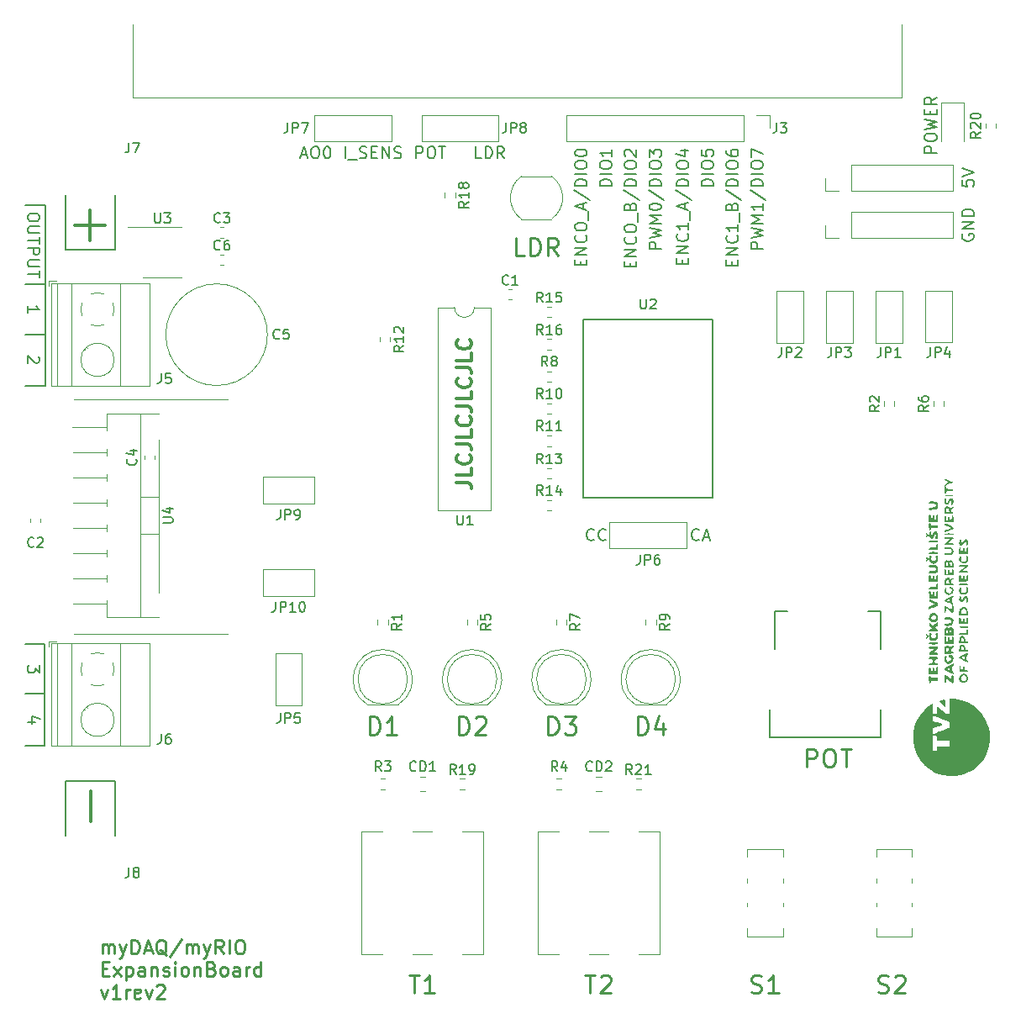
<source format=gbr>
%TF.GenerationSoftware,KiCad,Pcbnew,(6.0.10)*%
%TF.CreationDate,2023-01-19T10:13:04+01:00*%
%TF.ProjectId,myDAQExpansionBoard,6d794441-5145-4787-9061-6e73696f6e42,rev?*%
%TF.SameCoordinates,Original*%
%TF.FileFunction,Legend,Top*%
%TF.FilePolarity,Positive*%
%FSLAX46Y46*%
G04 Gerber Fmt 4.6, Leading zero omitted, Abs format (unit mm)*
G04 Created by KiCad (PCBNEW (6.0.10)) date 2023-01-19 10:13:04*
%MOMM*%
%LPD*%
G01*
G04 APERTURE LIST*
%ADD10C,0.150000*%
%ADD11C,0.200000*%
%ADD12C,0.250000*%
%ADD13C,0.300000*%
%ADD14C,0.240000*%
%ADD15C,0.120000*%
G04 APERTURE END LIST*
D10*
X69750000Y-60500000D02*
X71750000Y-60500000D01*
X73750000Y-110500000D02*
X73750000Y-116000000D01*
X71750000Y-52500000D02*
X71750000Y-70700000D01*
X71700000Y-96700000D02*
X71700000Y-106900000D01*
X78750000Y-110500000D02*
X73750000Y-110500000D01*
X73750000Y-51500000D02*
X73750000Y-57000000D01*
X73750000Y-57000000D02*
X78750000Y-57000000D01*
X78750000Y-116000000D02*
X78750000Y-110500000D01*
X69750000Y-70700000D02*
X71750000Y-70700000D01*
X69700000Y-101700000D02*
X71700000Y-101700000D01*
X78750000Y-57000000D02*
X78750000Y-51500000D01*
X69700000Y-96700000D02*
X71700000Y-96700000D01*
X69700000Y-106900000D02*
X71700000Y-106900000D01*
X69750000Y-52500000D02*
X71750000Y-52500000D01*
X69750000Y-65500000D02*
X71750000Y-65500000D01*
D11*
X115671428Y-47792857D02*
X115100000Y-47792857D01*
X115100000Y-46592857D01*
X116071428Y-47792857D02*
X116071428Y-46592857D01*
X116357142Y-46592857D01*
X116528571Y-46650000D01*
X116642857Y-46764285D01*
X116700000Y-46878571D01*
X116757142Y-47107142D01*
X116757142Y-47278571D01*
X116700000Y-47507142D01*
X116642857Y-47621428D01*
X116528571Y-47735714D01*
X116357142Y-47792857D01*
X116071428Y-47792857D01*
X117957142Y-47792857D02*
X117557142Y-47221428D01*
X117271428Y-47792857D02*
X117271428Y-46592857D01*
X117728571Y-46592857D01*
X117842857Y-46650000D01*
X117900000Y-46707142D01*
X117957142Y-46821428D01*
X117957142Y-46992857D01*
X117900000Y-47107142D01*
X117842857Y-47164285D01*
X117728571Y-47221428D01*
X117271428Y-47221428D01*
X139042857Y-50550000D02*
X137842857Y-50550000D01*
X137842857Y-50264285D01*
X137900000Y-50092857D01*
X138014285Y-49978571D01*
X138128571Y-49921428D01*
X138357142Y-49864285D01*
X138528571Y-49864285D01*
X138757142Y-49921428D01*
X138871428Y-49978571D01*
X138985714Y-50092857D01*
X139042857Y-50264285D01*
X139042857Y-50550000D01*
X139042857Y-49350000D02*
X137842857Y-49350000D01*
X137842857Y-48550000D02*
X137842857Y-48321428D01*
X137900000Y-48207142D01*
X138014285Y-48092857D01*
X138242857Y-48035714D01*
X138642857Y-48035714D01*
X138871428Y-48092857D01*
X138985714Y-48207142D01*
X139042857Y-48321428D01*
X139042857Y-48550000D01*
X138985714Y-48664285D01*
X138871428Y-48778571D01*
X138642857Y-48835714D01*
X138242857Y-48835714D01*
X138014285Y-48778571D01*
X137900000Y-48664285D01*
X137842857Y-48550000D01*
X137842857Y-46950000D02*
X137842857Y-47521428D01*
X138414285Y-47578571D01*
X138357142Y-47521428D01*
X138300000Y-47407142D01*
X138300000Y-47121428D01*
X138357142Y-47007142D01*
X138414285Y-46950000D01*
X138528571Y-46892857D01*
X138814285Y-46892857D01*
X138928571Y-46950000D01*
X138985714Y-47007142D01*
X139042857Y-47121428D01*
X139042857Y-47407142D01*
X138985714Y-47521428D01*
X138928571Y-47578571D01*
X70757142Y-104558571D02*
X69957142Y-104558571D01*
X71214285Y-104272857D02*
X70357142Y-103987142D01*
X70357142Y-104730000D01*
D12*
X126128571Y-130014285D02*
X127157142Y-130014285D01*
X126642857Y-131814285D02*
X126642857Y-130014285D01*
X127671428Y-130185714D02*
X127757142Y-130100000D01*
X127928571Y-130014285D01*
X128357142Y-130014285D01*
X128528571Y-130100000D01*
X128614285Y-130185714D01*
X128700000Y-130357142D01*
X128700000Y-130528571D01*
X128614285Y-130785714D01*
X127585714Y-131814285D01*
X128700000Y-131814285D01*
X142878571Y-131728571D02*
X143135714Y-131814285D01*
X143564285Y-131814285D01*
X143735714Y-131728571D01*
X143821428Y-131642857D01*
X143907142Y-131471428D01*
X143907142Y-131300000D01*
X143821428Y-131128571D01*
X143735714Y-131042857D01*
X143564285Y-130957142D01*
X143221428Y-130871428D01*
X143050000Y-130785714D01*
X142964285Y-130700000D01*
X142878571Y-130528571D01*
X142878571Y-130357142D01*
X142964285Y-130185714D01*
X143050000Y-130100000D01*
X143221428Y-130014285D01*
X143650000Y-130014285D01*
X143907142Y-130100000D01*
X145621428Y-131814285D02*
X144592857Y-131814285D01*
X145107142Y-131814285D02*
X145107142Y-130014285D01*
X144935714Y-130271428D01*
X144764285Y-130442857D01*
X144592857Y-130528571D01*
D11*
X130664285Y-58721428D02*
X130664285Y-58321428D01*
X131292857Y-58149999D02*
X131292857Y-58721428D01*
X130092857Y-58721428D01*
X130092857Y-58149999D01*
X131292857Y-57635714D02*
X130092857Y-57635714D01*
X131292857Y-56949999D01*
X130092857Y-56949999D01*
X131178571Y-55692856D02*
X131235714Y-55749999D01*
X131292857Y-55921428D01*
X131292857Y-56035714D01*
X131235714Y-56207142D01*
X131121428Y-56321428D01*
X131007142Y-56378571D01*
X130778571Y-56435714D01*
X130607142Y-56435714D01*
X130378571Y-56378571D01*
X130264285Y-56321428D01*
X130150000Y-56207142D01*
X130092857Y-56035714D01*
X130092857Y-55921428D01*
X130150000Y-55749999D01*
X130207142Y-55692856D01*
X130092857Y-54949999D02*
X130092857Y-54721428D01*
X130150000Y-54607142D01*
X130264285Y-54492856D01*
X130492857Y-54435714D01*
X130892857Y-54435714D01*
X131121428Y-54492856D01*
X131235714Y-54607142D01*
X131292857Y-54721428D01*
X131292857Y-54949999D01*
X131235714Y-55064285D01*
X131121428Y-55178571D01*
X130892857Y-55235714D01*
X130492857Y-55235714D01*
X130264285Y-55178571D01*
X130150000Y-55064285D01*
X130092857Y-54949999D01*
X131407142Y-54207142D02*
X131407142Y-53292856D01*
X130664285Y-52607142D02*
X130721428Y-52435714D01*
X130778571Y-52378571D01*
X130892857Y-52321428D01*
X131064285Y-52321428D01*
X131178571Y-52378571D01*
X131235714Y-52435714D01*
X131292857Y-52549999D01*
X131292857Y-53007142D01*
X130092857Y-53007142D01*
X130092857Y-52607142D01*
X130150000Y-52492856D01*
X130207142Y-52435714D01*
X130321428Y-52378571D01*
X130435714Y-52378571D01*
X130550000Y-52435714D01*
X130607142Y-52492856D01*
X130664285Y-52607142D01*
X130664285Y-53007142D01*
X130035714Y-50949999D02*
X131578571Y-51978571D01*
X131292857Y-50549999D02*
X130092857Y-50549999D01*
X130092857Y-50264285D01*
X130150000Y-50092856D01*
X130264285Y-49978571D01*
X130378571Y-49921428D01*
X130607142Y-49864285D01*
X130778571Y-49864285D01*
X131007142Y-49921428D01*
X131121428Y-49978571D01*
X131235714Y-50092856D01*
X131292857Y-50264285D01*
X131292857Y-50549999D01*
X131292857Y-49349999D02*
X130092857Y-49349999D01*
X130092857Y-48549999D02*
X130092857Y-48321428D01*
X130150000Y-48207142D01*
X130264285Y-48092856D01*
X130492857Y-48035714D01*
X130892857Y-48035714D01*
X131121428Y-48092856D01*
X131235714Y-48207142D01*
X131292857Y-48321428D01*
X131292857Y-48549999D01*
X131235714Y-48664285D01*
X131121428Y-48778571D01*
X130892857Y-48835714D01*
X130492857Y-48835714D01*
X130264285Y-48778571D01*
X130150000Y-48664285D01*
X130092857Y-48549999D01*
X130207142Y-47578571D02*
X130150000Y-47521428D01*
X130092857Y-47407142D01*
X130092857Y-47121428D01*
X130150000Y-47007142D01*
X130207142Y-46949999D01*
X130321428Y-46892856D01*
X130435714Y-46892856D01*
X130607142Y-46949999D01*
X131292857Y-47635714D01*
X131292857Y-46892856D01*
X109100000Y-47792857D02*
X109100000Y-46592857D01*
X109557142Y-46592857D01*
X109671428Y-46650000D01*
X109728571Y-46707142D01*
X109785714Y-46821428D01*
X109785714Y-46992857D01*
X109728571Y-47107142D01*
X109671428Y-47164285D01*
X109557142Y-47221428D01*
X109100000Y-47221428D01*
X110528571Y-46592857D02*
X110757142Y-46592857D01*
X110871428Y-46650000D01*
X110985714Y-46764285D01*
X111042857Y-46992857D01*
X111042857Y-47392857D01*
X110985714Y-47621428D01*
X110871428Y-47735714D01*
X110757142Y-47792857D01*
X110528571Y-47792857D01*
X110414285Y-47735714D01*
X110300000Y-47621428D01*
X110242857Y-47392857D01*
X110242857Y-46992857D01*
X110300000Y-46764285D01*
X110414285Y-46650000D01*
X110528571Y-46592857D01*
X111385714Y-46592857D02*
X112071428Y-46592857D01*
X111728571Y-47792857D02*
X111728571Y-46592857D01*
X140914285Y-58607142D02*
X140914285Y-58207142D01*
X141542857Y-58035713D02*
X141542857Y-58607142D01*
X140342857Y-58607142D01*
X140342857Y-58035713D01*
X141542857Y-57521428D02*
X140342857Y-57521428D01*
X141542857Y-56835713D01*
X140342857Y-56835713D01*
X141428571Y-55578571D02*
X141485714Y-55635713D01*
X141542857Y-55807142D01*
X141542857Y-55921428D01*
X141485714Y-56092856D01*
X141371428Y-56207142D01*
X141257142Y-56264285D01*
X141028571Y-56321428D01*
X140857142Y-56321428D01*
X140628571Y-56264285D01*
X140514285Y-56207142D01*
X140400000Y-56092856D01*
X140342857Y-55921428D01*
X140342857Y-55807142D01*
X140400000Y-55635713D01*
X140457142Y-55578571D01*
X141542857Y-54435713D02*
X141542857Y-55121428D01*
X141542857Y-54778571D02*
X140342857Y-54778571D01*
X140514285Y-54892856D01*
X140628571Y-55007142D01*
X140685714Y-55121428D01*
X141657142Y-54207142D02*
X141657142Y-53292856D01*
X140914285Y-52607142D02*
X140971428Y-52435713D01*
X141028571Y-52378571D01*
X141142857Y-52321428D01*
X141314285Y-52321428D01*
X141428571Y-52378571D01*
X141485714Y-52435713D01*
X141542857Y-52549999D01*
X141542857Y-53007142D01*
X140342857Y-53007142D01*
X140342857Y-52607142D01*
X140400000Y-52492856D01*
X140457142Y-52435713D01*
X140571428Y-52378571D01*
X140685714Y-52378571D01*
X140800000Y-52435713D01*
X140857142Y-52492856D01*
X140914285Y-52607142D01*
X140914285Y-53007142D01*
X140285714Y-50949999D02*
X141828571Y-51978571D01*
X141542857Y-50549999D02*
X140342857Y-50549999D01*
X140342857Y-50264285D01*
X140400000Y-50092856D01*
X140514285Y-49978571D01*
X140628571Y-49921428D01*
X140857142Y-49864285D01*
X141028571Y-49864285D01*
X141257142Y-49921428D01*
X141371428Y-49978571D01*
X141485714Y-50092856D01*
X141542857Y-50264285D01*
X141542857Y-50549999D01*
X141542857Y-49349999D02*
X140342857Y-49349999D01*
X140342857Y-48549999D02*
X140342857Y-48321428D01*
X140400000Y-48207142D01*
X140514285Y-48092856D01*
X140742857Y-48035713D01*
X141142857Y-48035713D01*
X141371428Y-48092856D01*
X141485714Y-48207142D01*
X141542857Y-48321428D01*
X141542857Y-48549999D01*
X141485714Y-48664285D01*
X141371428Y-48778571D01*
X141142857Y-48835713D01*
X140742857Y-48835713D01*
X140514285Y-48778571D01*
X140400000Y-48664285D01*
X140342857Y-48549999D01*
X140342857Y-47007142D02*
X140342857Y-47235713D01*
X140400000Y-47349999D01*
X140457142Y-47407142D01*
X140628571Y-47521428D01*
X140857142Y-47578571D01*
X141314285Y-47578571D01*
X141428571Y-47521428D01*
X141485714Y-47464285D01*
X141542857Y-47349999D01*
X141542857Y-47121428D01*
X141485714Y-47007142D01*
X141428571Y-46949999D01*
X141314285Y-46892856D01*
X141028571Y-46892856D01*
X140914285Y-46949999D01*
X140857142Y-47007142D01*
X140800000Y-47121428D01*
X140800000Y-47349999D01*
X140857142Y-47464285D01*
X140914285Y-47521428D01*
X141028571Y-47578571D01*
D12*
X155628571Y-131728571D02*
X155885714Y-131814285D01*
X156314285Y-131814285D01*
X156485714Y-131728571D01*
X156571428Y-131642857D01*
X156657142Y-131471428D01*
X156657142Y-131300000D01*
X156571428Y-131128571D01*
X156485714Y-131042857D01*
X156314285Y-130957142D01*
X155971428Y-130871428D01*
X155800000Y-130785714D01*
X155714285Y-130700000D01*
X155628571Y-130528571D01*
X155628571Y-130357142D01*
X155714285Y-130185714D01*
X155800000Y-130100000D01*
X155971428Y-130014285D01*
X156400000Y-130014285D01*
X156657142Y-130100000D01*
X157342857Y-130185714D02*
X157428571Y-130100000D01*
X157600000Y-130014285D01*
X158028571Y-130014285D01*
X158200000Y-130100000D01*
X158285714Y-130185714D01*
X158371428Y-130357142D01*
X158371428Y-130528571D01*
X158285714Y-130785714D01*
X157257142Y-131814285D01*
X158371428Y-131814285D01*
D11*
X69957142Y-63342857D02*
X69957142Y-62657142D01*
X69957142Y-63000000D02*
X71157142Y-63000000D01*
X70985714Y-62885714D01*
X70871428Y-62771428D01*
X70814285Y-62657142D01*
X135914285Y-58435714D02*
X135914285Y-58035714D01*
X136542857Y-57864285D02*
X136542857Y-58435714D01*
X135342857Y-58435714D01*
X135342857Y-57864285D01*
X136542857Y-57349999D02*
X135342857Y-57349999D01*
X136542857Y-56664285D01*
X135342857Y-56664285D01*
X136428571Y-55407142D02*
X136485714Y-55464285D01*
X136542857Y-55635714D01*
X136542857Y-55749999D01*
X136485714Y-55921428D01*
X136371428Y-56035714D01*
X136257142Y-56092857D01*
X136028571Y-56149999D01*
X135857142Y-56149999D01*
X135628571Y-56092857D01*
X135514285Y-56035714D01*
X135400000Y-55921428D01*
X135342857Y-55749999D01*
X135342857Y-55635714D01*
X135400000Y-55464285D01*
X135457142Y-55407142D01*
X136542857Y-54264285D02*
X136542857Y-54949999D01*
X136542857Y-54607142D02*
X135342857Y-54607142D01*
X135514285Y-54721428D01*
X135628571Y-54835714D01*
X135685714Y-54949999D01*
X136657142Y-54035714D02*
X136657142Y-53121428D01*
X136200000Y-52892857D02*
X136200000Y-52321428D01*
X136542857Y-53007142D02*
X135342857Y-52607142D01*
X136542857Y-52207142D01*
X135285714Y-50949999D02*
X136828571Y-51978571D01*
X136542857Y-50549999D02*
X135342857Y-50549999D01*
X135342857Y-50264285D01*
X135400000Y-50092857D01*
X135514285Y-49978571D01*
X135628571Y-49921428D01*
X135857142Y-49864285D01*
X136028571Y-49864285D01*
X136257142Y-49921428D01*
X136371428Y-49978571D01*
X136485714Y-50092857D01*
X136542857Y-50264285D01*
X136542857Y-50549999D01*
X136542857Y-49349999D02*
X135342857Y-49349999D01*
X135342857Y-48549999D02*
X135342857Y-48321428D01*
X135400000Y-48207142D01*
X135514285Y-48092857D01*
X135742857Y-48035714D01*
X136142857Y-48035714D01*
X136371428Y-48092857D01*
X136485714Y-48207142D01*
X136542857Y-48321428D01*
X136542857Y-48549999D01*
X136485714Y-48664285D01*
X136371428Y-48778571D01*
X136142857Y-48835714D01*
X135742857Y-48835714D01*
X135514285Y-48778571D01*
X135400000Y-48664285D01*
X135342857Y-48549999D01*
X135742857Y-47007142D02*
X136542857Y-47007142D01*
X135285714Y-47292857D02*
X136142857Y-47578571D01*
X136142857Y-46835714D01*
X133792857Y-56892856D02*
X132592857Y-56892856D01*
X132592857Y-56435713D01*
X132650000Y-56321428D01*
X132707142Y-56264285D01*
X132821428Y-56207142D01*
X132992857Y-56207142D01*
X133107142Y-56264285D01*
X133164285Y-56321428D01*
X133221428Y-56435713D01*
X133221428Y-56892856D01*
X132592857Y-55807142D02*
X133792857Y-55521428D01*
X132935714Y-55292856D01*
X133792857Y-55064285D01*
X132592857Y-54778570D01*
X133792857Y-54321428D02*
X132592857Y-54321428D01*
X133450000Y-53921428D01*
X132592857Y-53521428D01*
X133792857Y-53521428D01*
X132592857Y-52721428D02*
X132592857Y-52607142D01*
X132650000Y-52492856D01*
X132707142Y-52435713D01*
X132821428Y-52378570D01*
X133050000Y-52321428D01*
X133335714Y-52321428D01*
X133564285Y-52378570D01*
X133678571Y-52435713D01*
X133735714Y-52492856D01*
X133792857Y-52607142D01*
X133792857Y-52721428D01*
X133735714Y-52835713D01*
X133678571Y-52892856D01*
X133564285Y-52949999D01*
X133335714Y-53007142D01*
X133050000Y-53007142D01*
X132821428Y-52949999D01*
X132707142Y-52892856D01*
X132650000Y-52835713D01*
X132592857Y-52721428D01*
X132535714Y-50949999D02*
X134078571Y-51978570D01*
X133792857Y-50549999D02*
X132592857Y-50549999D01*
X132592857Y-50264285D01*
X132650000Y-50092856D01*
X132764285Y-49978570D01*
X132878571Y-49921428D01*
X133107142Y-49864285D01*
X133278571Y-49864285D01*
X133507142Y-49921428D01*
X133621428Y-49978570D01*
X133735714Y-50092856D01*
X133792857Y-50264285D01*
X133792857Y-50549999D01*
X133792857Y-49349999D02*
X132592857Y-49349999D01*
X132592857Y-48549999D02*
X132592857Y-48321428D01*
X132650000Y-48207142D01*
X132764285Y-48092856D01*
X132992857Y-48035713D01*
X133392857Y-48035713D01*
X133621428Y-48092856D01*
X133735714Y-48207142D01*
X133792857Y-48321428D01*
X133792857Y-48549999D01*
X133735714Y-48664285D01*
X133621428Y-48778570D01*
X133392857Y-48835713D01*
X132992857Y-48835713D01*
X132764285Y-48778570D01*
X132650000Y-48664285D01*
X132592857Y-48549999D01*
X132592857Y-47635713D02*
X132592857Y-46892856D01*
X133050000Y-47292856D01*
X133050000Y-47121428D01*
X133107142Y-47007142D01*
X133164285Y-46949999D01*
X133278571Y-46892856D01*
X133564285Y-46892856D01*
X133678571Y-46949999D01*
X133735714Y-47007142D01*
X133792857Y-47121428D01*
X133792857Y-47464285D01*
X133735714Y-47578570D01*
X133678571Y-47635713D01*
X125664285Y-58550000D02*
X125664285Y-58150000D01*
X126292857Y-57978571D02*
X126292857Y-58550000D01*
X125092857Y-58550000D01*
X125092857Y-57978571D01*
X126292857Y-57464285D02*
X125092857Y-57464285D01*
X126292857Y-56778571D01*
X125092857Y-56778571D01*
X126178571Y-55521428D02*
X126235714Y-55578571D01*
X126292857Y-55750000D01*
X126292857Y-55864285D01*
X126235714Y-56035714D01*
X126121428Y-56150000D01*
X126007142Y-56207142D01*
X125778571Y-56264285D01*
X125607142Y-56264285D01*
X125378571Y-56207142D01*
X125264285Y-56150000D01*
X125150000Y-56035714D01*
X125092857Y-55864285D01*
X125092857Y-55750000D01*
X125150000Y-55578571D01*
X125207142Y-55521428D01*
X125092857Y-54778571D02*
X125092857Y-54550000D01*
X125150000Y-54435714D01*
X125264285Y-54321428D01*
X125492857Y-54264285D01*
X125892857Y-54264285D01*
X126121428Y-54321428D01*
X126235714Y-54435714D01*
X126292857Y-54550000D01*
X126292857Y-54778571D01*
X126235714Y-54892857D01*
X126121428Y-55007142D01*
X125892857Y-55064285D01*
X125492857Y-55064285D01*
X125264285Y-55007142D01*
X125150000Y-54892857D01*
X125092857Y-54778571D01*
X126407142Y-54035714D02*
X126407142Y-53121428D01*
X125950000Y-52892857D02*
X125950000Y-52321428D01*
X126292857Y-53007142D02*
X125092857Y-52607142D01*
X126292857Y-52207142D01*
X125035714Y-50950000D02*
X126578571Y-51978571D01*
X126292857Y-50550000D02*
X125092857Y-50550000D01*
X125092857Y-50264285D01*
X125150000Y-50092857D01*
X125264285Y-49978571D01*
X125378571Y-49921428D01*
X125607142Y-49864285D01*
X125778571Y-49864285D01*
X126007142Y-49921428D01*
X126121428Y-49978571D01*
X126235714Y-50092857D01*
X126292857Y-50264285D01*
X126292857Y-50550000D01*
X126292857Y-49350000D02*
X125092857Y-49350000D01*
X125092857Y-48550000D02*
X125092857Y-48321428D01*
X125150000Y-48207142D01*
X125264285Y-48092857D01*
X125492857Y-48035714D01*
X125892857Y-48035714D01*
X126121428Y-48092857D01*
X126235714Y-48207142D01*
X126292857Y-48321428D01*
X126292857Y-48550000D01*
X126235714Y-48664285D01*
X126121428Y-48778571D01*
X125892857Y-48835714D01*
X125492857Y-48835714D01*
X125264285Y-48778571D01*
X125150000Y-48664285D01*
X125092857Y-48550000D01*
X125092857Y-47292857D02*
X125092857Y-47178571D01*
X125150000Y-47064285D01*
X125207142Y-47007142D01*
X125321428Y-46950000D01*
X125550000Y-46892857D01*
X125835714Y-46892857D01*
X126064285Y-46950000D01*
X126178571Y-47007142D01*
X126235714Y-47064285D01*
X126292857Y-47178571D01*
X126292857Y-47292857D01*
X126235714Y-47407142D01*
X126178571Y-47464285D01*
X126064285Y-47521428D01*
X125835714Y-47578571D01*
X125550000Y-47578571D01*
X125321428Y-47521428D01*
X125207142Y-47464285D01*
X125150000Y-47407142D01*
X125092857Y-47292857D01*
X71157142Y-53614285D02*
X71157142Y-53842857D01*
X71100000Y-53957142D01*
X70985714Y-54071428D01*
X70757142Y-54128571D01*
X70357142Y-54128571D01*
X70128571Y-54071428D01*
X70014285Y-53957142D01*
X69957142Y-53842857D01*
X69957142Y-53614285D01*
X70014285Y-53500000D01*
X70128571Y-53385714D01*
X70357142Y-53328571D01*
X70757142Y-53328571D01*
X70985714Y-53385714D01*
X71100000Y-53500000D01*
X71157142Y-53614285D01*
X71157142Y-54642857D02*
X70185714Y-54642857D01*
X70071428Y-54700000D01*
X70014285Y-54757142D01*
X69957142Y-54871428D01*
X69957142Y-55100000D01*
X70014285Y-55214285D01*
X70071428Y-55271428D01*
X70185714Y-55328571D01*
X71157142Y-55328571D01*
X71157142Y-55728571D02*
X71157142Y-56414285D01*
X69957142Y-56071428D02*
X71157142Y-56071428D01*
X69957142Y-56814285D02*
X71157142Y-56814285D01*
X71157142Y-57271428D01*
X71100000Y-57385714D01*
X71042857Y-57442857D01*
X70928571Y-57500000D01*
X70757142Y-57500000D01*
X70642857Y-57442857D01*
X70585714Y-57385714D01*
X70528571Y-57271428D01*
X70528571Y-56814285D01*
X71157142Y-58014285D02*
X70185714Y-58014285D01*
X70071428Y-58071428D01*
X70014285Y-58128571D01*
X69957142Y-58242857D01*
X69957142Y-58471428D01*
X70014285Y-58585714D01*
X70071428Y-58642857D01*
X70185714Y-58700000D01*
X71157142Y-58700000D01*
X71157142Y-59100000D02*
X71157142Y-59785714D01*
X69957142Y-59442857D02*
X71157142Y-59442857D01*
X101978571Y-47792857D02*
X101978571Y-46592857D01*
X102264285Y-47907142D02*
X103178571Y-47907142D01*
X103407142Y-47735714D02*
X103578571Y-47792857D01*
X103864285Y-47792857D01*
X103978571Y-47735714D01*
X104035714Y-47678571D01*
X104092857Y-47564285D01*
X104092857Y-47450000D01*
X104035714Y-47335714D01*
X103978571Y-47278571D01*
X103864285Y-47221428D01*
X103635714Y-47164285D01*
X103521428Y-47107142D01*
X103464285Y-47050000D01*
X103407142Y-46935714D01*
X103407142Y-46821428D01*
X103464285Y-46707142D01*
X103521428Y-46650000D01*
X103635714Y-46592857D01*
X103921428Y-46592857D01*
X104092857Y-46650000D01*
X104607142Y-47164285D02*
X105007142Y-47164285D01*
X105178571Y-47792857D02*
X104607142Y-47792857D01*
X104607142Y-46592857D01*
X105178571Y-46592857D01*
X105692857Y-47792857D02*
X105692857Y-46592857D01*
X106378571Y-47792857D01*
X106378571Y-46592857D01*
X106892857Y-47735714D02*
X107064285Y-47792857D01*
X107350000Y-47792857D01*
X107464285Y-47735714D01*
X107521428Y-47678571D01*
X107578571Y-47564285D01*
X107578571Y-47450000D01*
X107521428Y-47335714D01*
X107464285Y-47278571D01*
X107350000Y-47221428D01*
X107121428Y-47164285D01*
X107007142Y-47107142D01*
X106950000Y-47050000D01*
X106892857Y-46935714D01*
X106892857Y-46821428D01*
X106950000Y-46707142D01*
X107007142Y-46650000D01*
X107121428Y-46592857D01*
X107407142Y-46592857D01*
X107578571Y-46650000D01*
X97514285Y-47450000D02*
X98085714Y-47450000D01*
X97400000Y-47792857D02*
X97800000Y-46592857D01*
X98200000Y-47792857D01*
X98828571Y-46592857D02*
X99057142Y-46592857D01*
X99171428Y-46650000D01*
X99285714Y-46764285D01*
X99342857Y-46992857D01*
X99342857Y-47392857D01*
X99285714Y-47621428D01*
X99171428Y-47735714D01*
X99057142Y-47792857D01*
X98828571Y-47792857D01*
X98714285Y-47735714D01*
X98600000Y-47621428D01*
X98542857Y-47392857D01*
X98542857Y-46992857D01*
X98600000Y-46764285D01*
X98714285Y-46650000D01*
X98828571Y-46592857D01*
X100085714Y-46592857D02*
X100200000Y-46592857D01*
X100314285Y-46650000D01*
X100371428Y-46707142D01*
X100428571Y-46821428D01*
X100485714Y-47050000D01*
X100485714Y-47335714D01*
X100428571Y-47564285D01*
X100371428Y-47678571D01*
X100314285Y-47735714D01*
X100200000Y-47792857D01*
X100085714Y-47792857D01*
X99971428Y-47735714D01*
X99914285Y-47678571D01*
X99857142Y-47564285D01*
X99800000Y-47335714D01*
X99800000Y-47050000D01*
X99857142Y-46821428D01*
X99914285Y-46707142D01*
X99971428Y-46650000D01*
X100085714Y-46592857D01*
D12*
X120007142Y-57564285D02*
X119150000Y-57564285D01*
X119150000Y-55764285D01*
X120607142Y-57564285D02*
X120607142Y-55764285D01*
X121035714Y-55764285D01*
X121292857Y-55850000D01*
X121464285Y-56021428D01*
X121550000Y-56192857D01*
X121635714Y-56535714D01*
X121635714Y-56792857D01*
X121550000Y-57135714D01*
X121464285Y-57307142D01*
X121292857Y-57478571D01*
X121035714Y-57564285D01*
X120607142Y-57564285D01*
X123435714Y-57564285D02*
X122835714Y-56707142D01*
X122407142Y-57564285D02*
X122407142Y-55764285D01*
X123092857Y-55764285D01*
X123264285Y-55850000D01*
X123350000Y-55935714D01*
X123435714Y-56107142D01*
X123435714Y-56364285D01*
X123350000Y-56535714D01*
X123264285Y-56621428D01*
X123092857Y-56707142D01*
X122407142Y-56707142D01*
D11*
X71157142Y-98850000D02*
X71157142Y-99592857D01*
X70700000Y-99192857D01*
X70700000Y-99364285D01*
X70642857Y-99478571D01*
X70585714Y-99535714D01*
X70471428Y-99592857D01*
X70185714Y-99592857D01*
X70071428Y-99535714D01*
X70014285Y-99478571D01*
X69957142Y-99364285D01*
X69957142Y-99021428D01*
X70014285Y-98907142D01*
X70071428Y-98850000D01*
D13*
X113178571Y-80428571D02*
X114250000Y-80428571D01*
X114464285Y-80500000D01*
X114607142Y-80642857D01*
X114678571Y-80857142D01*
X114678571Y-81000000D01*
X114678571Y-79000000D02*
X114678571Y-79714285D01*
X113178571Y-79714285D01*
X114535714Y-77642857D02*
X114607142Y-77714285D01*
X114678571Y-77928571D01*
X114678571Y-78071428D01*
X114607142Y-78285714D01*
X114464285Y-78428571D01*
X114321428Y-78500000D01*
X114035714Y-78571428D01*
X113821428Y-78571428D01*
X113535714Y-78500000D01*
X113392857Y-78428571D01*
X113250000Y-78285714D01*
X113178571Y-78071428D01*
X113178571Y-77928571D01*
X113250000Y-77714285D01*
X113321428Y-77642857D01*
X113178571Y-76571428D02*
X114250000Y-76571428D01*
X114464285Y-76642857D01*
X114607142Y-76785714D01*
X114678571Y-77000000D01*
X114678571Y-77142857D01*
X114678571Y-75142857D02*
X114678571Y-75857142D01*
X113178571Y-75857142D01*
X114535714Y-73785714D02*
X114607142Y-73857142D01*
X114678571Y-74071428D01*
X114678571Y-74214285D01*
X114607142Y-74428571D01*
X114464285Y-74571428D01*
X114321428Y-74642857D01*
X114035714Y-74714285D01*
X113821428Y-74714285D01*
X113535714Y-74642857D01*
X113392857Y-74571428D01*
X113250000Y-74428571D01*
X113178571Y-74214285D01*
X113178571Y-74071428D01*
X113250000Y-73857142D01*
X113321428Y-73785714D01*
X113178571Y-72714285D02*
X114250000Y-72714285D01*
X114464285Y-72785714D01*
X114607142Y-72928571D01*
X114678571Y-73142857D01*
X114678571Y-73285714D01*
X114678571Y-71285714D02*
X114678571Y-72000000D01*
X113178571Y-72000000D01*
X114535714Y-69928571D02*
X114607142Y-70000000D01*
X114678571Y-70214285D01*
X114678571Y-70357142D01*
X114607142Y-70571428D01*
X114464285Y-70714285D01*
X114321428Y-70785714D01*
X114035714Y-70857142D01*
X113821428Y-70857142D01*
X113535714Y-70785714D01*
X113392857Y-70714285D01*
X113250000Y-70571428D01*
X113178571Y-70357142D01*
X113178571Y-70214285D01*
X113250000Y-70000000D01*
X113321428Y-69928571D01*
X113178571Y-68857142D02*
X114250000Y-68857142D01*
X114464285Y-68928571D01*
X114607142Y-69071428D01*
X114678571Y-69285714D01*
X114678571Y-69428571D01*
X114678571Y-67428571D02*
X114678571Y-68142857D01*
X113178571Y-68142857D01*
X114535714Y-66071428D02*
X114607142Y-66142857D01*
X114678571Y-66357142D01*
X114678571Y-66500000D01*
X114607142Y-66714285D01*
X114464285Y-66857142D01*
X114321428Y-66928571D01*
X114035714Y-67000000D01*
X113821428Y-67000000D01*
X113535714Y-66928571D01*
X113392857Y-66857142D01*
X113250000Y-66714285D01*
X113178571Y-66500000D01*
X113178571Y-66357142D01*
X113250000Y-66142857D01*
X113321428Y-66071428D01*
D12*
X108378571Y-130014285D02*
X109407142Y-130014285D01*
X108892857Y-131814285D02*
X108892857Y-130014285D01*
X110950000Y-131814285D02*
X109921428Y-131814285D01*
X110435714Y-131814285D02*
X110435714Y-130014285D01*
X110264285Y-130271428D01*
X110092857Y-130442857D01*
X109921428Y-130528571D01*
D11*
X164150000Y-55414285D02*
X164092857Y-55528571D01*
X164092857Y-55700000D01*
X164150000Y-55871428D01*
X164264285Y-55985714D01*
X164378571Y-56042857D01*
X164607142Y-56100000D01*
X164778571Y-56100000D01*
X165007142Y-56042857D01*
X165121428Y-55985714D01*
X165235714Y-55871428D01*
X165292857Y-55700000D01*
X165292857Y-55585714D01*
X165235714Y-55414285D01*
X165178571Y-55357142D01*
X164778571Y-55357142D01*
X164778571Y-55585714D01*
X165292857Y-54842857D02*
X164092857Y-54842857D01*
X165292857Y-54157142D01*
X164092857Y-54157142D01*
X165292857Y-53585714D02*
X164092857Y-53585714D01*
X164092857Y-53300000D01*
X164150000Y-53128571D01*
X164264285Y-53014285D01*
X164378571Y-52957142D01*
X164607142Y-52900000D01*
X164778571Y-52900000D01*
X165007142Y-52957142D01*
X165121428Y-53014285D01*
X165235714Y-53128571D01*
X165292857Y-53300000D01*
X165292857Y-53585714D01*
D12*
X148460500Y-109064285D02*
X148460500Y-107264285D01*
X149146214Y-107264285D01*
X149317642Y-107350000D01*
X149403357Y-107435714D01*
X149489071Y-107607142D01*
X149489071Y-107864285D01*
X149403357Y-108035714D01*
X149317642Y-108121428D01*
X149146214Y-108207142D01*
X148460500Y-108207142D01*
X150603357Y-107264285D02*
X150946214Y-107264285D01*
X151117642Y-107350000D01*
X151289071Y-107521428D01*
X151374785Y-107864285D01*
X151374785Y-108464285D01*
X151289071Y-108807142D01*
X151117642Y-108978571D01*
X150946214Y-109064285D01*
X150603357Y-109064285D01*
X150431928Y-108978571D01*
X150260500Y-108807142D01*
X150174785Y-108464285D01*
X150174785Y-107864285D01*
X150260500Y-107521428D01*
X150431928Y-107350000D01*
X150603357Y-107264285D01*
X151889071Y-107264285D02*
X152917642Y-107264285D01*
X152403357Y-109064285D02*
X152403357Y-107264285D01*
D11*
X164092857Y-49978571D02*
X164092857Y-50550000D01*
X164664285Y-50607142D01*
X164607142Y-50550000D01*
X164550000Y-50435714D01*
X164550000Y-50150000D01*
X164607142Y-50035714D01*
X164664285Y-49978571D01*
X164778571Y-49921428D01*
X165064285Y-49921428D01*
X165178571Y-49978571D01*
X165235714Y-50035714D01*
X165292857Y-50150000D01*
X165292857Y-50435714D01*
X165235714Y-50550000D01*
X165178571Y-50607142D01*
X164092857Y-49578571D02*
X165292857Y-49178571D01*
X164092857Y-48778571D01*
X137607142Y-86178571D02*
X137550000Y-86235714D01*
X137378571Y-86292857D01*
X137264285Y-86292857D01*
X137092857Y-86235714D01*
X136978571Y-86121428D01*
X136921428Y-86007142D01*
X136864285Y-85778571D01*
X136864285Y-85607142D01*
X136921428Y-85378571D01*
X136978571Y-85264285D01*
X137092857Y-85150000D01*
X137264285Y-85092857D01*
X137378571Y-85092857D01*
X137550000Y-85150000D01*
X137607142Y-85207142D01*
X138064285Y-85950000D02*
X138635714Y-85950000D01*
X137950000Y-86292857D02*
X138350000Y-85092857D01*
X138750000Y-86292857D01*
X144042857Y-56892856D02*
X142842857Y-56892856D01*
X142842857Y-56435713D01*
X142900000Y-56321428D01*
X142957142Y-56264285D01*
X143071428Y-56207142D01*
X143242857Y-56207142D01*
X143357142Y-56264285D01*
X143414285Y-56321428D01*
X143471428Y-56435713D01*
X143471428Y-56892856D01*
X142842857Y-55807142D02*
X144042857Y-55521428D01*
X143185714Y-55292856D01*
X144042857Y-55064285D01*
X142842857Y-54778570D01*
X144042857Y-54321428D02*
X142842857Y-54321428D01*
X143700000Y-53921428D01*
X142842857Y-53521428D01*
X144042857Y-53521428D01*
X144042857Y-52321428D02*
X144042857Y-53007142D01*
X144042857Y-52664285D02*
X142842857Y-52664285D01*
X143014285Y-52778570D01*
X143128571Y-52892856D01*
X143185714Y-53007142D01*
X142785714Y-50949999D02*
X144328571Y-51978570D01*
X144042857Y-50549999D02*
X142842857Y-50549999D01*
X142842857Y-50264285D01*
X142900000Y-50092856D01*
X143014285Y-49978570D01*
X143128571Y-49921428D01*
X143357142Y-49864285D01*
X143528571Y-49864285D01*
X143757142Y-49921428D01*
X143871428Y-49978570D01*
X143985714Y-50092856D01*
X144042857Y-50264285D01*
X144042857Y-50549999D01*
X144042857Y-49349999D02*
X142842857Y-49349999D01*
X142842857Y-48549999D02*
X142842857Y-48321428D01*
X142900000Y-48207142D01*
X143014285Y-48092856D01*
X143242857Y-48035713D01*
X143642857Y-48035713D01*
X143871428Y-48092856D01*
X143985714Y-48207142D01*
X144042857Y-48321428D01*
X144042857Y-48549999D01*
X143985714Y-48664285D01*
X143871428Y-48778570D01*
X143642857Y-48835713D01*
X143242857Y-48835713D01*
X143014285Y-48778570D01*
X142900000Y-48664285D01*
X142842857Y-48549999D01*
X142842857Y-47635713D02*
X142842857Y-46835713D01*
X144042857Y-47349999D01*
X128792857Y-50550000D02*
X127592857Y-50550000D01*
X127592857Y-50264285D01*
X127650000Y-50092857D01*
X127764285Y-49978571D01*
X127878571Y-49921428D01*
X128107142Y-49864285D01*
X128278571Y-49864285D01*
X128507142Y-49921428D01*
X128621428Y-49978571D01*
X128735714Y-50092857D01*
X128792857Y-50264285D01*
X128792857Y-50550000D01*
X128792857Y-49350000D02*
X127592857Y-49350000D01*
X127592857Y-48550000D02*
X127592857Y-48321428D01*
X127650000Y-48207142D01*
X127764285Y-48092857D01*
X127992857Y-48035714D01*
X128392857Y-48035714D01*
X128621428Y-48092857D01*
X128735714Y-48207142D01*
X128792857Y-48321428D01*
X128792857Y-48550000D01*
X128735714Y-48664285D01*
X128621428Y-48778571D01*
X128392857Y-48835714D01*
X127992857Y-48835714D01*
X127764285Y-48778571D01*
X127650000Y-48664285D01*
X127592857Y-48550000D01*
X128792857Y-46892857D02*
X128792857Y-47578571D01*
X128792857Y-47235714D02*
X127592857Y-47235714D01*
X127764285Y-47350000D01*
X127878571Y-47464285D01*
X127935714Y-47578571D01*
X161542857Y-47221428D02*
X160342857Y-47221428D01*
X160342857Y-46764285D01*
X160400000Y-46650000D01*
X160457142Y-46592857D01*
X160571428Y-46535714D01*
X160742857Y-46535714D01*
X160857142Y-46592857D01*
X160914285Y-46650000D01*
X160971428Y-46764285D01*
X160971428Y-47221428D01*
X160342857Y-45792857D02*
X160342857Y-45564285D01*
X160400000Y-45450000D01*
X160514285Y-45335714D01*
X160742857Y-45278571D01*
X161142857Y-45278571D01*
X161371428Y-45335714D01*
X161485714Y-45450000D01*
X161542857Y-45564285D01*
X161542857Y-45792857D01*
X161485714Y-45907142D01*
X161371428Y-46021428D01*
X161142857Y-46078571D01*
X160742857Y-46078571D01*
X160514285Y-46021428D01*
X160400000Y-45907142D01*
X160342857Y-45792857D01*
X160342857Y-44878571D02*
X161542857Y-44592857D01*
X160685714Y-44364285D01*
X161542857Y-44135714D01*
X160342857Y-43850000D01*
X160914285Y-43392857D02*
X160914285Y-42992857D01*
X161542857Y-42821428D02*
X161542857Y-43392857D01*
X160342857Y-43392857D01*
X160342857Y-42821428D01*
X161542857Y-41621428D02*
X160971428Y-42021428D01*
X161542857Y-42307142D02*
X160342857Y-42307142D01*
X160342857Y-41850000D01*
X160400000Y-41735714D01*
X160457142Y-41678571D01*
X160571428Y-41621428D01*
X160742857Y-41621428D01*
X160857142Y-41678571D01*
X160914285Y-41735714D01*
X160971428Y-41850000D01*
X160971428Y-42307142D01*
D13*
X76214285Y-52976190D02*
X76214285Y-56023809D01*
X74690476Y-54500000D02*
X77738095Y-54500000D01*
X76285714Y-114523809D02*
X76285714Y-111476190D01*
D11*
X127021428Y-86178571D02*
X126964285Y-86235714D01*
X126792857Y-86292857D01*
X126678571Y-86292857D01*
X126507142Y-86235714D01*
X126392857Y-86121428D01*
X126335714Y-86007142D01*
X126278571Y-85778571D01*
X126278571Y-85607142D01*
X126335714Y-85378571D01*
X126392857Y-85264285D01*
X126507142Y-85150000D01*
X126678571Y-85092857D01*
X126792857Y-85092857D01*
X126964285Y-85150000D01*
X127021428Y-85207142D01*
X128221428Y-86178571D02*
X128164285Y-86235714D01*
X127992857Y-86292857D01*
X127878571Y-86292857D01*
X127707142Y-86235714D01*
X127592857Y-86121428D01*
X127535714Y-86007142D01*
X127478571Y-85778571D01*
X127478571Y-85607142D01*
X127535714Y-85378571D01*
X127592857Y-85264285D01*
X127707142Y-85150000D01*
X127878571Y-85092857D01*
X127992857Y-85092857D01*
X128164285Y-85150000D01*
X128221428Y-85207142D01*
D14*
X77489333Y-127879333D02*
X77489333Y-126946000D01*
X77489333Y-127079333D02*
X77556000Y-127012666D01*
X77689333Y-126946000D01*
X77889333Y-126946000D01*
X78022666Y-127012666D01*
X78089333Y-127146000D01*
X78089333Y-127879333D01*
X78089333Y-127146000D02*
X78156000Y-127012666D01*
X78289333Y-126946000D01*
X78489333Y-126946000D01*
X78622666Y-127012666D01*
X78689333Y-127146000D01*
X78689333Y-127879333D01*
X79222666Y-126946000D02*
X79556000Y-127879333D01*
X79889333Y-126946000D02*
X79556000Y-127879333D01*
X79422666Y-128212666D01*
X79356000Y-128279333D01*
X79222666Y-128346000D01*
X80422666Y-127879333D02*
X80422666Y-126479333D01*
X80756000Y-126479333D01*
X80956000Y-126546000D01*
X81089333Y-126679333D01*
X81156000Y-126812666D01*
X81222666Y-127079333D01*
X81222666Y-127279333D01*
X81156000Y-127546000D01*
X81089333Y-127679333D01*
X80956000Y-127812666D01*
X80756000Y-127879333D01*
X80422666Y-127879333D01*
X81756000Y-127479333D02*
X82422666Y-127479333D01*
X81622666Y-127879333D02*
X82089333Y-126479333D01*
X82556000Y-127879333D01*
X83956000Y-128012666D02*
X83822666Y-127946000D01*
X83689333Y-127812666D01*
X83489333Y-127612666D01*
X83356000Y-127546000D01*
X83222666Y-127546000D01*
X83289333Y-127879333D02*
X83156000Y-127812666D01*
X83022666Y-127679333D01*
X82956000Y-127412666D01*
X82956000Y-126946000D01*
X83022666Y-126679333D01*
X83156000Y-126546000D01*
X83289333Y-126479333D01*
X83556000Y-126479333D01*
X83689333Y-126546000D01*
X83822666Y-126679333D01*
X83889333Y-126946000D01*
X83889333Y-127412666D01*
X83822666Y-127679333D01*
X83689333Y-127812666D01*
X83556000Y-127879333D01*
X83289333Y-127879333D01*
X85489333Y-126412666D02*
X84289333Y-128212666D01*
X85956000Y-127879333D02*
X85956000Y-126946000D01*
X85956000Y-127079333D02*
X86022666Y-127012666D01*
X86156000Y-126946000D01*
X86356000Y-126946000D01*
X86489333Y-127012666D01*
X86556000Y-127146000D01*
X86556000Y-127879333D01*
X86556000Y-127146000D02*
X86622666Y-127012666D01*
X86756000Y-126946000D01*
X86956000Y-126946000D01*
X87089333Y-127012666D01*
X87156000Y-127146000D01*
X87156000Y-127879333D01*
X87689333Y-126946000D02*
X88022666Y-127879333D01*
X88356000Y-126946000D02*
X88022666Y-127879333D01*
X87889333Y-128212666D01*
X87822666Y-128279333D01*
X87689333Y-128346000D01*
X89689333Y-127879333D02*
X89222666Y-127212666D01*
X88889333Y-127879333D02*
X88889333Y-126479333D01*
X89422666Y-126479333D01*
X89556000Y-126546000D01*
X89622666Y-126612666D01*
X89689333Y-126746000D01*
X89689333Y-126946000D01*
X89622666Y-127079333D01*
X89556000Y-127146000D01*
X89422666Y-127212666D01*
X88889333Y-127212666D01*
X90289333Y-127879333D02*
X90289333Y-126479333D01*
X91222666Y-126479333D02*
X91489333Y-126479333D01*
X91622666Y-126546000D01*
X91756000Y-126679333D01*
X91822666Y-126946000D01*
X91822666Y-127412666D01*
X91756000Y-127679333D01*
X91622666Y-127812666D01*
X91489333Y-127879333D01*
X91222666Y-127879333D01*
X91089333Y-127812666D01*
X90956000Y-127679333D01*
X90889333Y-127412666D01*
X90889333Y-126946000D01*
X90956000Y-126679333D01*
X91089333Y-126546000D01*
X91222666Y-126479333D01*
X77489333Y-129400000D02*
X77956000Y-129400000D01*
X78156000Y-130133333D02*
X77489333Y-130133333D01*
X77489333Y-128733333D01*
X78156000Y-128733333D01*
X78622666Y-130133333D02*
X79356000Y-129200000D01*
X78622666Y-129200000D02*
X79356000Y-130133333D01*
X79889333Y-129200000D02*
X79889333Y-130600000D01*
X79889333Y-129266666D02*
X80022666Y-129200000D01*
X80289333Y-129200000D01*
X80422666Y-129266666D01*
X80489333Y-129333333D01*
X80556000Y-129466666D01*
X80556000Y-129866666D01*
X80489333Y-130000000D01*
X80422666Y-130066666D01*
X80289333Y-130133333D01*
X80022666Y-130133333D01*
X79889333Y-130066666D01*
X81756000Y-130133333D02*
X81756000Y-129400000D01*
X81689333Y-129266666D01*
X81556000Y-129200000D01*
X81289333Y-129200000D01*
X81156000Y-129266666D01*
X81756000Y-130066666D02*
X81622666Y-130133333D01*
X81289333Y-130133333D01*
X81156000Y-130066666D01*
X81089333Y-129933333D01*
X81089333Y-129800000D01*
X81156000Y-129666666D01*
X81289333Y-129600000D01*
X81622666Y-129600000D01*
X81756000Y-129533333D01*
X82422666Y-129200000D02*
X82422666Y-130133333D01*
X82422666Y-129333333D02*
X82489333Y-129266666D01*
X82622666Y-129200000D01*
X82822666Y-129200000D01*
X82956000Y-129266666D01*
X83022666Y-129400000D01*
X83022666Y-130133333D01*
X83622666Y-130066666D02*
X83756000Y-130133333D01*
X84022666Y-130133333D01*
X84156000Y-130066666D01*
X84222666Y-129933333D01*
X84222666Y-129866666D01*
X84156000Y-129733333D01*
X84022666Y-129666666D01*
X83822666Y-129666666D01*
X83689333Y-129600000D01*
X83622666Y-129466666D01*
X83622666Y-129400000D01*
X83689333Y-129266666D01*
X83822666Y-129200000D01*
X84022666Y-129200000D01*
X84156000Y-129266666D01*
X84822666Y-130133333D02*
X84822666Y-129200000D01*
X84822666Y-128733333D02*
X84756000Y-128800000D01*
X84822666Y-128866666D01*
X84889333Y-128800000D01*
X84822666Y-128733333D01*
X84822666Y-128866666D01*
X85689333Y-130133333D02*
X85556000Y-130066666D01*
X85489333Y-130000000D01*
X85422666Y-129866666D01*
X85422666Y-129466666D01*
X85489333Y-129333333D01*
X85556000Y-129266666D01*
X85689333Y-129200000D01*
X85889333Y-129200000D01*
X86022666Y-129266666D01*
X86089333Y-129333333D01*
X86156000Y-129466666D01*
X86156000Y-129866666D01*
X86089333Y-130000000D01*
X86022666Y-130066666D01*
X85889333Y-130133333D01*
X85689333Y-130133333D01*
X86756000Y-129200000D02*
X86756000Y-130133333D01*
X86756000Y-129333333D02*
X86822666Y-129266666D01*
X86956000Y-129200000D01*
X87156000Y-129200000D01*
X87289333Y-129266666D01*
X87356000Y-129400000D01*
X87356000Y-130133333D01*
X88489333Y-129400000D02*
X88689333Y-129466666D01*
X88756000Y-129533333D01*
X88822666Y-129666666D01*
X88822666Y-129866666D01*
X88756000Y-130000000D01*
X88689333Y-130066666D01*
X88556000Y-130133333D01*
X88022666Y-130133333D01*
X88022666Y-128733333D01*
X88489333Y-128733333D01*
X88622666Y-128800000D01*
X88689333Y-128866666D01*
X88756000Y-129000000D01*
X88756000Y-129133333D01*
X88689333Y-129266666D01*
X88622666Y-129333333D01*
X88489333Y-129400000D01*
X88022666Y-129400000D01*
X89622666Y-130133333D02*
X89489333Y-130066666D01*
X89422666Y-130000000D01*
X89356000Y-129866666D01*
X89356000Y-129466666D01*
X89422666Y-129333333D01*
X89489333Y-129266666D01*
X89622666Y-129200000D01*
X89822666Y-129200000D01*
X89956000Y-129266666D01*
X90022666Y-129333333D01*
X90089333Y-129466666D01*
X90089333Y-129866666D01*
X90022666Y-130000000D01*
X89956000Y-130066666D01*
X89822666Y-130133333D01*
X89622666Y-130133333D01*
X91289333Y-130133333D02*
X91289333Y-129400000D01*
X91222666Y-129266666D01*
X91089333Y-129200000D01*
X90822666Y-129200000D01*
X90689333Y-129266666D01*
X91289333Y-130066666D02*
X91156000Y-130133333D01*
X90822666Y-130133333D01*
X90689333Y-130066666D01*
X90622666Y-129933333D01*
X90622666Y-129800000D01*
X90689333Y-129666666D01*
X90822666Y-129600000D01*
X91156000Y-129600000D01*
X91289333Y-129533333D01*
X91956000Y-130133333D02*
X91956000Y-129200000D01*
X91956000Y-129466666D02*
X92022666Y-129333333D01*
X92089333Y-129266666D01*
X92222666Y-129200000D01*
X92356000Y-129200000D01*
X93422666Y-130133333D02*
X93422666Y-128733333D01*
X93422666Y-130066666D02*
X93289333Y-130133333D01*
X93022666Y-130133333D01*
X92889333Y-130066666D01*
X92822666Y-130000000D01*
X92756000Y-129866666D01*
X92756000Y-129466666D01*
X92822666Y-129333333D01*
X92889333Y-129266666D01*
X93022666Y-129200000D01*
X93289333Y-129200000D01*
X93422666Y-129266666D01*
X77356000Y-131454000D02*
X77689333Y-132387333D01*
X78022666Y-131454000D01*
X79289333Y-132387333D02*
X78489333Y-132387333D01*
X78889333Y-132387333D02*
X78889333Y-130987333D01*
X78756000Y-131187333D01*
X78622666Y-131320666D01*
X78489333Y-131387333D01*
X79889333Y-132387333D02*
X79889333Y-131454000D01*
X79889333Y-131720666D02*
X79956000Y-131587333D01*
X80022666Y-131520666D01*
X80156000Y-131454000D01*
X80289333Y-131454000D01*
X81289333Y-132320666D02*
X81156000Y-132387333D01*
X80889333Y-132387333D01*
X80756000Y-132320666D01*
X80689333Y-132187333D01*
X80689333Y-131654000D01*
X80756000Y-131520666D01*
X80889333Y-131454000D01*
X81156000Y-131454000D01*
X81289333Y-131520666D01*
X81356000Y-131654000D01*
X81356000Y-131787333D01*
X80689333Y-131920666D01*
X81822666Y-131454000D02*
X82156000Y-132387333D01*
X82489333Y-131454000D01*
X82956000Y-131120666D02*
X83022666Y-131054000D01*
X83156000Y-130987333D01*
X83489333Y-130987333D01*
X83622666Y-131054000D01*
X83689333Y-131120666D01*
X83756000Y-131254000D01*
X83756000Y-131387333D01*
X83689333Y-131587333D01*
X82889333Y-132387333D01*
X83756000Y-132387333D01*
D11*
X71042857Y-67737142D02*
X71100000Y-67794285D01*
X71157142Y-67908571D01*
X71157142Y-68194285D01*
X71100000Y-68308571D01*
X71042857Y-68365714D01*
X70928571Y-68422857D01*
X70814285Y-68422857D01*
X70642857Y-68365714D01*
X69957142Y-67680000D01*
X69957142Y-68422857D01*
D12*
%TO.C,D2*%
X113408928Y-105814285D02*
X113408928Y-104014285D01*
X113837500Y-104014285D01*
X114094642Y-104100000D01*
X114266071Y-104271428D01*
X114351785Y-104442857D01*
X114437500Y-104785714D01*
X114437500Y-105042857D01*
X114351785Y-105385714D01*
X114266071Y-105557142D01*
X114094642Y-105728571D01*
X113837500Y-105814285D01*
X113408928Y-105814285D01*
X115123214Y-104185714D02*
X115208928Y-104100000D01*
X115380357Y-104014285D01*
X115808928Y-104014285D01*
X115980357Y-104100000D01*
X116066071Y-104185714D01*
X116151785Y-104357142D01*
X116151785Y-104528571D01*
X116066071Y-104785714D01*
X115037500Y-105814285D01*
X116151785Y-105814285D01*
D10*
%TO.C,R20*%
X165952380Y-45142857D02*
X165476190Y-45476190D01*
X165952380Y-45714285D02*
X164952380Y-45714285D01*
X164952380Y-45333333D01*
X165000000Y-45238095D01*
X165047619Y-45190476D01*
X165142857Y-45142857D01*
X165285714Y-45142857D01*
X165380952Y-45190476D01*
X165428571Y-45238095D01*
X165476190Y-45333333D01*
X165476190Y-45714285D01*
X165047619Y-44761904D02*
X165000000Y-44714285D01*
X164952380Y-44619047D01*
X164952380Y-44380952D01*
X165000000Y-44285714D01*
X165047619Y-44238095D01*
X165142857Y-44190476D01*
X165238095Y-44190476D01*
X165380952Y-44238095D01*
X165952380Y-44809523D01*
X165952380Y-44190476D01*
X164952380Y-43571428D02*
X164952380Y-43476190D01*
X165000000Y-43380952D01*
X165047619Y-43333333D01*
X165142857Y-43285714D01*
X165333333Y-43238095D01*
X165571428Y-43238095D01*
X165761904Y-43285714D01*
X165857142Y-43333333D01*
X165904761Y-43380952D01*
X165952380Y-43476190D01*
X165952380Y-43571428D01*
X165904761Y-43666666D01*
X165857142Y-43714285D01*
X165761904Y-43761904D01*
X165571428Y-43809523D01*
X165333333Y-43809523D01*
X165142857Y-43761904D01*
X165047619Y-43714285D01*
X165000000Y-43666666D01*
X164952380Y-43571428D01*
%TO.C,R3*%
X105583333Y-109502380D02*
X105250000Y-109026190D01*
X105011904Y-109502380D02*
X105011904Y-108502380D01*
X105392857Y-108502380D01*
X105488095Y-108550000D01*
X105535714Y-108597619D01*
X105583333Y-108692857D01*
X105583333Y-108835714D01*
X105535714Y-108930952D01*
X105488095Y-108978571D01*
X105392857Y-109026190D01*
X105011904Y-109026190D01*
X105916666Y-108502380D02*
X106535714Y-108502380D01*
X106202380Y-108883333D01*
X106345238Y-108883333D01*
X106440476Y-108930952D01*
X106488095Y-108978571D01*
X106535714Y-109073809D01*
X106535714Y-109311904D01*
X106488095Y-109407142D01*
X106440476Y-109454761D01*
X106345238Y-109502380D01*
X106059523Y-109502380D01*
X105964285Y-109454761D01*
X105916666Y-109407142D01*
%TO.C,C5*%
X95333333Y-65902142D02*
X95285714Y-65949761D01*
X95142857Y-65997380D01*
X95047619Y-65997380D01*
X94904761Y-65949761D01*
X94809523Y-65854523D01*
X94761904Y-65759285D01*
X94714285Y-65568809D01*
X94714285Y-65425952D01*
X94761904Y-65235476D01*
X94809523Y-65140238D01*
X94904761Y-65045000D01*
X95047619Y-64997380D01*
X95142857Y-64997380D01*
X95285714Y-65045000D01*
X95333333Y-65092619D01*
X96238095Y-64997380D02*
X95761904Y-64997380D01*
X95714285Y-65473571D01*
X95761904Y-65425952D01*
X95857142Y-65378333D01*
X96095238Y-65378333D01*
X96190476Y-65425952D01*
X96238095Y-65473571D01*
X96285714Y-65568809D01*
X96285714Y-65806904D01*
X96238095Y-65902142D01*
X96190476Y-65949761D01*
X96095238Y-65997380D01*
X95857142Y-65997380D01*
X95761904Y-65949761D01*
X95714285Y-65902142D01*
%TO.C,R18*%
X114382380Y-52142857D02*
X113906190Y-52476190D01*
X114382380Y-52714285D02*
X113382380Y-52714285D01*
X113382380Y-52333333D01*
X113430000Y-52238095D01*
X113477619Y-52190476D01*
X113572857Y-52142857D01*
X113715714Y-52142857D01*
X113810952Y-52190476D01*
X113858571Y-52238095D01*
X113906190Y-52333333D01*
X113906190Y-52714285D01*
X114382380Y-51190476D02*
X114382380Y-51761904D01*
X114382380Y-51476190D02*
X113382380Y-51476190D01*
X113525238Y-51571428D01*
X113620476Y-51666666D01*
X113668095Y-51761904D01*
X113810952Y-50619047D02*
X113763333Y-50714285D01*
X113715714Y-50761904D01*
X113620476Y-50809523D01*
X113572857Y-50809523D01*
X113477619Y-50761904D01*
X113430000Y-50714285D01*
X113382380Y-50619047D01*
X113382380Y-50428571D01*
X113430000Y-50333333D01*
X113477619Y-50285714D01*
X113572857Y-50238095D01*
X113620476Y-50238095D01*
X113715714Y-50285714D01*
X113763333Y-50333333D01*
X113810952Y-50428571D01*
X113810952Y-50619047D01*
X113858571Y-50714285D01*
X113906190Y-50761904D01*
X114001428Y-50809523D01*
X114191904Y-50809523D01*
X114287142Y-50761904D01*
X114334761Y-50714285D01*
X114382380Y-50619047D01*
X114382380Y-50428571D01*
X114334761Y-50333333D01*
X114287142Y-50285714D01*
X114191904Y-50238095D01*
X114001428Y-50238095D01*
X113906190Y-50285714D01*
X113858571Y-50333333D01*
X113810952Y-50428571D01*
%TO.C,R8*%
X122333333Y-68702380D02*
X122000000Y-68226190D01*
X121761904Y-68702380D02*
X121761904Y-67702380D01*
X122142857Y-67702380D01*
X122238095Y-67750000D01*
X122285714Y-67797619D01*
X122333333Y-67892857D01*
X122333333Y-68035714D01*
X122285714Y-68130952D01*
X122238095Y-68178571D01*
X122142857Y-68226190D01*
X121761904Y-68226190D01*
X122904761Y-68130952D02*
X122809523Y-68083333D01*
X122761904Y-68035714D01*
X122714285Y-67940476D01*
X122714285Y-67892857D01*
X122761904Y-67797619D01*
X122809523Y-67750000D01*
X122904761Y-67702380D01*
X123095238Y-67702380D01*
X123190476Y-67750000D01*
X123238095Y-67797619D01*
X123285714Y-67892857D01*
X123285714Y-67940476D01*
X123238095Y-68035714D01*
X123190476Y-68083333D01*
X123095238Y-68130952D01*
X122904761Y-68130952D01*
X122809523Y-68178571D01*
X122761904Y-68226190D01*
X122714285Y-68321428D01*
X122714285Y-68511904D01*
X122761904Y-68607142D01*
X122809523Y-68654761D01*
X122904761Y-68702380D01*
X123095238Y-68702380D01*
X123190476Y-68654761D01*
X123238095Y-68607142D01*
X123285714Y-68511904D01*
X123285714Y-68321428D01*
X123238095Y-68226190D01*
X123190476Y-68178571D01*
X123095238Y-68130952D01*
%TO.C,R11*%
X121857142Y-75202380D02*
X121523809Y-74726190D01*
X121285714Y-75202380D02*
X121285714Y-74202380D01*
X121666666Y-74202380D01*
X121761904Y-74250000D01*
X121809523Y-74297619D01*
X121857142Y-74392857D01*
X121857142Y-74535714D01*
X121809523Y-74630952D01*
X121761904Y-74678571D01*
X121666666Y-74726190D01*
X121285714Y-74726190D01*
X122809523Y-75202380D02*
X122238095Y-75202380D01*
X122523809Y-75202380D02*
X122523809Y-74202380D01*
X122428571Y-74345238D01*
X122333333Y-74440476D01*
X122238095Y-74488095D01*
X123761904Y-75202380D02*
X123190476Y-75202380D01*
X123476190Y-75202380D02*
X123476190Y-74202380D01*
X123380952Y-74345238D01*
X123285714Y-74440476D01*
X123190476Y-74488095D01*
%TO.C,JP10*%
X94940476Y-92452380D02*
X94940476Y-93166666D01*
X94892857Y-93309523D01*
X94797619Y-93404761D01*
X94654761Y-93452380D01*
X94559523Y-93452380D01*
X95416666Y-93452380D02*
X95416666Y-92452380D01*
X95797619Y-92452380D01*
X95892857Y-92500000D01*
X95940476Y-92547619D01*
X95988095Y-92642857D01*
X95988095Y-92785714D01*
X95940476Y-92880952D01*
X95892857Y-92928571D01*
X95797619Y-92976190D01*
X95416666Y-92976190D01*
X96940476Y-93452380D02*
X96369047Y-93452380D01*
X96654761Y-93452380D02*
X96654761Y-92452380D01*
X96559523Y-92595238D01*
X96464285Y-92690476D01*
X96369047Y-92738095D01*
X97559523Y-92452380D02*
X97654761Y-92452380D01*
X97750000Y-92500000D01*
X97797619Y-92547619D01*
X97845238Y-92642857D01*
X97892857Y-92833333D01*
X97892857Y-93071428D01*
X97845238Y-93261904D01*
X97797619Y-93357142D01*
X97750000Y-93404761D01*
X97654761Y-93452380D01*
X97559523Y-93452380D01*
X97464285Y-93404761D01*
X97416666Y-93357142D01*
X97369047Y-93261904D01*
X97321428Y-93071428D01*
X97321428Y-92833333D01*
X97369047Y-92642857D01*
X97416666Y-92547619D01*
X97464285Y-92500000D01*
X97559523Y-92452380D01*
%TO.C,R10*%
X121857142Y-71952380D02*
X121523809Y-71476190D01*
X121285714Y-71952380D02*
X121285714Y-70952380D01*
X121666666Y-70952380D01*
X121761904Y-71000000D01*
X121809523Y-71047619D01*
X121857142Y-71142857D01*
X121857142Y-71285714D01*
X121809523Y-71380952D01*
X121761904Y-71428571D01*
X121666666Y-71476190D01*
X121285714Y-71476190D01*
X122809523Y-71952380D02*
X122238095Y-71952380D01*
X122523809Y-71952380D02*
X122523809Y-70952380D01*
X122428571Y-71095238D01*
X122333333Y-71190476D01*
X122238095Y-71238095D01*
X123428571Y-70952380D02*
X123523809Y-70952380D01*
X123619047Y-71000000D01*
X123666666Y-71047619D01*
X123714285Y-71142857D01*
X123761904Y-71333333D01*
X123761904Y-71571428D01*
X123714285Y-71761904D01*
X123666666Y-71857142D01*
X123619047Y-71904761D01*
X123523809Y-71952380D01*
X123428571Y-71952380D01*
X123333333Y-71904761D01*
X123285714Y-71857142D01*
X123238095Y-71761904D01*
X123190476Y-71571428D01*
X123190476Y-71333333D01*
X123238095Y-71142857D01*
X123285714Y-71047619D01*
X123333333Y-71000000D01*
X123428571Y-70952380D01*
%TO.C,CD1*%
X109083333Y-109407142D02*
X109035714Y-109454761D01*
X108892857Y-109502380D01*
X108797619Y-109502380D01*
X108654761Y-109454761D01*
X108559523Y-109359523D01*
X108511904Y-109264285D01*
X108464285Y-109073809D01*
X108464285Y-108930952D01*
X108511904Y-108740476D01*
X108559523Y-108645238D01*
X108654761Y-108550000D01*
X108797619Y-108502380D01*
X108892857Y-108502380D01*
X109035714Y-108550000D01*
X109083333Y-108597619D01*
X109511904Y-109502380D02*
X109511904Y-108502380D01*
X109750000Y-108502380D01*
X109892857Y-108550000D01*
X109988095Y-108645238D01*
X110035714Y-108740476D01*
X110083333Y-108930952D01*
X110083333Y-109073809D01*
X110035714Y-109264285D01*
X109988095Y-109359523D01*
X109892857Y-109454761D01*
X109750000Y-109502380D01*
X109511904Y-109502380D01*
X111035714Y-109502380D02*
X110464285Y-109502380D01*
X110750000Y-109502380D02*
X110750000Y-108502380D01*
X110654761Y-108645238D01*
X110559523Y-108740476D01*
X110464285Y-108788095D01*
%TO.C,C3*%
X89358333Y-54177142D02*
X89310714Y-54224761D01*
X89167857Y-54272380D01*
X89072619Y-54272380D01*
X88929761Y-54224761D01*
X88834523Y-54129523D01*
X88786904Y-54034285D01*
X88739285Y-53843809D01*
X88739285Y-53700952D01*
X88786904Y-53510476D01*
X88834523Y-53415238D01*
X88929761Y-53320000D01*
X89072619Y-53272380D01*
X89167857Y-53272380D01*
X89310714Y-53320000D01*
X89358333Y-53367619D01*
X89691666Y-53272380D02*
X90310714Y-53272380D01*
X89977380Y-53653333D01*
X90120238Y-53653333D01*
X90215476Y-53700952D01*
X90263095Y-53748571D01*
X90310714Y-53843809D01*
X90310714Y-54081904D01*
X90263095Y-54177142D01*
X90215476Y-54224761D01*
X90120238Y-54272380D01*
X89834523Y-54272380D01*
X89739285Y-54224761D01*
X89691666Y-54177142D01*
%TO.C,R2*%
X155772380Y-72666666D02*
X155296190Y-73000000D01*
X155772380Y-73238095D02*
X154772380Y-73238095D01*
X154772380Y-72857142D01*
X154820000Y-72761904D01*
X154867619Y-72714285D01*
X154962857Y-72666666D01*
X155105714Y-72666666D01*
X155200952Y-72714285D01*
X155248571Y-72761904D01*
X155296190Y-72857142D01*
X155296190Y-73238095D01*
X154867619Y-72285714D02*
X154820000Y-72238095D01*
X154772380Y-72142857D01*
X154772380Y-71904761D01*
X154820000Y-71809523D01*
X154867619Y-71761904D01*
X154962857Y-71714285D01*
X155058095Y-71714285D01*
X155200952Y-71761904D01*
X155772380Y-72333333D01*
X155772380Y-71714285D01*
%TO.C,R6*%
X160702380Y-72666666D02*
X160226190Y-73000000D01*
X160702380Y-73238095D02*
X159702380Y-73238095D01*
X159702380Y-72857142D01*
X159750000Y-72761904D01*
X159797619Y-72714285D01*
X159892857Y-72666666D01*
X160035714Y-72666666D01*
X160130952Y-72714285D01*
X160178571Y-72761904D01*
X160226190Y-72857142D01*
X160226190Y-73238095D01*
X159702380Y-71809523D02*
X159702380Y-72000000D01*
X159750000Y-72095238D01*
X159797619Y-72142857D01*
X159940476Y-72238095D01*
X160130952Y-72285714D01*
X160511904Y-72285714D01*
X160607142Y-72238095D01*
X160654761Y-72190476D01*
X160702380Y-72095238D01*
X160702380Y-71904761D01*
X160654761Y-71809523D01*
X160607142Y-71761904D01*
X160511904Y-71714285D01*
X160273809Y-71714285D01*
X160178571Y-71761904D01*
X160130952Y-71809523D01*
X160083333Y-71904761D01*
X160083333Y-72095238D01*
X160130952Y-72190476D01*
X160178571Y-72238095D01*
X160273809Y-72285714D01*
%TO.C,C2*%
X70583333Y-86857142D02*
X70535714Y-86904761D01*
X70392857Y-86952380D01*
X70297619Y-86952380D01*
X70154761Y-86904761D01*
X70059523Y-86809523D01*
X70011904Y-86714285D01*
X69964285Y-86523809D01*
X69964285Y-86380952D01*
X70011904Y-86190476D01*
X70059523Y-86095238D01*
X70154761Y-86000000D01*
X70297619Y-85952380D01*
X70392857Y-85952380D01*
X70535714Y-86000000D01*
X70583333Y-86047619D01*
X70964285Y-86047619D02*
X71011904Y-86000000D01*
X71107142Y-85952380D01*
X71345238Y-85952380D01*
X71440476Y-86000000D01*
X71488095Y-86047619D01*
X71535714Y-86142857D01*
X71535714Y-86238095D01*
X71488095Y-86380952D01*
X70916666Y-86952380D01*
X71535714Y-86952380D01*
%TO.C,U2*%
X131698095Y-61952380D02*
X131698095Y-62761904D01*
X131745714Y-62857142D01*
X131793333Y-62904761D01*
X131888571Y-62952380D01*
X132079047Y-62952380D01*
X132174285Y-62904761D01*
X132221904Y-62857142D01*
X132269523Y-62761904D01*
X132269523Y-61952380D01*
X132698095Y-62047619D02*
X132745714Y-62000000D01*
X132840952Y-61952380D01*
X133079047Y-61952380D01*
X133174285Y-62000000D01*
X133221904Y-62047619D01*
X133269523Y-62142857D01*
X133269523Y-62238095D01*
X133221904Y-62380952D01*
X132650476Y-62952380D01*
X133269523Y-62952380D01*
%TO.C,R12*%
X107842380Y-66642857D02*
X107366190Y-66976190D01*
X107842380Y-67214285D02*
X106842380Y-67214285D01*
X106842380Y-66833333D01*
X106890000Y-66738095D01*
X106937619Y-66690476D01*
X107032857Y-66642857D01*
X107175714Y-66642857D01*
X107270952Y-66690476D01*
X107318571Y-66738095D01*
X107366190Y-66833333D01*
X107366190Y-67214285D01*
X107842380Y-65690476D02*
X107842380Y-66261904D01*
X107842380Y-65976190D02*
X106842380Y-65976190D01*
X106985238Y-66071428D01*
X107080476Y-66166666D01*
X107128095Y-66261904D01*
X106937619Y-65309523D02*
X106890000Y-65261904D01*
X106842380Y-65166666D01*
X106842380Y-64928571D01*
X106890000Y-64833333D01*
X106937619Y-64785714D01*
X107032857Y-64738095D01*
X107128095Y-64738095D01*
X107270952Y-64785714D01*
X107842380Y-65357142D01*
X107842380Y-64738095D01*
%TO.C,JP8*%
X118166666Y-44202380D02*
X118166666Y-44916666D01*
X118119047Y-45059523D01*
X118023809Y-45154761D01*
X117880952Y-45202380D01*
X117785714Y-45202380D01*
X118642857Y-45202380D02*
X118642857Y-44202380D01*
X119023809Y-44202380D01*
X119119047Y-44250000D01*
X119166666Y-44297619D01*
X119214285Y-44392857D01*
X119214285Y-44535714D01*
X119166666Y-44630952D01*
X119119047Y-44678571D01*
X119023809Y-44726190D01*
X118642857Y-44726190D01*
X119785714Y-44630952D02*
X119690476Y-44583333D01*
X119642857Y-44535714D01*
X119595238Y-44440476D01*
X119595238Y-44392857D01*
X119642857Y-44297619D01*
X119690476Y-44250000D01*
X119785714Y-44202380D01*
X119976190Y-44202380D01*
X120071428Y-44250000D01*
X120119047Y-44297619D01*
X120166666Y-44392857D01*
X120166666Y-44440476D01*
X120119047Y-44535714D01*
X120071428Y-44583333D01*
X119976190Y-44630952D01*
X119785714Y-44630952D01*
X119690476Y-44678571D01*
X119642857Y-44726190D01*
X119595238Y-44821428D01*
X119595238Y-45011904D01*
X119642857Y-45107142D01*
X119690476Y-45154761D01*
X119785714Y-45202380D01*
X119976190Y-45202380D01*
X120071428Y-45154761D01*
X120119047Y-45107142D01*
X120166666Y-45011904D01*
X120166666Y-44821428D01*
X120119047Y-44726190D01*
X120071428Y-44678571D01*
X119976190Y-44630952D01*
%TO.C,JP5*%
X95416666Y-103652380D02*
X95416666Y-104366666D01*
X95369047Y-104509523D01*
X95273809Y-104604761D01*
X95130952Y-104652380D01*
X95035714Y-104652380D01*
X95892857Y-104652380D02*
X95892857Y-103652380D01*
X96273809Y-103652380D01*
X96369047Y-103700000D01*
X96416666Y-103747619D01*
X96464285Y-103842857D01*
X96464285Y-103985714D01*
X96416666Y-104080952D01*
X96369047Y-104128571D01*
X96273809Y-104176190D01*
X95892857Y-104176190D01*
X97369047Y-103652380D02*
X96892857Y-103652380D01*
X96845238Y-104128571D01*
X96892857Y-104080952D01*
X96988095Y-104033333D01*
X97226190Y-104033333D01*
X97321428Y-104080952D01*
X97369047Y-104128571D01*
X97416666Y-104223809D01*
X97416666Y-104461904D01*
X97369047Y-104557142D01*
X97321428Y-104604761D01*
X97226190Y-104652380D01*
X96988095Y-104652380D01*
X96892857Y-104604761D01*
X96845238Y-104557142D01*
%TO.C,JP4*%
X160916666Y-66782380D02*
X160916666Y-67496666D01*
X160869047Y-67639523D01*
X160773809Y-67734761D01*
X160630952Y-67782380D01*
X160535714Y-67782380D01*
X161392857Y-67782380D02*
X161392857Y-66782380D01*
X161773809Y-66782380D01*
X161869047Y-66830000D01*
X161916666Y-66877619D01*
X161964285Y-66972857D01*
X161964285Y-67115714D01*
X161916666Y-67210952D01*
X161869047Y-67258571D01*
X161773809Y-67306190D01*
X161392857Y-67306190D01*
X162821428Y-67115714D02*
X162821428Y-67782380D01*
X162583333Y-66734761D02*
X162345238Y-67449047D01*
X162964285Y-67449047D01*
%TO.C,JP9*%
X95416666Y-83157380D02*
X95416666Y-83871666D01*
X95369047Y-84014523D01*
X95273809Y-84109761D01*
X95130952Y-84157380D01*
X95035714Y-84157380D01*
X95892857Y-84157380D02*
X95892857Y-83157380D01*
X96273809Y-83157380D01*
X96369047Y-83205000D01*
X96416666Y-83252619D01*
X96464285Y-83347857D01*
X96464285Y-83490714D01*
X96416666Y-83585952D01*
X96369047Y-83633571D01*
X96273809Y-83681190D01*
X95892857Y-83681190D01*
X96940476Y-84157380D02*
X97130952Y-84157380D01*
X97226190Y-84109761D01*
X97273809Y-84062142D01*
X97369047Y-83919285D01*
X97416666Y-83728809D01*
X97416666Y-83347857D01*
X97369047Y-83252619D01*
X97321428Y-83205000D01*
X97226190Y-83157380D01*
X97035714Y-83157380D01*
X96940476Y-83205000D01*
X96892857Y-83252619D01*
X96845238Y-83347857D01*
X96845238Y-83585952D01*
X96892857Y-83681190D01*
X96940476Y-83728809D01*
X97035714Y-83776428D01*
X97226190Y-83776428D01*
X97321428Y-83728809D01*
X97369047Y-83681190D01*
X97416666Y-83585952D01*
%TO.C,J3*%
X145416666Y-44202380D02*
X145416666Y-44916666D01*
X145369047Y-45059523D01*
X145273809Y-45154761D01*
X145130952Y-45202380D01*
X145035714Y-45202380D01*
X145797619Y-44202380D02*
X146416666Y-44202380D01*
X146083333Y-44583333D01*
X146226190Y-44583333D01*
X146321428Y-44630952D01*
X146369047Y-44678571D01*
X146416666Y-44773809D01*
X146416666Y-45011904D01*
X146369047Y-45107142D01*
X146321428Y-45154761D01*
X146226190Y-45202380D01*
X145940476Y-45202380D01*
X145845238Y-45154761D01*
X145797619Y-45107142D01*
%TO.C,C4*%
X80857142Y-78066666D02*
X80904761Y-78114285D01*
X80952380Y-78257142D01*
X80952380Y-78352380D01*
X80904761Y-78495238D01*
X80809523Y-78590476D01*
X80714285Y-78638095D01*
X80523809Y-78685714D01*
X80380952Y-78685714D01*
X80190476Y-78638095D01*
X80095238Y-78590476D01*
X80000000Y-78495238D01*
X79952380Y-78352380D01*
X79952380Y-78257142D01*
X80000000Y-78114285D01*
X80047619Y-78066666D01*
X80285714Y-77209523D02*
X80952380Y-77209523D01*
X79904761Y-77447619D02*
X80619047Y-77685714D01*
X80619047Y-77066666D01*
%TO.C,R7*%
X125619880Y-94654166D02*
X125143690Y-94987500D01*
X125619880Y-95225595D02*
X124619880Y-95225595D01*
X124619880Y-94844642D01*
X124667500Y-94749404D01*
X124715119Y-94701785D01*
X124810357Y-94654166D01*
X124953214Y-94654166D01*
X125048452Y-94701785D01*
X125096071Y-94749404D01*
X125143690Y-94844642D01*
X125143690Y-95225595D01*
X124619880Y-94320833D02*
X124619880Y-93654166D01*
X125619880Y-94082738D01*
%TO.C,U4*%
X83592380Y-84506904D02*
X84401904Y-84506904D01*
X84497142Y-84459285D01*
X84544761Y-84411666D01*
X84592380Y-84316428D01*
X84592380Y-84125952D01*
X84544761Y-84030714D01*
X84497142Y-83983095D01*
X84401904Y-83935476D01*
X83592380Y-83935476D01*
X83925714Y-83030714D02*
X84592380Y-83030714D01*
X83544761Y-83268809D02*
X84259047Y-83506904D01*
X84259047Y-82887857D01*
%TO.C,JP7*%
X96166666Y-44202380D02*
X96166666Y-44916666D01*
X96119047Y-45059523D01*
X96023809Y-45154761D01*
X95880952Y-45202380D01*
X95785714Y-45202380D01*
X96642857Y-45202380D02*
X96642857Y-44202380D01*
X97023809Y-44202380D01*
X97119047Y-44250000D01*
X97166666Y-44297619D01*
X97214285Y-44392857D01*
X97214285Y-44535714D01*
X97166666Y-44630952D01*
X97119047Y-44678571D01*
X97023809Y-44726190D01*
X96642857Y-44726190D01*
X97547619Y-44202380D02*
X98214285Y-44202380D01*
X97785714Y-45202380D01*
%TO.C,R5*%
X116619880Y-94654166D02*
X116143690Y-94987500D01*
X116619880Y-95225595D02*
X115619880Y-95225595D01*
X115619880Y-94844642D01*
X115667500Y-94749404D01*
X115715119Y-94701785D01*
X115810357Y-94654166D01*
X115953214Y-94654166D01*
X116048452Y-94701785D01*
X116096071Y-94749404D01*
X116143690Y-94844642D01*
X116143690Y-95225595D01*
X115619880Y-93749404D02*
X115619880Y-94225595D01*
X116096071Y-94273214D01*
X116048452Y-94225595D01*
X116000833Y-94130357D01*
X116000833Y-93892261D01*
X116048452Y-93797023D01*
X116096071Y-93749404D01*
X116191309Y-93701785D01*
X116429404Y-93701785D01*
X116524642Y-93749404D01*
X116572261Y-93797023D01*
X116619880Y-93892261D01*
X116619880Y-94130357D01*
X116572261Y-94225595D01*
X116524642Y-94273214D01*
D12*
%TO.C,D3*%
X122408928Y-105814285D02*
X122408928Y-104014285D01*
X122837500Y-104014285D01*
X123094642Y-104100000D01*
X123266071Y-104271428D01*
X123351785Y-104442857D01*
X123437500Y-104785714D01*
X123437500Y-105042857D01*
X123351785Y-105385714D01*
X123266071Y-105557142D01*
X123094642Y-105728571D01*
X122837500Y-105814285D01*
X122408928Y-105814285D01*
X124037500Y-104014285D02*
X125151785Y-104014285D01*
X124551785Y-104700000D01*
X124808928Y-104700000D01*
X124980357Y-104785714D01*
X125066071Y-104871428D01*
X125151785Y-105042857D01*
X125151785Y-105471428D01*
X125066071Y-105642857D01*
X124980357Y-105728571D01*
X124808928Y-105814285D01*
X124294642Y-105814285D01*
X124123214Y-105728571D01*
X124037500Y-105642857D01*
D10*
%TO.C,U1*%
X113238095Y-83702380D02*
X113238095Y-84511904D01*
X113285714Y-84607142D01*
X113333333Y-84654761D01*
X113428571Y-84702380D01*
X113619047Y-84702380D01*
X113714285Y-84654761D01*
X113761904Y-84607142D01*
X113809523Y-84511904D01*
X113809523Y-83702380D01*
X114809523Y-84702380D02*
X114238095Y-84702380D01*
X114523809Y-84702380D02*
X114523809Y-83702380D01*
X114428571Y-83845238D01*
X114333333Y-83940476D01*
X114238095Y-83988095D01*
%TO.C,J6*%
X83416666Y-105747380D02*
X83416666Y-106461666D01*
X83369047Y-106604523D01*
X83273809Y-106699761D01*
X83130952Y-106747380D01*
X83035714Y-106747380D01*
X84321428Y-105747380D02*
X84130952Y-105747380D01*
X84035714Y-105795000D01*
X83988095Y-105842619D01*
X83892857Y-105985476D01*
X83845238Y-106175952D01*
X83845238Y-106556904D01*
X83892857Y-106652142D01*
X83940476Y-106699761D01*
X84035714Y-106747380D01*
X84226190Y-106747380D01*
X84321428Y-106699761D01*
X84369047Y-106652142D01*
X84416666Y-106556904D01*
X84416666Y-106318809D01*
X84369047Y-106223571D01*
X84321428Y-106175952D01*
X84226190Y-106128333D01*
X84035714Y-106128333D01*
X83940476Y-106175952D01*
X83892857Y-106223571D01*
X83845238Y-106318809D01*
%TO.C,C6*%
X89358333Y-56927142D02*
X89310714Y-56974761D01*
X89167857Y-57022380D01*
X89072619Y-57022380D01*
X88929761Y-56974761D01*
X88834523Y-56879523D01*
X88786904Y-56784285D01*
X88739285Y-56593809D01*
X88739285Y-56450952D01*
X88786904Y-56260476D01*
X88834523Y-56165238D01*
X88929761Y-56070000D01*
X89072619Y-56022380D01*
X89167857Y-56022380D01*
X89310714Y-56070000D01*
X89358333Y-56117619D01*
X90215476Y-56022380D02*
X90025000Y-56022380D01*
X89929761Y-56070000D01*
X89882142Y-56117619D01*
X89786904Y-56260476D01*
X89739285Y-56450952D01*
X89739285Y-56831904D01*
X89786904Y-56927142D01*
X89834523Y-56974761D01*
X89929761Y-57022380D01*
X90120238Y-57022380D01*
X90215476Y-56974761D01*
X90263095Y-56927142D01*
X90310714Y-56831904D01*
X90310714Y-56593809D01*
X90263095Y-56498571D01*
X90215476Y-56450952D01*
X90120238Y-56403333D01*
X89929761Y-56403333D01*
X89834523Y-56450952D01*
X89786904Y-56498571D01*
X89739285Y-56593809D01*
%TO.C,R9*%
X134619880Y-94654166D02*
X134143690Y-94987500D01*
X134619880Y-95225595D02*
X133619880Y-95225595D01*
X133619880Y-94844642D01*
X133667500Y-94749404D01*
X133715119Y-94701785D01*
X133810357Y-94654166D01*
X133953214Y-94654166D01*
X134048452Y-94701785D01*
X134096071Y-94749404D01*
X134143690Y-94844642D01*
X134143690Y-95225595D01*
X134619880Y-94177976D02*
X134619880Y-93987500D01*
X134572261Y-93892261D01*
X134524642Y-93844642D01*
X134381785Y-93749404D01*
X134191309Y-93701785D01*
X133810357Y-93701785D01*
X133715119Y-93749404D01*
X133667500Y-93797023D01*
X133619880Y-93892261D01*
X133619880Y-94082738D01*
X133667500Y-94177976D01*
X133715119Y-94225595D01*
X133810357Y-94273214D01*
X134048452Y-94273214D01*
X134143690Y-94225595D01*
X134191309Y-94177976D01*
X134238928Y-94082738D01*
X134238928Y-93892261D01*
X134191309Y-93797023D01*
X134143690Y-93749404D01*
X134048452Y-93701785D01*
%TO.C,CD2*%
X126833333Y-109407142D02*
X126785714Y-109454761D01*
X126642857Y-109502380D01*
X126547619Y-109502380D01*
X126404761Y-109454761D01*
X126309523Y-109359523D01*
X126261904Y-109264285D01*
X126214285Y-109073809D01*
X126214285Y-108930952D01*
X126261904Y-108740476D01*
X126309523Y-108645238D01*
X126404761Y-108550000D01*
X126547619Y-108502380D01*
X126642857Y-108502380D01*
X126785714Y-108550000D01*
X126833333Y-108597619D01*
X127261904Y-109502380D02*
X127261904Y-108502380D01*
X127500000Y-108502380D01*
X127642857Y-108550000D01*
X127738095Y-108645238D01*
X127785714Y-108740476D01*
X127833333Y-108930952D01*
X127833333Y-109073809D01*
X127785714Y-109264285D01*
X127738095Y-109359523D01*
X127642857Y-109454761D01*
X127500000Y-109502380D01*
X127261904Y-109502380D01*
X128214285Y-108597619D02*
X128261904Y-108550000D01*
X128357142Y-108502380D01*
X128595238Y-108502380D01*
X128690476Y-108550000D01*
X128738095Y-108597619D01*
X128785714Y-108692857D01*
X128785714Y-108788095D01*
X128738095Y-108930952D01*
X128166666Y-109502380D01*
X128785714Y-109502380D01*
%TO.C,R1*%
X107619880Y-94654166D02*
X107143690Y-94987500D01*
X107619880Y-95225595D02*
X106619880Y-95225595D01*
X106619880Y-94844642D01*
X106667500Y-94749404D01*
X106715119Y-94701785D01*
X106810357Y-94654166D01*
X106953214Y-94654166D01*
X107048452Y-94701785D01*
X107096071Y-94749404D01*
X107143690Y-94844642D01*
X107143690Y-95225595D01*
X107619880Y-93701785D02*
X107619880Y-94273214D01*
X107619880Y-93987500D02*
X106619880Y-93987500D01*
X106762738Y-94082738D01*
X106857976Y-94177976D01*
X106905595Y-94273214D01*
%TO.C,JP1*%
X155916666Y-66807380D02*
X155916666Y-67521666D01*
X155869047Y-67664523D01*
X155773809Y-67759761D01*
X155630952Y-67807380D01*
X155535714Y-67807380D01*
X156392857Y-67807380D02*
X156392857Y-66807380D01*
X156773809Y-66807380D01*
X156869047Y-66855000D01*
X156916666Y-66902619D01*
X156964285Y-66997857D01*
X156964285Y-67140714D01*
X156916666Y-67235952D01*
X156869047Y-67283571D01*
X156773809Y-67331190D01*
X156392857Y-67331190D01*
X157916666Y-67807380D02*
X157345238Y-67807380D01*
X157630952Y-67807380D02*
X157630952Y-66807380D01*
X157535714Y-66950238D01*
X157440476Y-67045476D01*
X157345238Y-67093095D01*
%TO.C,J8*%
X80166666Y-119202380D02*
X80166666Y-119916666D01*
X80119047Y-120059523D01*
X80023809Y-120154761D01*
X79880952Y-120202380D01*
X79785714Y-120202380D01*
X80785714Y-119630952D02*
X80690476Y-119583333D01*
X80642857Y-119535714D01*
X80595238Y-119440476D01*
X80595238Y-119392857D01*
X80642857Y-119297619D01*
X80690476Y-119250000D01*
X80785714Y-119202380D01*
X80976190Y-119202380D01*
X81071428Y-119250000D01*
X81119047Y-119297619D01*
X81166666Y-119392857D01*
X81166666Y-119440476D01*
X81119047Y-119535714D01*
X81071428Y-119583333D01*
X80976190Y-119630952D01*
X80785714Y-119630952D01*
X80690476Y-119678571D01*
X80642857Y-119726190D01*
X80595238Y-119821428D01*
X80595238Y-120011904D01*
X80642857Y-120107142D01*
X80690476Y-120154761D01*
X80785714Y-120202380D01*
X80976190Y-120202380D01*
X81071428Y-120154761D01*
X81119047Y-120107142D01*
X81166666Y-120011904D01*
X81166666Y-119821428D01*
X81119047Y-119726190D01*
X81071428Y-119678571D01*
X80976190Y-119630952D01*
D12*
%TO.C,D1*%
X104408928Y-105814285D02*
X104408928Y-104014285D01*
X104837500Y-104014285D01*
X105094642Y-104100000D01*
X105266071Y-104271428D01*
X105351785Y-104442857D01*
X105437500Y-104785714D01*
X105437500Y-105042857D01*
X105351785Y-105385714D01*
X105266071Y-105557142D01*
X105094642Y-105728571D01*
X104837500Y-105814285D01*
X104408928Y-105814285D01*
X107151785Y-105814285D02*
X106123214Y-105814285D01*
X106637500Y-105814285D02*
X106637500Y-104014285D01*
X106466071Y-104271428D01*
X106294642Y-104442857D01*
X106123214Y-104528571D01*
D10*
%TO.C,R15*%
X121857142Y-62272380D02*
X121523809Y-61796190D01*
X121285714Y-62272380D02*
X121285714Y-61272380D01*
X121666666Y-61272380D01*
X121761904Y-61320000D01*
X121809523Y-61367619D01*
X121857142Y-61462857D01*
X121857142Y-61605714D01*
X121809523Y-61700952D01*
X121761904Y-61748571D01*
X121666666Y-61796190D01*
X121285714Y-61796190D01*
X122809523Y-62272380D02*
X122238095Y-62272380D01*
X122523809Y-62272380D02*
X122523809Y-61272380D01*
X122428571Y-61415238D01*
X122333333Y-61510476D01*
X122238095Y-61558095D01*
X123714285Y-61272380D02*
X123238095Y-61272380D01*
X123190476Y-61748571D01*
X123238095Y-61700952D01*
X123333333Y-61653333D01*
X123571428Y-61653333D01*
X123666666Y-61700952D01*
X123714285Y-61748571D01*
X123761904Y-61843809D01*
X123761904Y-62081904D01*
X123714285Y-62177142D01*
X123666666Y-62224761D01*
X123571428Y-62272380D01*
X123333333Y-62272380D01*
X123238095Y-62224761D01*
X123190476Y-62177142D01*
%TO.C,JP6*%
X131676666Y-87702380D02*
X131676666Y-88416666D01*
X131629047Y-88559523D01*
X131533809Y-88654761D01*
X131390952Y-88702380D01*
X131295714Y-88702380D01*
X132152857Y-88702380D02*
X132152857Y-87702380D01*
X132533809Y-87702380D01*
X132629047Y-87750000D01*
X132676666Y-87797619D01*
X132724285Y-87892857D01*
X132724285Y-88035714D01*
X132676666Y-88130952D01*
X132629047Y-88178571D01*
X132533809Y-88226190D01*
X132152857Y-88226190D01*
X133581428Y-87702380D02*
X133390952Y-87702380D01*
X133295714Y-87750000D01*
X133248095Y-87797619D01*
X133152857Y-87940476D01*
X133105238Y-88130952D01*
X133105238Y-88511904D01*
X133152857Y-88607142D01*
X133200476Y-88654761D01*
X133295714Y-88702380D01*
X133486190Y-88702380D01*
X133581428Y-88654761D01*
X133629047Y-88607142D01*
X133676666Y-88511904D01*
X133676666Y-88273809D01*
X133629047Y-88178571D01*
X133581428Y-88130952D01*
X133486190Y-88083333D01*
X133295714Y-88083333D01*
X133200476Y-88130952D01*
X133152857Y-88178571D01*
X133105238Y-88273809D01*
%TO.C,R13*%
X121857142Y-78522380D02*
X121523809Y-78046190D01*
X121285714Y-78522380D02*
X121285714Y-77522380D01*
X121666666Y-77522380D01*
X121761904Y-77570000D01*
X121809523Y-77617619D01*
X121857142Y-77712857D01*
X121857142Y-77855714D01*
X121809523Y-77950952D01*
X121761904Y-77998571D01*
X121666666Y-78046190D01*
X121285714Y-78046190D01*
X122809523Y-78522380D02*
X122238095Y-78522380D01*
X122523809Y-78522380D02*
X122523809Y-77522380D01*
X122428571Y-77665238D01*
X122333333Y-77760476D01*
X122238095Y-77808095D01*
X123142857Y-77522380D02*
X123761904Y-77522380D01*
X123428571Y-77903333D01*
X123571428Y-77903333D01*
X123666666Y-77950952D01*
X123714285Y-77998571D01*
X123761904Y-78093809D01*
X123761904Y-78331904D01*
X123714285Y-78427142D01*
X123666666Y-78474761D01*
X123571428Y-78522380D01*
X123285714Y-78522380D01*
X123190476Y-78474761D01*
X123142857Y-78427142D01*
%TO.C,J7*%
X80166666Y-46202380D02*
X80166666Y-46916666D01*
X80119047Y-47059523D01*
X80023809Y-47154761D01*
X79880952Y-47202380D01*
X79785714Y-47202380D01*
X80547619Y-46202380D02*
X81214285Y-46202380D01*
X80785714Y-47202380D01*
%TO.C,R19*%
X113107142Y-109822380D02*
X112773809Y-109346190D01*
X112535714Y-109822380D02*
X112535714Y-108822380D01*
X112916666Y-108822380D01*
X113011904Y-108870000D01*
X113059523Y-108917619D01*
X113107142Y-109012857D01*
X113107142Y-109155714D01*
X113059523Y-109250952D01*
X113011904Y-109298571D01*
X112916666Y-109346190D01*
X112535714Y-109346190D01*
X114059523Y-109822380D02*
X113488095Y-109822380D01*
X113773809Y-109822380D02*
X113773809Y-108822380D01*
X113678571Y-108965238D01*
X113583333Y-109060476D01*
X113488095Y-109108095D01*
X114535714Y-109822380D02*
X114726190Y-109822380D01*
X114821428Y-109774761D01*
X114869047Y-109727142D01*
X114964285Y-109584285D01*
X115011904Y-109393809D01*
X115011904Y-109012857D01*
X114964285Y-108917619D01*
X114916666Y-108870000D01*
X114821428Y-108822380D01*
X114630952Y-108822380D01*
X114535714Y-108870000D01*
X114488095Y-108917619D01*
X114440476Y-109012857D01*
X114440476Y-109250952D01*
X114488095Y-109346190D01*
X114535714Y-109393809D01*
X114630952Y-109441428D01*
X114821428Y-109441428D01*
X114916666Y-109393809D01*
X114964285Y-109346190D01*
X115011904Y-109250952D01*
%TO.C,JP2*%
X145916666Y-66807380D02*
X145916666Y-67521666D01*
X145869047Y-67664523D01*
X145773809Y-67759761D01*
X145630952Y-67807380D01*
X145535714Y-67807380D01*
X146392857Y-67807380D02*
X146392857Y-66807380D01*
X146773809Y-66807380D01*
X146869047Y-66855000D01*
X146916666Y-66902619D01*
X146964285Y-66997857D01*
X146964285Y-67140714D01*
X146916666Y-67235952D01*
X146869047Y-67283571D01*
X146773809Y-67331190D01*
X146392857Y-67331190D01*
X147345238Y-66902619D02*
X147392857Y-66855000D01*
X147488095Y-66807380D01*
X147726190Y-66807380D01*
X147821428Y-66855000D01*
X147869047Y-66902619D01*
X147916666Y-66997857D01*
X147916666Y-67093095D01*
X147869047Y-67235952D01*
X147297619Y-67807380D01*
X147916666Y-67807380D01*
%TO.C,JP3*%
X150916666Y-66807380D02*
X150916666Y-67521666D01*
X150869047Y-67664523D01*
X150773809Y-67759761D01*
X150630952Y-67807380D01*
X150535714Y-67807380D01*
X151392857Y-67807380D02*
X151392857Y-66807380D01*
X151773809Y-66807380D01*
X151869047Y-66855000D01*
X151916666Y-66902619D01*
X151964285Y-66997857D01*
X151964285Y-67140714D01*
X151916666Y-67235952D01*
X151869047Y-67283571D01*
X151773809Y-67331190D01*
X151392857Y-67331190D01*
X152297619Y-66807380D02*
X152916666Y-66807380D01*
X152583333Y-67188333D01*
X152726190Y-67188333D01*
X152821428Y-67235952D01*
X152869047Y-67283571D01*
X152916666Y-67378809D01*
X152916666Y-67616904D01*
X152869047Y-67712142D01*
X152821428Y-67759761D01*
X152726190Y-67807380D01*
X152440476Y-67807380D01*
X152345238Y-67759761D01*
X152297619Y-67712142D01*
%TO.C,R4*%
X123333333Y-109502380D02*
X123000000Y-109026190D01*
X122761904Y-109502380D02*
X122761904Y-108502380D01*
X123142857Y-108502380D01*
X123238095Y-108550000D01*
X123285714Y-108597619D01*
X123333333Y-108692857D01*
X123333333Y-108835714D01*
X123285714Y-108930952D01*
X123238095Y-108978571D01*
X123142857Y-109026190D01*
X122761904Y-109026190D01*
X124190476Y-108835714D02*
X124190476Y-109502380D01*
X123952380Y-108454761D02*
X123714285Y-109169047D01*
X124333333Y-109169047D01*
D12*
%TO.C,D4*%
X131408928Y-105814285D02*
X131408928Y-104014285D01*
X131837500Y-104014285D01*
X132094642Y-104100000D01*
X132266071Y-104271428D01*
X132351785Y-104442857D01*
X132437500Y-104785714D01*
X132437500Y-105042857D01*
X132351785Y-105385714D01*
X132266071Y-105557142D01*
X132094642Y-105728571D01*
X131837500Y-105814285D01*
X131408928Y-105814285D01*
X133980357Y-104614285D02*
X133980357Y-105814285D01*
X133551785Y-103928571D02*
X133123214Y-105214285D01*
X134237500Y-105214285D01*
D10*
%TO.C,J5*%
X83416666Y-69452380D02*
X83416666Y-70166666D01*
X83369047Y-70309523D01*
X83273809Y-70404761D01*
X83130952Y-70452380D01*
X83035714Y-70452380D01*
X84369047Y-69452380D02*
X83892857Y-69452380D01*
X83845238Y-69928571D01*
X83892857Y-69880952D01*
X83988095Y-69833333D01*
X84226190Y-69833333D01*
X84321428Y-69880952D01*
X84369047Y-69928571D01*
X84416666Y-70023809D01*
X84416666Y-70261904D01*
X84369047Y-70357142D01*
X84321428Y-70404761D01*
X84226190Y-70452380D01*
X83988095Y-70452380D01*
X83892857Y-70404761D01*
X83845238Y-70357142D01*
%TO.C,C1*%
X118388333Y-60427142D02*
X118340714Y-60474761D01*
X118197857Y-60522380D01*
X118102619Y-60522380D01*
X117959761Y-60474761D01*
X117864523Y-60379523D01*
X117816904Y-60284285D01*
X117769285Y-60093809D01*
X117769285Y-59950952D01*
X117816904Y-59760476D01*
X117864523Y-59665238D01*
X117959761Y-59570000D01*
X118102619Y-59522380D01*
X118197857Y-59522380D01*
X118340714Y-59570000D01*
X118388333Y-59617619D01*
X119340714Y-60522380D02*
X118769285Y-60522380D01*
X119055000Y-60522380D02*
X119055000Y-59522380D01*
X118959761Y-59665238D01*
X118864523Y-59760476D01*
X118769285Y-59808095D01*
%TO.C,R21*%
X130857142Y-109822380D02*
X130523809Y-109346190D01*
X130285714Y-109822380D02*
X130285714Y-108822380D01*
X130666666Y-108822380D01*
X130761904Y-108870000D01*
X130809523Y-108917619D01*
X130857142Y-109012857D01*
X130857142Y-109155714D01*
X130809523Y-109250952D01*
X130761904Y-109298571D01*
X130666666Y-109346190D01*
X130285714Y-109346190D01*
X131238095Y-108917619D02*
X131285714Y-108870000D01*
X131380952Y-108822380D01*
X131619047Y-108822380D01*
X131714285Y-108870000D01*
X131761904Y-108917619D01*
X131809523Y-109012857D01*
X131809523Y-109108095D01*
X131761904Y-109250952D01*
X131190476Y-109822380D01*
X131809523Y-109822380D01*
X132761904Y-109822380D02*
X132190476Y-109822380D01*
X132476190Y-109822380D02*
X132476190Y-108822380D01*
X132380952Y-108965238D01*
X132285714Y-109060476D01*
X132190476Y-109108095D01*
%TO.C,U3*%
X82763095Y-53302380D02*
X82763095Y-54111904D01*
X82810714Y-54207142D01*
X82858333Y-54254761D01*
X82953571Y-54302380D01*
X83144047Y-54302380D01*
X83239285Y-54254761D01*
X83286904Y-54207142D01*
X83334523Y-54111904D01*
X83334523Y-53302380D01*
X83715476Y-53302380D02*
X84334523Y-53302380D01*
X84001190Y-53683333D01*
X84144047Y-53683333D01*
X84239285Y-53730952D01*
X84286904Y-53778571D01*
X84334523Y-53873809D01*
X84334523Y-54111904D01*
X84286904Y-54207142D01*
X84239285Y-54254761D01*
X84144047Y-54302380D01*
X83858333Y-54302380D01*
X83763095Y-54254761D01*
X83715476Y-54207142D01*
%TO.C,R16*%
X121857142Y-65522380D02*
X121523809Y-65046190D01*
X121285714Y-65522380D02*
X121285714Y-64522380D01*
X121666666Y-64522380D01*
X121761904Y-64570000D01*
X121809523Y-64617619D01*
X121857142Y-64712857D01*
X121857142Y-64855714D01*
X121809523Y-64950952D01*
X121761904Y-64998571D01*
X121666666Y-65046190D01*
X121285714Y-65046190D01*
X122809523Y-65522380D02*
X122238095Y-65522380D01*
X122523809Y-65522380D02*
X122523809Y-64522380D01*
X122428571Y-64665238D01*
X122333333Y-64760476D01*
X122238095Y-64808095D01*
X123666666Y-64522380D02*
X123476190Y-64522380D01*
X123380952Y-64570000D01*
X123333333Y-64617619D01*
X123238095Y-64760476D01*
X123190476Y-64950952D01*
X123190476Y-65331904D01*
X123238095Y-65427142D01*
X123285714Y-65474761D01*
X123380952Y-65522380D01*
X123571428Y-65522380D01*
X123666666Y-65474761D01*
X123714285Y-65427142D01*
X123761904Y-65331904D01*
X123761904Y-65093809D01*
X123714285Y-64998571D01*
X123666666Y-64950952D01*
X123571428Y-64903333D01*
X123380952Y-64903333D01*
X123285714Y-64950952D01*
X123238095Y-64998571D01*
X123190476Y-65093809D01*
%TO.C,R14*%
X121857142Y-81702380D02*
X121523809Y-81226190D01*
X121285714Y-81702380D02*
X121285714Y-80702380D01*
X121666666Y-80702380D01*
X121761904Y-80750000D01*
X121809523Y-80797619D01*
X121857142Y-80892857D01*
X121857142Y-81035714D01*
X121809523Y-81130952D01*
X121761904Y-81178571D01*
X121666666Y-81226190D01*
X121285714Y-81226190D01*
X122809523Y-81702380D02*
X122238095Y-81702380D01*
X122523809Y-81702380D02*
X122523809Y-80702380D01*
X122428571Y-80845238D01*
X122333333Y-80940476D01*
X122238095Y-80988095D01*
X123666666Y-81035714D02*
X123666666Y-81702380D01*
X123428571Y-80654761D02*
X123190476Y-81369047D01*
X123809523Y-81369047D01*
D15*
%TO.C,D2*%
X113192500Y-102802500D02*
X116282500Y-102802500D01*
X114737962Y-97252500D02*
G75*
G03*
X113192670Y-102802500I-462J-2990000D01*
G01*
X116282330Y-102802500D02*
G75*
G03*
X114737038Y-97252500I-1544830J2560000D01*
G01*
X117237500Y-100242500D02*
G75*
G03*
X117237500Y-100242500I-2500000J0D01*
G01*
%TO.C,R20*%
X167522500Y-44262742D02*
X167522500Y-44737258D01*
X166477500Y-44262742D02*
X166477500Y-44737258D01*
%TO.C,R3*%
X105512742Y-111322500D02*
X105987258Y-111322500D01*
X105512742Y-110277500D02*
X105987258Y-110277500D01*
%TO.C,C5*%
X94120000Y-65545000D02*
G75*
G03*
X94120000Y-65545000I-5120000J0D01*
G01*
%TO.C,R18*%
X113022500Y-51262742D02*
X113022500Y-51737258D01*
X111977500Y-51262742D02*
X111977500Y-51737258D01*
%TO.C,R8*%
X122262742Y-69227500D02*
X122737258Y-69227500D01*
X122262742Y-70272500D02*
X122737258Y-70272500D01*
%TO.C,R11*%
X122262742Y-75727500D02*
X122737258Y-75727500D01*
X122262742Y-76772500D02*
X122737258Y-76772500D01*
%TO.C,JP10*%
X98855000Y-91830000D02*
X93655000Y-91830000D01*
X93655000Y-89170000D02*
X93655000Y-91830000D01*
X98855000Y-89170000D02*
X98855000Y-91830000D01*
X98855000Y-89170000D02*
X93655000Y-89170000D01*
%TO.C,R10*%
X122262742Y-73522500D02*
X122737258Y-73522500D01*
X122262742Y-72477500D02*
X122737258Y-72477500D01*
%TO.C,CD1*%
X109488748Y-111535000D02*
X110011252Y-111535000D01*
X109488748Y-110065000D02*
X110011252Y-110065000D01*
%TO.C,C3*%
X89384420Y-54740000D02*
X89665580Y-54740000D01*
X89384420Y-55760000D02*
X89665580Y-55760000D01*
%TO.C,R2*%
X156227500Y-72737258D02*
X156227500Y-72262742D01*
X157272500Y-72737258D02*
X157272500Y-72262742D01*
%TO.C,R6*%
X162272500Y-72262742D02*
X162272500Y-72737258D01*
X161227500Y-72262742D02*
X161227500Y-72737258D01*
%TO.C,C2*%
X71260000Y-84390580D02*
X71260000Y-84109420D01*
X70240000Y-84390580D02*
X70240000Y-84109420D01*
D11*
%TO.C,U2*%
X125960000Y-64000000D02*
X138960000Y-64000000D01*
X138960000Y-64000000D02*
X138960000Y-82000000D01*
X138960000Y-82000000D02*
X125960000Y-82000000D01*
X125960000Y-82000000D02*
X125960000Y-64000000D01*
D15*
%TO.C,R12*%
X106482500Y-65762742D02*
X106482500Y-66237258D01*
X105437500Y-65762742D02*
X105437500Y-66237258D01*
%TO.C,JP8*%
X109670000Y-43420000D02*
X117410000Y-43420000D01*
X109670000Y-46080000D02*
X109670000Y-43420000D01*
X117410000Y-46080000D02*
X117410000Y-43420000D01*
X109670000Y-46080000D02*
X117410000Y-46080000D01*
D11*
%TO.C,RV1*%
X146496500Y-93379500D02*
X145226500Y-93379500D01*
X144718500Y-106079500D02*
X155894500Y-106079500D01*
X155894500Y-97189500D02*
X155894500Y-93379500D01*
X144718500Y-106079500D02*
X144718500Y-103285500D01*
X155894500Y-106079500D02*
X155894500Y-103285500D01*
X145226500Y-97189500D02*
X145226500Y-93379500D01*
X155894500Y-93379500D02*
X154624500Y-93379500D01*
D15*
%TO.C,JP5*%
X97580000Y-102855000D02*
X97580000Y-97655000D01*
X97580000Y-97655000D02*
X94920000Y-97655000D01*
X94920000Y-102855000D02*
X94920000Y-97655000D01*
X97580000Y-102855000D02*
X94920000Y-102855000D01*
%TO.C,JP4*%
X163080000Y-66330000D02*
X160420000Y-66330000D01*
X163080000Y-61130000D02*
X160420000Y-61130000D01*
X163080000Y-66330000D02*
X163080000Y-61130000D01*
X160420000Y-66330000D02*
X160420000Y-61130000D01*
%TO.C,JP9*%
X98855000Y-79875000D02*
X93655000Y-79875000D01*
X98855000Y-79875000D02*
X98855000Y-82535000D01*
X93655000Y-79875000D02*
X93655000Y-82535000D01*
X98855000Y-82535000D02*
X93655000Y-82535000D01*
%TO.C,J3*%
X142105000Y-43420000D02*
X142105000Y-46080000D01*
X144705000Y-43420000D02*
X144705000Y-44750000D01*
X143375000Y-43420000D02*
X144705000Y-43420000D01*
X142105000Y-46080000D02*
X124265000Y-46080000D01*
X142105000Y-43420000D02*
X124265000Y-43420000D01*
X124265000Y-43420000D02*
X124265000Y-46080000D01*
%TO.C,J2*%
X152945000Y-55830000D02*
X152945000Y-53170000D01*
X152945000Y-53170000D02*
X163165000Y-53170000D01*
X150345000Y-55830000D02*
X150345000Y-54500000D01*
X152945000Y-55830000D02*
X163165000Y-55830000D01*
X151675000Y-55830000D02*
X150345000Y-55830000D01*
X163165000Y-55830000D02*
X163165000Y-53170000D01*
%TO.C,C4*%
X82760000Y-78040580D02*
X82760000Y-77759420D01*
X81740000Y-78040580D02*
X81740000Y-77759420D01*
%TO.C,R7*%
X124260000Y-94250242D02*
X124260000Y-94724758D01*
X123215000Y-94250242D02*
X123215000Y-94724758D01*
%TO.C,J4*%
X80515000Y-34300000D02*
X80515000Y-41700000D01*
X80515000Y-41700000D02*
X157985000Y-41700000D01*
X157985000Y-41700000D02*
X157985000Y-34300000D01*
%TO.C,U4*%
X81300000Y-73525000D02*
X81300000Y-93965000D01*
X83140000Y-76155000D02*
X83140000Y-91555000D01*
X77899000Y-87210000D02*
X77899000Y-87901000D01*
X77899000Y-73525000D02*
X77899000Y-75201000D01*
X77899000Y-74855000D02*
X74490000Y-74855000D01*
X77899000Y-82130000D02*
X77899000Y-82821000D01*
X77899000Y-77050000D02*
X77899000Y-77741000D01*
X77899000Y-92635000D02*
X74505000Y-92635000D01*
X77899000Y-82475000D02*
X74505000Y-82475000D01*
X83140000Y-85595000D02*
X81300000Y-85595000D01*
X77899000Y-84670000D02*
X77899000Y-85361000D01*
X77899000Y-77395000D02*
X74505000Y-77395000D01*
X77899000Y-87555000D02*
X74505000Y-87555000D01*
X77899000Y-89750000D02*
X77899000Y-90441000D01*
X83140000Y-93965000D02*
X77899000Y-93965000D01*
X77899000Y-92290000D02*
X77899000Y-93965000D01*
X77899000Y-85015000D02*
X74505000Y-85015000D01*
X83140000Y-73525000D02*
X77899000Y-73525000D01*
X83140000Y-81896000D02*
X81300000Y-81896000D01*
X74640000Y-72055000D02*
X90140000Y-72055000D01*
X77899000Y-90095000D02*
X74505000Y-90095000D01*
X74640000Y-95655000D02*
X90140000Y-95655000D01*
X77899000Y-79935000D02*
X74505000Y-79935000D01*
X77899000Y-79590000D02*
X77899000Y-80281000D01*
%TO.C,JP7*%
X106605000Y-43420000D02*
X98865000Y-43420000D01*
X106605000Y-43420000D02*
X106605000Y-46080000D01*
X106605000Y-46080000D02*
X98865000Y-46080000D01*
X98865000Y-43420000D02*
X98865000Y-46080000D01*
%TO.C,R5*%
X114215000Y-94250242D02*
X114215000Y-94724758D01*
X115260000Y-94250242D02*
X115260000Y-94724758D01*
%TO.C,D3*%
X122192500Y-102802500D02*
X125282500Y-102802500D01*
X123737962Y-97252500D02*
G75*
G03*
X122192670Y-102802500I-462J-2990000D01*
G01*
X125282330Y-102802500D02*
G75*
G03*
X123737038Y-97252500I-1544830J2560000D01*
G01*
X126237500Y-100242500D02*
G75*
G03*
X126237500Y-100242500I-2500000J0D01*
G01*
%TO.C,U1*%
X111320000Y-62795000D02*
X111320000Y-83235000D01*
X116620000Y-83235000D02*
X116620000Y-62795000D01*
X116620000Y-62795000D02*
X114970000Y-62795000D01*
X111320000Y-83235000D02*
X116620000Y-83235000D01*
X112970000Y-62795000D02*
X111320000Y-62795000D01*
X112970000Y-62795000D02*
G75*
G03*
X114970000Y-62795000I1000000J0D01*
G01*
%TO.C,J6*%
X78275000Y-105400000D02*
X78239000Y-105365000D01*
X82261000Y-96650000D02*
X72340000Y-96650000D01*
X72100000Y-96410000D02*
X72100000Y-96910000D01*
X74400000Y-96650000D02*
X74400000Y-106930000D01*
X78069000Y-105605000D02*
X78023000Y-105558000D01*
X72900000Y-96650000D02*
X72900000Y-106930000D01*
X82261000Y-106930000D02*
X72340000Y-106930000D01*
X82261000Y-96650000D02*
X82261000Y-106930000D01*
X75761000Y-103296000D02*
X75726000Y-103261000D01*
X79301000Y-96650000D02*
X79301000Y-106930000D01*
X72340000Y-96650000D02*
X72340000Y-106930000D01*
X75977000Y-103103000D02*
X75931000Y-103056000D01*
X72840000Y-96410000D02*
X72100000Y-96410000D01*
X76316000Y-100785001D02*
G75*
G03*
X77683042Y-100785427I684000J1535001D01*
G01*
X77684000Y-97715000D02*
G75*
G03*
X76316958Y-97714573I-684001J-1534993D01*
G01*
X75465000Y-98566000D02*
G75*
G03*
X75319747Y-99278805I1535001J-683999D01*
G01*
X75320000Y-99250000D02*
G75*
G03*
X75465244Y-99933318I1680000J0D01*
G01*
X78535000Y-99934000D02*
G75*
G03*
X78535427Y-98566958I-1534993J684001D01*
G01*
X78680000Y-104330000D02*
G75*
G03*
X78680000Y-104330000I-1680000J0D01*
G01*
%TO.C,C6*%
X89384420Y-57490000D02*
X89665580Y-57490000D01*
X89384420Y-58510000D02*
X89665580Y-58510000D01*
%TO.C,R9*%
X133260000Y-94250242D02*
X133260000Y-94724758D01*
X132215000Y-94250242D02*
X132215000Y-94724758D01*
%TO.C,CD2*%
X127238748Y-110065000D02*
X127761252Y-110065000D01*
X127238748Y-111535000D02*
X127761252Y-111535000D01*
%TO.C,R1*%
X105215000Y-94250242D02*
X105215000Y-94724758D01*
X106260000Y-94250242D02*
X106260000Y-94724758D01*
%TO.C,JP1*%
X158080000Y-66355000D02*
X155420000Y-66355000D01*
X158080000Y-66355000D02*
X158080000Y-61155000D01*
X155420000Y-66355000D02*
X155420000Y-61155000D01*
X158080000Y-61155000D02*
X155420000Y-61155000D01*
%TO.C,R17*%
X119700000Y-49600000D02*
X122750000Y-49600000D01*
X119700000Y-53900000D02*
X122750000Y-53900000D01*
X122794513Y-53868249D02*
G75*
G03*
X122750000Y-49600000I-1544513J2118249D01*
G01*
X119721766Y-49584474D02*
G75*
G03*
X119700000Y-53900000I1528234J-2165526D01*
G01*
%TO.C,SW4*%
X123470000Y-127900000D02*
X121350000Y-127900000D01*
X121350000Y-115600000D02*
X123470000Y-115600000D01*
X133650000Y-127900000D02*
X131530000Y-127900000D01*
X133650000Y-115600000D02*
X133650000Y-127900000D01*
X131530000Y-115600000D02*
X133650000Y-115600000D01*
X121350000Y-127900000D02*
X121350000Y-115600000D01*
X126530000Y-115600000D02*
X128470000Y-115600000D01*
X128470000Y-127900000D02*
X126530000Y-127900000D01*
%TO.C,D1*%
X104192500Y-102802500D02*
X107282500Y-102802500D01*
X107282330Y-102802500D02*
G75*
G03*
X105737038Y-97252500I-1544830J2560000D01*
G01*
X105737962Y-97252500D02*
G75*
G03*
X104192670Y-102802500I-462J-2990000D01*
G01*
X108237500Y-100242500D02*
G75*
G03*
X108237500Y-100242500I-2500000J0D01*
G01*
%TO.C,R15*%
X122262742Y-62727500D02*
X122737258Y-62727500D01*
X122262742Y-63772500D02*
X122737258Y-63772500D01*
%TO.C,JP6*%
X128600000Y-84420000D02*
X128600000Y-87080000D01*
X136340000Y-84420000D02*
X136340000Y-87080000D01*
X136340000Y-87080000D02*
X128600000Y-87080000D01*
X136340000Y-84420000D02*
X128600000Y-84420000D01*
%TO.C,R13*%
X122262742Y-80022500D02*
X122737258Y-80022500D01*
X122262742Y-78977500D02*
X122737258Y-78977500D01*
%TO.C,SW1*%
X142450000Y-122750000D02*
X142450000Y-123150000D01*
X142450000Y-126150000D02*
X146050000Y-126150000D01*
X146050000Y-122750000D02*
X146050000Y-123150000D01*
X142450000Y-125350000D02*
X142450000Y-126150000D01*
X142450000Y-120350000D02*
X142450000Y-120750000D01*
X142450000Y-118150000D02*
X142450000Y-117350000D01*
X142450000Y-117350000D02*
X146050000Y-117350000D01*
X146050000Y-118150000D02*
X146050000Y-117350000D01*
X146050000Y-120350000D02*
X146050000Y-120750000D01*
X146050000Y-125350000D02*
X146050000Y-126150000D01*
%TO.C,SW2*%
X155450000Y-118150000D02*
X155450000Y-117350000D01*
X159050000Y-120350000D02*
X159050000Y-120750000D01*
X155450000Y-126150000D02*
X159050000Y-126150000D01*
X155450000Y-122750000D02*
X155450000Y-123150000D01*
X155450000Y-125350000D02*
X155450000Y-126150000D01*
X159050000Y-125350000D02*
X159050000Y-126150000D01*
X159050000Y-118150000D02*
X159050000Y-117350000D01*
X155450000Y-117350000D02*
X159050000Y-117350000D01*
X159050000Y-122750000D02*
X159050000Y-123150000D01*
X155450000Y-120350000D02*
X155450000Y-120750000D01*
%TO.C,R19*%
X113512742Y-111322500D02*
X113987258Y-111322500D01*
X113512742Y-110277500D02*
X113987258Y-110277500D01*
%TO.C,G\u002A\u002A\u002A*%
G36*
X164707120Y-95222881D02*
G01*
X164735088Y-95347239D01*
X164738875Y-95465770D01*
X164738875Y-95745232D01*
X164273105Y-95745232D01*
X164027424Y-95740352D01*
X163883212Y-95722718D01*
X163818007Y-95687838D01*
X163807335Y-95652078D01*
X163835951Y-95597988D01*
X163937394Y-95568947D01*
X164135055Y-95559108D01*
X164179951Y-95558924D01*
X164552567Y-95558924D01*
X164552567Y-95372616D01*
X164580340Y-95224705D01*
X164645721Y-95186308D01*
X164707120Y-95222881D01*
G37*
G36*
X162455068Y-80061932D02*
G01*
X162603065Y-80135027D01*
X162698673Y-80187760D01*
X162885994Y-80279383D01*
X163052148Y-80335176D01*
X163108680Y-80343017D01*
X163217761Y-80367003D01*
X163248411Y-80405868D01*
X163196099Y-80455388D01*
X163117084Y-80467970D01*
X163007553Y-80491466D01*
X162854892Y-80551105D01*
X162689934Y-80630622D01*
X162543506Y-80713745D01*
X162446441Y-80784208D01*
X162429569Y-80825741D01*
X162434631Y-80828088D01*
X162491875Y-80900922D01*
X162503178Y-80969967D01*
X162518263Y-81036641D01*
X162582249Y-81072670D01*
X162723232Y-81087030D01*
X162875795Y-81088997D01*
X163092156Y-81096151D01*
X163208319Y-81121512D01*
X163247676Y-81170927D01*
X163248411Y-81182151D01*
X163219535Y-81236516D01*
X163117302Y-81265548D01*
X162918303Y-81275170D01*
X162880114Y-81275305D01*
X162673081Y-81279796D01*
X162559415Y-81300641D01*
X162508389Y-81348902D01*
X162491972Y-81415036D01*
X162459486Y-81542180D01*
X162419791Y-81559517D01*
X162380045Y-81480613D01*
X162347403Y-81319033D01*
X162329735Y-81107494D01*
X162322491Y-80875234D01*
X162331063Y-80734441D01*
X162365672Y-80652499D01*
X162436536Y-80596796D01*
X162500518Y-80562500D01*
X162647817Y-80466448D01*
X162674294Y-80382297D01*
X162580087Y-80293750D01*
X162503178Y-80250611D01*
X162375220Y-80164285D01*
X162315743Y-80084757D01*
X162340034Y-80037477D01*
X162372634Y-80033251D01*
X162455068Y-80061932D01*
G37*
G36*
X162566598Y-84629883D02*
G01*
X162758152Y-84703601D01*
X162955432Y-84792129D01*
X163124049Y-84880486D01*
X163229619Y-84953687D01*
X163248411Y-84983396D01*
X163196226Y-85061078D01*
X163067146Y-85143748D01*
X163031051Y-85159892D01*
X162816025Y-85248920D01*
X162595868Y-85340083D01*
X162588748Y-85343031D01*
X162424631Y-85409214D01*
X162344933Y-85428838D01*
X162319158Y-85402480D01*
X162316870Y-85348168D01*
X162370370Y-85278084D01*
X162507045Y-85195939D01*
X162611858Y-85151595D01*
X162831393Y-85064989D01*
X162935723Y-85001237D01*
X162928503Y-84947141D01*
X162813384Y-84889500D01*
X162695794Y-84848305D01*
X162455821Y-84753063D01*
X162334444Y-84666783D01*
X162334072Y-84591225D01*
X162338211Y-84586809D01*
X162415155Y-84585958D01*
X162566598Y-84629883D01*
G37*
G36*
X163148074Y-82071743D02*
G01*
X163173887Y-82095061D01*
X163234787Y-82229507D01*
X163238662Y-82414360D01*
X163184614Y-82589224D01*
X163181334Y-82594987D01*
X163101127Y-82693692D01*
X163050201Y-82677788D01*
X163036030Y-82554945D01*
X163045138Y-82455256D01*
X163048846Y-82275625D01*
X163006837Y-82207364D01*
X162933719Y-82253276D01*
X162844102Y-82416161D01*
X162843888Y-82416673D01*
X162730342Y-82603441D01*
X162598629Y-82673103D01*
X162455999Y-82622390D01*
X162432095Y-82602385D01*
X162340604Y-82446808D01*
X162321768Y-82249773D01*
X162372981Y-82090210D01*
X162446027Y-82029047D01*
X162501848Y-82070613D01*
X162522891Y-82193431D01*
X162516827Y-82266214D01*
X162516822Y-82410813D01*
X162564403Y-82450563D01*
X162643915Y-82387516D01*
X162733045Y-82237897D01*
X162854711Y-82074218D01*
X163000507Y-82016418D01*
X163148074Y-82071743D01*
G37*
G36*
X161573144Y-85385896D02*
G01*
X161595152Y-85406468D01*
X161663282Y-85542217D01*
X161693125Y-85738114D01*
X161680643Y-85934916D01*
X161639058Y-86050736D01*
X161541918Y-86106558D01*
X161482074Y-86098235D01*
X161414489Y-86042858D01*
X161443393Y-85940567D01*
X161444755Y-85938011D01*
X161498298Y-85795294D01*
X161509535Y-85719730D01*
X161483118Y-85630980D01*
X161420755Y-85638590D01*
X161347776Y-85730883D01*
X161313465Y-85810113D01*
X161209247Y-85998913D01*
X161072999Y-86073706D01*
X160913839Y-86029975D01*
X160894824Y-86017384D01*
X160806021Y-85898970D01*
X160767486Y-85732829D01*
X160778036Y-85562369D01*
X160836486Y-85431001D01*
X160912091Y-85384039D01*
X160986306Y-85384487D01*
X161006599Y-85446013D01*
X160986905Y-85585337D01*
X160973039Y-85748639D01*
X161006533Y-85802377D01*
X161077191Y-85747052D01*
X161174819Y-85583167D01*
X161178382Y-85575917D01*
X161303460Y-85388851D01*
X161435205Y-85325446D01*
X161573144Y-85385896D01*
G37*
G36*
X161468838Y-96928377D02*
G01*
X161608979Y-96942275D01*
X161676005Y-96973348D01*
X161695426Y-97028069D01*
X161695843Y-97043365D01*
X161650357Y-97150480D01*
X161535059Y-97287064D01*
X161462958Y-97351796D01*
X161230073Y-97542045D01*
X161462958Y-97544128D01*
X161619426Y-97557720D01*
X161685652Y-97606528D01*
X161695843Y-97670415D01*
X161684843Y-97733920D01*
X161634680Y-97771181D01*
X161519618Y-97789061D01*
X161313915Y-97794426D01*
X161230073Y-97794621D01*
X160989935Y-97790964D01*
X160849042Y-97776120D01*
X160782551Y-97744274D01*
X160765618Y-97689613D01*
X160765629Y-97685941D01*
X160813976Y-97589976D01*
X160936040Y-97464392D01*
X161029566Y-97390953D01*
X161292176Y-97204645D01*
X161028240Y-97185549D01*
X160857146Y-97162059D01*
X160779533Y-97113841D01*
X160764303Y-97045818D01*
X160776211Y-96984050D01*
X160829009Y-96947801D01*
X160948311Y-96930437D01*
X161159730Y-96925324D01*
X161230073Y-96925183D01*
X161468838Y-96928377D01*
G37*
G36*
X163017330Y-85568097D02*
G01*
X163180910Y-85588956D01*
X163247975Y-85619581D01*
X163248411Y-85622494D01*
X163190617Y-85653785D01*
X163034173Y-85675596D01*
X162804483Y-85684538D01*
X162782641Y-85684596D01*
X162547951Y-85676890D01*
X162384371Y-85656031D01*
X162317306Y-85625406D01*
X162316870Y-85622494D01*
X162374664Y-85591202D01*
X162531108Y-85569391D01*
X162760798Y-85560449D01*
X162782641Y-85560391D01*
X163017330Y-85568097D01*
G37*
G36*
X164705190Y-89755525D02*
G01*
X164733634Y-89873482D01*
X164738875Y-90021434D01*
X164730953Y-90205407D01*
X164710828Y-90333527D01*
X164697473Y-90362999D01*
X164618660Y-90383825D01*
X164451734Y-90398694D01*
X164232759Y-90404400D01*
X164231703Y-90404401D01*
X163807335Y-90404401D01*
X163807335Y-90062836D01*
X163815698Y-89856852D01*
X163845044Y-89750803D01*
X163900489Y-89721271D01*
X163965262Y-89762290D01*
X163991952Y-89898266D01*
X163993643Y-89969682D01*
X164009025Y-90142409D01*
X164060016Y-90213584D01*
X164086797Y-90218093D01*
X164155695Y-90170958D01*
X164179783Y-90020529D01*
X164179951Y-90000733D01*
X164200151Y-89839970D01*
X164264621Y-89783767D01*
X164273105Y-89783374D01*
X164342003Y-89830508D01*
X164366091Y-89980937D01*
X164366259Y-90000733D01*
X164386459Y-90161496D01*
X164450929Y-90217700D01*
X164459413Y-90218093D01*
X164524186Y-90177073D01*
X164550877Y-90041098D01*
X164552567Y-89969682D01*
X164567949Y-89796954D01*
X164618940Y-89725779D01*
X164645721Y-89721271D01*
X164705190Y-89755525D01*
G37*
G36*
X163207964Y-99810626D02*
G01*
X163236036Y-99911157D01*
X163247488Y-100105059D01*
X163248411Y-100216626D01*
X163238903Y-100468607D01*
X163211493Y-100615899D01*
X163179401Y-100651344D01*
X163098828Y-100613955D01*
X162957497Y-100516522D01*
X162806785Y-100397151D01*
X162503178Y-100142957D01*
X162503178Y-100366099D01*
X162484043Y-100529138D01*
X162422457Y-100588377D01*
X162410024Y-100589242D01*
X162357773Y-100562293D01*
X162328731Y-100465998D01*
X162317552Y-100277187D01*
X162316870Y-100185574D01*
X162324822Y-99948696D01*
X162358929Y-99822198D01*
X162434567Y-99800687D01*
X162567113Y-99878768D01*
X162751589Y-100033095D01*
X163031051Y-100278988D01*
X163050148Y-100030447D01*
X163085432Y-99847016D01*
X163154294Y-99782067D01*
X163158827Y-99781907D01*
X163207964Y-99810626D01*
G37*
G36*
X160546537Y-85493696D02*
G01*
X160577995Y-85512701D01*
X160674548Y-85624172D01*
X160697334Y-85760055D01*
X160643492Y-85870762D01*
X160600158Y-85896773D01*
X160487180Y-85913205D01*
X160466803Y-85855037D01*
X160510058Y-85784780D01*
X160548646Y-85691314D01*
X160518908Y-85655409D01*
X160459032Y-85563676D01*
X160453790Y-85525148D01*
X160471731Y-85468194D01*
X160546537Y-85493696D01*
G37*
G36*
X164012151Y-87895388D02*
G01*
X164024694Y-88053243D01*
X164056332Y-88275339D01*
X164150460Y-88390865D01*
X164305905Y-88398848D01*
X164400362Y-88364921D01*
X164507672Y-88301459D01*
X164546714Y-88214492D01*
X164537228Y-88056822D01*
X164535300Y-88042242D01*
X164528708Y-87870084D01*
X164562334Y-87800549D01*
X164627421Y-87841559D01*
X164674588Y-87916210D01*
X164734226Y-88141834D01*
X164679199Y-88357452D01*
X164676356Y-88362394D01*
X164578979Y-88457201D01*
X164434473Y-88538789D01*
X164218155Y-88572276D01*
X164027273Y-88505316D01*
X163885326Y-88361654D01*
X163815813Y-88165032D01*
X163841924Y-87940071D01*
X163909332Y-87810762D01*
X163969987Y-87798290D01*
X164012151Y-87895388D01*
G37*
G36*
X164518786Y-90595588D02*
G01*
X164662998Y-90613222D01*
X164728203Y-90648103D01*
X164738875Y-90683863D01*
X164714477Y-90732999D01*
X164626306Y-90761841D01*
X164451903Y-90774882D01*
X164273105Y-90777017D01*
X164027424Y-90772137D01*
X163883212Y-90754503D01*
X163818007Y-90719622D01*
X163807335Y-90683863D01*
X163831734Y-90634726D01*
X163919904Y-90605884D01*
X164094307Y-90592843D01*
X164273105Y-90590709D01*
X164518786Y-90595588D01*
G37*
G36*
X162329639Y-90497555D02*
G01*
X162338948Y-90299637D01*
X162387661Y-90146298D01*
X162396585Y-90132701D01*
X162514070Y-90049378D01*
X162672056Y-90017900D01*
X162815324Y-90042904D01*
X162874960Y-90092536D01*
X162938619Y-90137514D01*
X163050877Y-90099843D01*
X163059524Y-90095267D01*
X163192757Y-90050578D01*
X163239824Y-90084998D01*
X163186018Y-90176049D01*
X163139731Y-90217867D01*
X163033487Y-90345261D01*
X163000518Y-90472960D01*
X163042296Y-90565570D01*
X163124205Y-90590709D01*
X163228658Y-90624382D01*
X163238215Y-90695377D01*
X163163829Y-90751269D01*
X163058727Y-90765858D01*
X162875243Y-90769758D01*
X162713584Y-90764846D01*
X162658435Y-90761998D01*
X162347922Y-90745965D01*
X162331845Y-90527532D01*
X162512729Y-90527532D01*
X162561804Y-90582144D01*
X162658435Y-90590709D01*
X162769149Y-90576692D01*
X162806805Y-90509457D01*
X162802101Y-90388875D01*
X162768014Y-90242691D01*
X162690844Y-90189343D01*
X162658435Y-90187041D01*
X162565343Y-90219528D01*
X162521229Y-90336571D01*
X162514769Y-90388875D01*
X162512729Y-90527532D01*
X162331845Y-90527532D01*
X162329639Y-90497555D01*
G37*
G36*
X162905164Y-94013868D02*
G01*
X163038350Y-94043847D01*
X163123197Y-94107456D01*
X163151735Y-94144380D01*
X163237300Y-94356171D01*
X163225487Y-94575725D01*
X163124205Y-94751589D01*
X163004529Y-94831907D01*
X162829658Y-94869394D01*
X162658435Y-94875794D01*
X162461045Y-94870403D01*
X162358217Y-94847094D01*
X162320513Y-94795164D01*
X162316870Y-94751589D01*
X162333649Y-94676367D01*
X162404509Y-94639299D01*
X162560241Y-94627760D01*
X162619780Y-94627384D01*
X162854293Y-94603773D01*
X163000104Y-94538983D01*
X163044879Y-94442078D01*
X163000000Y-94347921D01*
X162873433Y-94281446D01*
X162648183Y-94255015D01*
X162619780Y-94254767D01*
X162436330Y-94247888D01*
X162345929Y-94218832D01*
X162317788Y-94154975D01*
X162316870Y-94130562D01*
X162330594Y-94060932D01*
X162390776Y-94023452D01*
X162525935Y-94008526D01*
X162685965Y-94006357D01*
X162905164Y-94013868D01*
G37*
G36*
X164704302Y-94039598D02*
G01*
X164732914Y-94154690D01*
X164738875Y-94316870D01*
X164738875Y-94627384D01*
X163807335Y-94627384D01*
X163807335Y-94316870D01*
X163817307Y-94121600D01*
X163851835Y-94026227D01*
X163900489Y-94006357D01*
X163965262Y-94047376D01*
X163991952Y-94183351D01*
X163993643Y-94254767D01*
X164009025Y-94427495D01*
X164060016Y-94498670D01*
X164086797Y-94503178D01*
X164155695Y-94456044D01*
X164179783Y-94305615D01*
X164179951Y-94285819D01*
X164200151Y-94125056D01*
X164264621Y-94068852D01*
X164273105Y-94068459D01*
X164342003Y-94115593D01*
X164366091Y-94266023D01*
X164366259Y-94285819D01*
X164386459Y-94446581D01*
X164450929Y-94502785D01*
X164459413Y-94503178D01*
X164524186Y-94462159D01*
X164550877Y-94326184D01*
X164552567Y-94254767D01*
X164567949Y-94082040D01*
X164618940Y-94010865D01*
X164645721Y-94006357D01*
X164704302Y-94039598D01*
G37*
G36*
X161656780Y-89749887D02*
G01*
X161685821Y-89851330D01*
X161695660Y-90048991D01*
X161695843Y-90093887D01*
X161695843Y-90466503D01*
X160764303Y-90466503D01*
X160764303Y-90093887D01*
X160771457Y-89877526D01*
X160796818Y-89761363D01*
X160846233Y-89722006D01*
X160857457Y-89721271D01*
X160922230Y-89762290D01*
X160948921Y-89898266D01*
X160950611Y-89969682D01*
X160965993Y-90142409D01*
X161016984Y-90213584D01*
X161043765Y-90218093D01*
X161112664Y-90170958D01*
X161136751Y-90020529D01*
X161136919Y-90000733D01*
X161157120Y-89839970D01*
X161221589Y-89783767D01*
X161230073Y-89783374D01*
X161298972Y-89830508D01*
X161323059Y-89980937D01*
X161323227Y-90000733D01*
X161343428Y-90161496D01*
X161407897Y-90217700D01*
X161416381Y-90218093D01*
X161481154Y-90177073D01*
X161507845Y-90041098D01*
X161509535Y-89969682D01*
X161524918Y-89796954D01*
X161575908Y-89725779D01*
X161602689Y-89721271D01*
X161656780Y-89749887D01*
G37*
G36*
X161403885Y-82348994D02*
G01*
X161568244Y-82404515D01*
X161598254Y-82428641D01*
X161669830Y-82568238D01*
X161693987Y-82759720D01*
X161670792Y-82948050D01*
X161600310Y-83078189D01*
X161597464Y-83080620D01*
X161484075Y-83129444D01*
X161294012Y-83170263D01*
X161131694Y-83188842D01*
X160926932Y-83200089D01*
X160816765Y-83190444D01*
X160772224Y-83151620D01*
X160764303Y-83083747D01*
X160781290Y-83000478D01*
X160854065Y-82961966D01*
X161015353Y-82952111D01*
X161031896Y-82952078D01*
X161265118Y-82925673D01*
X161427534Y-82854512D01*
X161498654Y-82750680D01*
X161490524Y-82681596D01*
X161432671Y-82618715D01*
X161303092Y-82587133D01*
X161107817Y-82579462D01*
X160909742Y-82574132D01*
X160806300Y-82551063D01*
X160768123Y-82499637D01*
X160764303Y-82455256D01*
X160778060Y-82385558D01*
X160838363Y-82348080D01*
X160973759Y-82333191D01*
X161132483Y-82331051D01*
X161403885Y-82348994D01*
G37*
G36*
X164701899Y-86957315D02*
G01*
X164730821Y-87064916D01*
X164738875Y-87268215D01*
X164738875Y-87609780D01*
X163807335Y-87609780D01*
X163807335Y-87263040D01*
X163824271Y-87055517D01*
X163865324Y-86947654D01*
X163915863Y-86945123D01*
X163961256Y-87053593D01*
X163981866Y-87195387D01*
X164021416Y-87365249D01*
X164085040Y-87430553D01*
X164146392Y-87389872D01*
X164179127Y-87241781D01*
X164179951Y-87206112D01*
X164200151Y-87045349D01*
X164264621Y-86989146D01*
X164273105Y-86988753D01*
X164342003Y-87035887D01*
X164366091Y-87186316D01*
X164366259Y-87206112D01*
X164386459Y-87366875D01*
X164450929Y-87423079D01*
X164459413Y-87423472D01*
X164524186Y-87382452D01*
X164550877Y-87246477D01*
X164552567Y-87175061D01*
X164567949Y-87002333D01*
X164618940Y-86931158D01*
X164645721Y-86926650D01*
X164701899Y-86957315D01*
G37*
G36*
X161661271Y-86649378D02*
G01*
X161689882Y-86764469D01*
X161695843Y-86926650D01*
X161695843Y-87237163D01*
X161230073Y-87237163D01*
X160991931Y-87234230D01*
X160852203Y-87220853D01*
X160785150Y-87190170D01*
X160765034Y-87135316D01*
X160764303Y-87112958D01*
X160777899Y-87043587D01*
X160837623Y-87006102D01*
X160971881Y-86991036D01*
X161136919Y-86988753D01*
X161509535Y-86988753D01*
X161509535Y-86802445D01*
X161537309Y-86654534D01*
X161602689Y-86616137D01*
X161661271Y-86649378D01*
G37*
G36*
X161468619Y-97984037D02*
G01*
X161608616Y-97997761D01*
X161675655Y-98028697D01*
X161695327Y-98083445D01*
X161695843Y-98101009D01*
X161651715Y-98200598D01*
X161525061Y-98240740D01*
X161392048Y-98285219D01*
X161338533Y-98402696D01*
X161334628Y-98431173D01*
X161335108Y-98550731D01*
X161398540Y-98595908D01*
X161505410Y-98601956D01*
X161643619Y-98620549D01*
X161693373Y-98690250D01*
X161695843Y-98726161D01*
X161684843Y-98789666D01*
X161634680Y-98826926D01*
X161519618Y-98844807D01*
X161313915Y-98850172D01*
X161230073Y-98850366D01*
X160991931Y-98847433D01*
X160852203Y-98834056D01*
X160785150Y-98803373D01*
X160765034Y-98748519D01*
X160764303Y-98726161D01*
X160793581Y-98635247D01*
X160902518Y-98603237D01*
X160950611Y-98601956D01*
X161082573Y-98586567D01*
X161131212Y-98513980D01*
X161136919Y-98415648D01*
X161121531Y-98283686D01*
X161048944Y-98235047D01*
X160950611Y-98229339D01*
X160814239Y-98209821D01*
X160766225Y-98137196D01*
X160764303Y-98105134D01*
X160775304Y-98041629D01*
X160825466Y-98004369D01*
X160940529Y-97986488D01*
X161146232Y-97981124D01*
X161230073Y-97980929D01*
X161468619Y-97984037D01*
G37*
G36*
X163807335Y-93537764D02*
G01*
X163814937Y-93459853D01*
X163993643Y-93459853D01*
X164002915Y-93566874D01*
X164053131Y-93617571D01*
X164177890Y-93632849D01*
X164273105Y-93633740D01*
X164445104Y-93627971D01*
X164526580Y-93596726D01*
X164551134Y-93519098D01*
X164552567Y-93459853D01*
X164527402Y-93304682D01*
X164478044Y-93211442D01*
X164356970Y-93149223D01*
X164273105Y-93136919D01*
X164102766Y-93186910D01*
X164009505Y-93331148D01*
X163993643Y-93459853D01*
X163814937Y-93459853D01*
X163828658Y-93319219D01*
X163905719Y-93163513D01*
X163959769Y-93103045D01*
X164152972Y-92977596D01*
X164349365Y-92961155D01*
X164526503Y-93041197D01*
X164661941Y-93205199D01*
X164733232Y-93440636D01*
X164738875Y-93537764D01*
X164738875Y-93820049D01*
X163807335Y-93820049D01*
X163807335Y-93537764D01*
G37*
G36*
X163106418Y-90986553D02*
G01*
X163198255Y-91040805D01*
X163210715Y-91061558D01*
X163244249Y-91311353D01*
X163158640Y-91551953D01*
X163119698Y-91607028D01*
X162955780Y-91738283D01*
X162773225Y-91770574D01*
X162595155Y-91721908D01*
X162444697Y-91610295D01*
X162344976Y-91453743D01*
X162319115Y-91270262D01*
X162390241Y-91077859D01*
X162408049Y-91052823D01*
X162473892Y-90983163D01*
X162505674Y-91007082D01*
X162509932Y-91136581D01*
X162504750Y-91230389D01*
X162535364Y-91433401D01*
X162656596Y-91552630D01*
X162823297Y-91584352D01*
X162979408Y-91549330D01*
X163054835Y-91446937D01*
X163085021Y-91267367D01*
X163039479Y-91137092D01*
X162930654Y-91087530D01*
X162833740Y-91060089D01*
X162813692Y-91025428D01*
X162863197Y-90974229D01*
X162977752Y-90962816D01*
X163106418Y-90986553D01*
G37*
G36*
X163050328Y-97808672D02*
G01*
X163162318Y-97882636D01*
X163184123Y-97914743D01*
X163243645Y-98130916D01*
X163223392Y-98361805D01*
X163139731Y-98532786D01*
X162952933Y-98671179D01*
X162733106Y-98702697D01*
X162516359Y-98623650D01*
X162483554Y-98599849D01*
X162375647Y-98497203D01*
X162329967Y-98383153D01*
X162327502Y-98205512D01*
X162329278Y-98176361D01*
X162353552Y-97988490D01*
X162403430Y-97894094D01*
X162464877Y-97866660D01*
X162544492Y-97869198D01*
X162554877Y-97942405D01*
X162539996Y-98011114D01*
X162526367Y-98219031D01*
X162587007Y-98368496D01*
X162700140Y-98441617D01*
X162843994Y-98420500D01*
X162946387Y-98345055D01*
X163037902Y-98208837D01*
X163015473Y-98107420D01*
X162886456Y-98054238D01*
X162773268Y-97990795D01*
X162751589Y-97914507D01*
X162799828Y-97824583D01*
X162914453Y-97789313D01*
X163050328Y-97808672D01*
G37*
G36*
X164615682Y-91906267D02*
G01*
X164638183Y-91927250D01*
X164725459Y-92094781D01*
X164717741Y-92297880D01*
X164671798Y-92407212D01*
X164591592Y-92505917D01*
X164540666Y-92490013D01*
X164526494Y-92367170D01*
X164535602Y-92267481D01*
X164539452Y-92087971D01*
X164497731Y-92019745D01*
X164424817Y-92065308D01*
X164335089Y-92227165D01*
X164332980Y-92232183D01*
X164239166Y-92415556D01*
X164142347Y-92495743D01*
X164017012Y-92491706D01*
X163993232Y-92484710D01*
X163877823Y-92388863D01*
X163818761Y-92215875D01*
X163828790Y-92004904D01*
X163832287Y-91990211D01*
X163886884Y-91875049D01*
X163949096Y-91864501D01*
X163996653Y-91942624D01*
X164007284Y-92093478D01*
X164005222Y-92114004D01*
X164002278Y-92274048D01*
X164041268Y-92319247D01*
X164117721Y-92249963D01*
X164211002Y-92097264D01*
X164344186Y-91910370D01*
X164478467Y-91846948D01*
X164615682Y-91906267D01*
G37*
G36*
X162316870Y-95473374D02*
G01*
X162323921Y-95398492D01*
X162503178Y-95398492D01*
X162535725Y-95528713D01*
X162600652Y-95558924D01*
X162666246Y-95512968D01*
X162677890Y-95411356D01*
X162673058Y-95398492D01*
X162875795Y-95398492D01*
X162908341Y-95528713D01*
X162973268Y-95558924D01*
X163038862Y-95512968D01*
X163050506Y-95411356D01*
X163011857Y-95308471D01*
X162953423Y-95263625D01*
X162892770Y-95294230D01*
X162875795Y-95398492D01*
X162673058Y-95398492D01*
X162639241Y-95308471D01*
X162580807Y-95263625D01*
X162520154Y-95294230D01*
X162503178Y-95398492D01*
X162323921Y-95398492D01*
X162340953Y-95217598D01*
X162409150Y-95058883D01*
X162515384Y-95005974D01*
X162617064Y-95041429D01*
X162742763Y-95070562D01*
X162847861Y-95023289D01*
X162961902Y-94972732D01*
X163069704Y-95007647D01*
X163111797Y-95035560D01*
X163194663Y-95117248D01*
X163235988Y-95237785D01*
X163248290Y-95436915D01*
X163248411Y-95469291D01*
X163248411Y-95807335D01*
X162316870Y-95807335D01*
X162316870Y-95473374D01*
G37*
G36*
X161384447Y-88754015D02*
G01*
X161574616Y-88838590D01*
X161673995Y-88989473D01*
X161695843Y-89156243D01*
X161658736Y-89376899D01*
X161582274Y-89494286D01*
X161429215Y-89567601D01*
X161174587Y-89596387D01*
X161116504Y-89597066D01*
X160915038Y-89591817D01*
X160808693Y-89569449D01*
X160768590Y-89520034D01*
X160764303Y-89475959D01*
X160781405Y-89405776D01*
X160851601Y-89365382D01*
X161003228Y-89343672D01*
X161120790Y-89336228D01*
X161330344Y-89317875D01*
X161444951Y-89283741D01*
X161493757Y-89223407D01*
X161499517Y-89200840D01*
X161484009Y-89082667D01*
X161375366Y-89010792D01*
X161162261Y-88979453D01*
X161059291Y-88976990D01*
X160878721Y-88969089D01*
X160790919Y-88938136D01*
X160764843Y-88870960D01*
X160764303Y-88851833D01*
X160779764Y-88778888D01*
X160846089Y-88741580D01*
X160993190Y-88728573D01*
X161092050Y-88727628D01*
X161384447Y-88754015D01*
G37*
G36*
X162529417Y-92425270D02*
G01*
X162382007Y-92328073D01*
X162339777Y-92273076D01*
X162593419Y-92273076D01*
X162618125Y-92324194D01*
X162634519Y-92335308D01*
X162775730Y-92388389D01*
X162859893Y-92343246D01*
X162875795Y-92267481D01*
X162861026Y-92166425D01*
X162840660Y-92143276D01*
X162764257Y-92169434D01*
X162677014Y-92212054D01*
X162593419Y-92273076D01*
X162339777Y-92273076D01*
X162330239Y-92260654D01*
X162331137Y-92255732D01*
X162397146Y-92193243D01*
X162541275Y-92108796D01*
X162729164Y-92017472D01*
X162926454Y-91934350D01*
X163098783Y-91874511D01*
X163211792Y-91853035D01*
X163233813Y-91859566D01*
X163227852Y-91925808D01*
X163170685Y-91984417D01*
X163098106Y-92093096D01*
X163063625Y-92253253D01*
X163069226Y-92415616D01*
X163116893Y-92530915D01*
X163147810Y-92552679D01*
X163192996Y-92624952D01*
X163225462Y-92779301D01*
X163244371Y-92981046D01*
X163248888Y-93195505D01*
X163238177Y-93387997D01*
X163211403Y-93523841D01*
X163172296Y-93568990D01*
X163085991Y-93528953D01*
X162943616Y-93427944D01*
X162813692Y-93320330D01*
X162534230Y-93074319D01*
X162503178Y-93302598D01*
X162463778Y-93458330D01*
X162406369Y-93550110D01*
X162394499Y-93556433D01*
X162348652Y-93533094D01*
X162323876Y-93415324D01*
X162316870Y-93204197D01*
X162326834Y-92973315D01*
X162366644Y-92854404D01*
X162451177Y-92841751D01*
X162595309Y-92929646D01*
X162734757Y-93043765D01*
X162882571Y-93164919D01*
X162990876Y-93243825D01*
X163025398Y-93261124D01*
X163049837Y-93206529D01*
X163061848Y-93072591D01*
X163062103Y-93047430D01*
X163080713Y-92891148D01*
X163126113Y-92794940D01*
X163132035Y-92790515D01*
X163114260Y-92746485D01*
X163001655Y-92668015D01*
X162814103Y-92568287D01*
X162775730Y-92550100D01*
X162753819Y-92539715D01*
X162529417Y-92425270D01*
G37*
G36*
X164518786Y-94880674D02*
G01*
X164662998Y-94898308D01*
X164728203Y-94933189D01*
X164738875Y-94968948D01*
X164714477Y-95018085D01*
X164626306Y-95046927D01*
X164451903Y-95059968D01*
X164273105Y-95062102D01*
X164027424Y-95057223D01*
X163883212Y-95039589D01*
X163818007Y-95004708D01*
X163807335Y-94968948D01*
X163831734Y-94919812D01*
X163919904Y-94890970D01*
X164094307Y-94877929D01*
X164273105Y-94875794D01*
X164518786Y-94880674D01*
G37*
G36*
X160984689Y-95561435D02*
G01*
X161039272Y-95656829D01*
X161009224Y-95751753D01*
X160980812Y-95903523D01*
X161043103Y-96027980D01*
X161162777Y-96104584D01*
X161306516Y-96112793D01*
X161441003Y-96032066D01*
X161448959Y-96022855D01*
X161496025Y-95909905D01*
X161460043Y-95779160D01*
X161424387Y-95648647D01*
X161474193Y-95562529D01*
X161477633Y-95559630D01*
X161562908Y-95540798D01*
X161632077Y-95614484D01*
X161678221Y-95749337D01*
X161694416Y-95914009D01*
X161673742Y-96077151D01*
X161618215Y-96196336D01*
X161445227Y-96332461D01*
X161230917Y-96376402D01*
X161017052Y-96328295D01*
X160849541Y-96193818D01*
X160787212Y-96056062D01*
X160768339Y-95890581D01*
X160786305Y-95728341D01*
X160834491Y-95600310D01*
X160906280Y-95537452D01*
X160984689Y-95561435D01*
G37*
G36*
X162316870Y-83338512D02*
G01*
X162337639Y-83196169D01*
X162503178Y-83196169D01*
X162518778Y-83331078D01*
X162586706Y-83381414D01*
X162662560Y-83386797D01*
X162776117Y-83368897D01*
X162807436Y-83289462D01*
X162802291Y-83216014D01*
X162750833Y-83075586D01*
X162642909Y-83025387D01*
X162544474Y-83030290D01*
X162507269Y-83106046D01*
X162503178Y-83196169D01*
X162337639Y-83196169D01*
X162353252Y-83089162D01*
X162451450Y-82918750D01*
X162595043Y-82840456D01*
X162767610Y-82867462D01*
X162845705Y-82914051D01*
X162950726Y-82967287D01*
X163054617Y-82938526D01*
X163105986Y-82906908D01*
X163208570Y-82847951D01*
X163244751Y-82864278D01*
X163248411Y-82911699D01*
X163198917Y-83016433D01*
X163124205Y-83076283D01*
X163024707Y-83178733D01*
X163000000Y-83264776D01*
X163044984Y-83367030D01*
X163124205Y-83386797D01*
X163225358Y-83425628D01*
X163248411Y-83479951D01*
X163224012Y-83529087D01*
X163135842Y-83557929D01*
X162961439Y-83570970D01*
X162782641Y-83573105D01*
X162316870Y-83573105D01*
X162316870Y-83338512D01*
G37*
G36*
X163053886Y-85942543D02*
G01*
X163205395Y-85976093D01*
X163240519Y-86041073D01*
X163162613Y-86144897D01*
X162975029Y-86294981D01*
X162953423Y-86310621D01*
X162658435Y-86522983D01*
X162953423Y-86541911D01*
X163151589Y-86569056D01*
X163240462Y-86620754D01*
X163248411Y-86650591D01*
X163221131Y-86698336D01*
X163125034Y-86726334D01*
X162938736Y-86738704D01*
X162782641Y-86740342D01*
X162511395Y-86730806D01*
X162359886Y-86697256D01*
X162324762Y-86632276D01*
X162402668Y-86528452D01*
X162590252Y-86378368D01*
X162611858Y-86362728D01*
X162906846Y-86150366D01*
X162611858Y-86131438D01*
X162413692Y-86104293D01*
X162324819Y-86052595D01*
X162316870Y-86022758D01*
X162344151Y-85975013D01*
X162440247Y-85947015D01*
X162626545Y-85934645D01*
X162782641Y-85933007D01*
X163053886Y-85942543D01*
G37*
G36*
X163052109Y-81690542D02*
G01*
X163201059Y-81725425D01*
X163232885Y-81756601D01*
X163211943Y-81798212D01*
X163104693Y-81822912D01*
X162895468Y-81833405D01*
X162782641Y-81834229D01*
X162529322Y-81828554D01*
X162384099Y-81809725D01*
X162331305Y-81775042D01*
X162332396Y-81756601D01*
X162411836Y-81708014D01*
X162610902Y-81682894D01*
X162782641Y-81678973D01*
X163052109Y-81690542D01*
G37*
G36*
X163209347Y-95960156D02*
G01*
X163238388Y-96061599D01*
X163248227Y-96259260D01*
X163248411Y-96304156D01*
X163248411Y-96676772D01*
X162316870Y-96676772D01*
X162316870Y-96304156D01*
X162324024Y-96087795D01*
X162349385Y-95971631D01*
X162398800Y-95932275D01*
X162410024Y-95931540D01*
X162474797Y-95972559D01*
X162501488Y-96108535D01*
X162503178Y-96179951D01*
X162518561Y-96352678D01*
X162569551Y-96423853D01*
X162596332Y-96428362D01*
X162665231Y-96381227D01*
X162689318Y-96230798D01*
X162689486Y-96211002D01*
X162709687Y-96050239D01*
X162774156Y-95994036D01*
X162782641Y-95993643D01*
X162851539Y-96040777D01*
X162875626Y-96191206D01*
X162875795Y-96211002D01*
X162895995Y-96371765D01*
X162960465Y-96427969D01*
X162968949Y-96428362D01*
X163033721Y-96387342D01*
X163060412Y-96251367D01*
X163062103Y-96179951D01*
X163077485Y-96007223D01*
X163128476Y-95936048D01*
X163155257Y-95931540D01*
X163209347Y-95960156D01*
G37*
G36*
X161634281Y-87844738D02*
G01*
X161677789Y-87979012D01*
X161690449Y-88146887D01*
X161666535Y-88318413D01*
X161604138Y-88458303D01*
X161441840Y-88595432D01*
X161238944Y-88635162D01*
X161029835Y-88579112D01*
X160848894Y-88428901D01*
X160843907Y-88422496D01*
X160783585Y-88287495D01*
X160767127Y-88123851D01*
X160787445Y-87962972D01*
X160837452Y-87836270D01*
X160910058Y-87775155D01*
X160984689Y-87798599D01*
X161039272Y-87893993D01*
X161009224Y-87988917D01*
X160980812Y-88140687D01*
X161043103Y-88265144D01*
X161162777Y-88341748D01*
X161306516Y-88349957D01*
X161441003Y-88269229D01*
X161448959Y-88260019D01*
X161496025Y-88147069D01*
X161460043Y-88016324D01*
X161424387Y-87885810D01*
X161474193Y-87799693D01*
X161477633Y-87796794D01*
X161565653Y-87774015D01*
X161634281Y-87844738D01*
G37*
G36*
X161654941Y-99001521D02*
G01*
X161683983Y-99097815D01*
X161695161Y-99286627D01*
X161695843Y-99378239D01*
X161695843Y-99781907D01*
X160764303Y-99781907D01*
X160764303Y-99409291D01*
X160772048Y-99190439D01*
X160798731Y-99073462D01*
X160849528Y-99036792D01*
X160853708Y-99036674D01*
X160925272Y-99095449D01*
X160962388Y-99264759D01*
X160998188Y-99444479D01*
X161052755Y-99519762D01*
X161105387Y-99487585D01*
X161135383Y-99344923D01*
X161136919Y-99290260D01*
X161160625Y-99107006D01*
X161216000Y-99029051D01*
X161279431Y-99059438D01*
X161327303Y-99201204D01*
X161335004Y-99264759D01*
X161371607Y-99451885D01*
X161426283Y-99522464D01*
X161478595Y-99477144D01*
X161508112Y-99316576D01*
X161509535Y-99259209D01*
X161521302Y-99073140D01*
X161561447Y-98987256D01*
X161602689Y-98974572D01*
X161654941Y-99001521D01*
G37*
G36*
X161468216Y-96493398D02*
G01*
X161607944Y-96506774D01*
X161674996Y-96537458D01*
X161695113Y-96592312D01*
X161695843Y-96614670D01*
X161684843Y-96678174D01*
X161634680Y-96715435D01*
X161519618Y-96733316D01*
X161313915Y-96738680D01*
X161230073Y-96738875D01*
X160991931Y-96735941D01*
X160852203Y-96722565D01*
X160785150Y-96691881D01*
X160765034Y-96637027D01*
X160764303Y-96614670D01*
X160775304Y-96551165D01*
X160825466Y-96513904D01*
X160940529Y-96496023D01*
X161146232Y-96490659D01*
X161230073Y-96490464D01*
X161468216Y-96493398D01*
G37*
G36*
X160890184Y-92245082D02*
G01*
X161054375Y-92305644D01*
X161266197Y-92382922D01*
X161279208Y-92387646D01*
X161501439Y-92474373D01*
X161628613Y-92544410D01*
X161685123Y-92615117D01*
X161695843Y-92684171D01*
X161641315Y-92828202D01*
X161556112Y-92883713D01*
X161419660Y-92937218D01*
X161221759Y-93015423D01*
X161090342Y-93067578D01*
X160764303Y-93197209D01*
X160764303Y-93049591D01*
X160806915Y-92919581D01*
X160916821Y-92863694D01*
X161093226Y-92810541D01*
X161242860Y-92756500D01*
X161416381Y-92687585D01*
X161105868Y-92581167D01*
X160906507Y-92498266D01*
X160803939Y-92412266D01*
X160774603Y-92333146D01*
X160778042Y-92233207D01*
X160808212Y-92213987D01*
X160890184Y-92245082D01*
G37*
G36*
X162752136Y-99525181D02*
G01*
X162520464Y-99414115D01*
X162385280Y-99326867D01*
X162325427Y-99247421D01*
X162318824Y-99207490D01*
X162652990Y-99207490D01*
X162715048Y-99264921D01*
X162743199Y-99280595D01*
X162841973Y-99319337D01*
X162873937Y-99272019D01*
X162875795Y-99225168D01*
X162856576Y-99123433D01*
X162829218Y-99099728D01*
X162740849Y-99130287D01*
X162696622Y-99155156D01*
X162652990Y-99207490D01*
X162318824Y-99207490D01*
X162316870Y-99195672D01*
X162338602Y-99117097D01*
X162418019Y-99042443D01*
X162576454Y-98956627D01*
X162782641Y-98866371D01*
X163248411Y-98671957D01*
X163248411Y-98823264D01*
X163215308Y-98945171D01*
X163155257Y-98974572D01*
X163085357Y-99023298D01*
X163062133Y-99177162D01*
X163062103Y-99185287D01*
X163089439Y-99354908D01*
X163155257Y-99431749D01*
X163214111Y-99496466D01*
X163249127Y-99602369D01*
X163248226Y-99693930D01*
X163217906Y-99719804D01*
X163150608Y-99696203D01*
X163000116Y-99633728D01*
X162841973Y-99564773D01*
X162796321Y-99544868D01*
X162752136Y-99525181D01*
G37*
G36*
X161656780Y-83663824D02*
G01*
X161685821Y-83765267D01*
X161695660Y-83962928D01*
X161695843Y-84007824D01*
X161695843Y-84380440D01*
X160764303Y-84380440D01*
X160764303Y-84007824D01*
X160771457Y-83791462D01*
X160796818Y-83675299D01*
X160846233Y-83635942D01*
X160857457Y-83635207D01*
X160922230Y-83676227D01*
X160948921Y-83812202D01*
X160950611Y-83883618D01*
X160965993Y-84056346D01*
X161016984Y-84127521D01*
X161043765Y-84132029D01*
X161112664Y-84084895D01*
X161136751Y-83934466D01*
X161136919Y-83914670D01*
X161157120Y-83753907D01*
X161221589Y-83697703D01*
X161230073Y-83697310D01*
X161298972Y-83744444D01*
X161323059Y-83894873D01*
X161323227Y-83914670D01*
X161343428Y-84075432D01*
X161407897Y-84131636D01*
X161416381Y-84132029D01*
X161481154Y-84091010D01*
X161507845Y-83955034D01*
X161509535Y-83883618D01*
X161524918Y-83710891D01*
X161575908Y-83639716D01*
X161602689Y-83635207D01*
X161656780Y-83663824D01*
G37*
G36*
X163213838Y-89195589D02*
G01*
X163242450Y-89310680D01*
X163248411Y-89472860D01*
X163248411Y-89783374D01*
X162316870Y-89783374D01*
X162316870Y-89472860D01*
X162326843Y-89277590D01*
X162361370Y-89182217D01*
X162410024Y-89162347D01*
X162474797Y-89203366D01*
X162501488Y-89339341D01*
X162503178Y-89410758D01*
X162518561Y-89583485D01*
X162569551Y-89654660D01*
X162596332Y-89659168D01*
X162665231Y-89612034D01*
X162689318Y-89461605D01*
X162689486Y-89441809D01*
X162709687Y-89281046D01*
X162774156Y-89224842D01*
X162782641Y-89224450D01*
X162851539Y-89271584D01*
X162875626Y-89422013D01*
X162875795Y-89441809D01*
X162895995Y-89602572D01*
X162960465Y-89658775D01*
X162968949Y-89659168D01*
X163033721Y-89618149D01*
X163060412Y-89482174D01*
X163062103Y-89410758D01*
X163077485Y-89238030D01*
X163128476Y-89166855D01*
X163155257Y-89162347D01*
X163213838Y-89195589D01*
G37*
G36*
X162416901Y-102337518D02*
G01*
X162439016Y-102486880D01*
X162441076Y-102642209D01*
X162441076Y-103018405D01*
X162094638Y-102719838D01*
X161748201Y-102421271D01*
X161985959Y-102348415D01*
X162214759Y-102284028D01*
X162350277Y-102275148D01*
X162416901Y-102337518D01*
G37*
G36*
X161468216Y-86246454D02*
G01*
X161607944Y-86259831D01*
X161674996Y-86290514D01*
X161695113Y-86345368D01*
X161695843Y-86367726D01*
X161684843Y-86431230D01*
X161634680Y-86468491D01*
X161519618Y-86486372D01*
X161313915Y-86491736D01*
X161230073Y-86491931D01*
X160991931Y-86488998D01*
X160852203Y-86475621D01*
X160785150Y-86444938D01*
X160765034Y-86390084D01*
X160764303Y-86367726D01*
X160775304Y-86304221D01*
X160825466Y-86266960D01*
X160940529Y-86249080D01*
X161146232Y-86243715D01*
X161230073Y-86243520D01*
X161468216Y-86246454D01*
G37*
G36*
X163211434Y-83790078D02*
G01*
X163240357Y-83897679D01*
X163248411Y-84100978D01*
X163248411Y-84442542D01*
X162316870Y-84442542D01*
X162316870Y-84100978D01*
X162325234Y-83894994D01*
X162354579Y-83788945D01*
X162410024Y-83759413D01*
X162474797Y-83800432D01*
X162501488Y-83936407D01*
X162503178Y-84007824D01*
X162518561Y-84180551D01*
X162569551Y-84251726D01*
X162596332Y-84256234D01*
X162665231Y-84209100D01*
X162689318Y-84058671D01*
X162689486Y-84038875D01*
X162709687Y-83878112D01*
X162774156Y-83821908D01*
X162782641Y-83821516D01*
X162851539Y-83868650D01*
X162875626Y-84019079D01*
X162875795Y-84038875D01*
X162895995Y-84199638D01*
X162960465Y-84255841D01*
X162968949Y-84256234D01*
X163033721Y-84215215D01*
X163060412Y-84079240D01*
X163062103Y-84007824D01*
X163077485Y-83835096D01*
X163128476Y-83763921D01*
X163155257Y-83759413D01*
X163211434Y-83790078D01*
G37*
G36*
X161661271Y-90623950D02*
G01*
X161689882Y-90739042D01*
X161695843Y-90901222D01*
X161695843Y-91211736D01*
X161230073Y-91211736D01*
X160991931Y-91208802D01*
X160852203Y-91195425D01*
X160785150Y-91164742D01*
X160765034Y-91109888D01*
X160764303Y-91087530D01*
X160777899Y-91018159D01*
X160837623Y-90980674D01*
X160971881Y-90965608D01*
X161136919Y-90963325D01*
X161509535Y-90963325D01*
X161509535Y-90777017D01*
X161537309Y-90629106D01*
X161602689Y-90590709D01*
X161661271Y-90623950D01*
G37*
G36*
X160411498Y-108989809D02*
G01*
X160298212Y-108880272D01*
X159847170Y-108349809D01*
X159511137Y-107773669D01*
X159287863Y-107146832D01*
X159175097Y-106464277D01*
X159167724Y-106359341D01*
X159177674Y-105930073D01*
X161136919Y-105930073D01*
X161136919Y-107482640D01*
X161354279Y-107482640D01*
X161493446Y-107475120D01*
X161555293Y-107428686D01*
X161571152Y-107307530D01*
X161571638Y-107234229D01*
X161571638Y-106985819D01*
X162875795Y-106985819D01*
X162875795Y-106431240D01*
X162239242Y-106413541D01*
X161602689Y-106395843D01*
X161583415Y-106162958D01*
X161561683Y-106010298D01*
X161506477Y-105944985D01*
X161380984Y-105930208D01*
X161350530Y-105930073D01*
X161136919Y-105930073D01*
X159177674Y-105930073D01*
X159184117Y-105652111D01*
X159317033Y-104983353D01*
X159564176Y-104359173D01*
X159863373Y-103881309D01*
X161130139Y-103881309D01*
X161149055Y-104171343D01*
X161167971Y-104461378D01*
X161611079Y-104596367D01*
X161912261Y-104688746D01*
X162098268Y-104754689D01*
X162172035Y-104806186D01*
X162136496Y-104855230D01*
X161994588Y-104913810D01*
X161749245Y-104993920D01*
X161711369Y-105006071D01*
X161136919Y-105190634D01*
X161136919Y-105467199D01*
X161149258Y-105632858D01*
X161180443Y-105731623D01*
X161198437Y-105743765D01*
X161284884Y-105720813D01*
X161481522Y-105653174D01*
X161783374Y-105542673D01*
X162185461Y-105391136D01*
X162682808Y-105200388D01*
X162736064Y-105179817D01*
X162823022Y-105126166D01*
X162864498Y-105028487D01*
X162875696Y-104848627D01*
X162875739Y-104829287D01*
X162875684Y-104532762D01*
X162518649Y-104400052D01*
X162284881Y-104312999D01*
X161991647Y-104203577D01*
X161695788Y-104093001D01*
X161645877Y-104074325D01*
X161130139Y-103881309D01*
X159863373Y-103881309D01*
X159923250Y-103785677D01*
X160294444Y-103362623D01*
X160507620Y-103159444D01*
X160711522Y-102979335D01*
X160876092Y-102848223D01*
X160939806Y-102805902D01*
X161136919Y-102693711D01*
X161136919Y-103756479D01*
X161571638Y-103756479D01*
X161571638Y-103383863D01*
X161578687Y-103187548D01*
X161597009Y-103052957D01*
X161618215Y-103012326D01*
X161682575Y-103051278D01*
X161815719Y-103154658D01*
X161994122Y-103303789D01*
X162087563Y-103384942D01*
X162328825Y-103584854D01*
X162509155Y-103703388D01*
X162648936Y-103753051D01*
X162693064Y-103756479D01*
X162875795Y-103756479D01*
X162875795Y-102185502D01*
X163357090Y-102224799D01*
X164028854Y-102339659D01*
X164659042Y-102565233D01*
X165236032Y-102891694D01*
X165748203Y-103309216D01*
X166183934Y-103807974D01*
X166531602Y-104378142D01*
X166779588Y-105009893D01*
X166818382Y-105151311D01*
X166887570Y-105556667D01*
X166913583Y-106024006D01*
X166897633Y-106506322D01*
X166840931Y-106956610D01*
X166763728Y-107272529D01*
X166553867Y-107804648D01*
X166281627Y-108274255D01*
X165923084Y-108719567D01*
X165737398Y-108912127D01*
X165210046Y-109359962D01*
X164646953Y-109689942D01*
X164041539Y-109904562D01*
X163387224Y-110006319D01*
X162844743Y-110009269D01*
X162154165Y-109918797D01*
X161524016Y-109721206D01*
X161354279Y-109630648D01*
X160945919Y-109412781D01*
X160411498Y-108989809D01*
G37*
G36*
X164617237Y-90941112D02*
G01*
X164673657Y-91019605D01*
X164735667Y-91248500D01*
X164687082Y-91467376D01*
X164616771Y-91567790D01*
X164425506Y-91713097D01*
X164225503Y-91737892D01*
X164059749Y-91679576D01*
X163887492Y-91528035D01*
X163814921Y-91318300D01*
X163844991Y-91098587D01*
X163910683Y-90974946D01*
X163968459Y-90965006D01*
X164003419Y-91058463D01*
X164004297Y-91208781D01*
X164027182Y-91418913D01*
X164128030Y-91541380D01*
X164291842Y-91564527D01*
X164413040Y-91526382D01*
X164512275Y-91464840D01*
X164547120Y-91374672D01*
X164535345Y-91209819D01*
X164535301Y-91209491D01*
X164528067Y-91028921D01*
X164558657Y-90934962D01*
X164617237Y-90941112D01*
G37*
G36*
X160572464Y-87948234D02*
G01*
X160627677Y-87994816D01*
X160698073Y-88136735D01*
X160662771Y-88279652D01*
X160577995Y-88355012D01*
X160481298Y-88389945D01*
X160453825Y-88342349D01*
X160453790Y-88338566D01*
X160494373Y-88224222D01*
X160528313Y-88181124D01*
X160571519Y-88119588D01*
X160528313Y-88106601D01*
X160462285Y-88056511D01*
X160453790Y-88013447D01*
X160486314Y-87928884D01*
X160572464Y-87948234D01*
G37*
G36*
X160933321Y-99895784D02*
G01*
X160950611Y-99968215D01*
X160964207Y-100037586D01*
X161023931Y-100075071D01*
X161158189Y-100090137D01*
X161323227Y-100092420D01*
X161529736Y-100095708D01*
X161641230Y-100113671D01*
X161686875Y-100158463D01*
X161695835Y-100242235D01*
X161695843Y-100247677D01*
X161687954Y-100333722D01*
X161644841Y-100380178D01*
X161537341Y-100399197D01*
X161336288Y-100402930D01*
X161323227Y-100402934D01*
X161115114Y-100407466D01*
X161002660Y-100427374D01*
X160957461Y-100472126D01*
X160950611Y-100527139D01*
X160911780Y-100628291D01*
X160857457Y-100651344D01*
X160805206Y-100624395D01*
X160776164Y-100528101D01*
X160764985Y-100339289D01*
X160764303Y-100247677D01*
X160770522Y-100021254D01*
X160792744Y-99895407D01*
X160836316Y-99846965D01*
X160857457Y-99844009D01*
X160933321Y-99895784D01*
G37*
G36*
X160572464Y-95711070D02*
G01*
X160627677Y-95757652D01*
X160698073Y-95899571D01*
X160662771Y-96042488D01*
X160577995Y-96117848D01*
X160481298Y-96152781D01*
X160453825Y-96105185D01*
X160453790Y-96101402D01*
X160494373Y-95987058D01*
X160528313Y-95943961D01*
X160571519Y-95882424D01*
X160528313Y-95869437D01*
X160462285Y-95819347D01*
X160453790Y-95776283D01*
X160486314Y-95691720D01*
X160572464Y-95711070D01*
G37*
G36*
X162316870Y-88701013D02*
G01*
X162329628Y-88598247D01*
X162503178Y-88598247D01*
X162527663Y-88745705D01*
X162600457Y-88789731D01*
X162663418Y-88741359D01*
X162680462Y-88631189D01*
X162674425Y-88603423D01*
X162875795Y-88603423D01*
X162895313Y-88739794D01*
X162967938Y-88787809D01*
X163000000Y-88789731D01*
X163092089Y-88777722D01*
X163118477Y-88719302D01*
X163091436Y-88580876D01*
X163085063Y-88556846D01*
X163020312Y-88436714D01*
X162942908Y-88424564D01*
X162886150Y-88512983D01*
X162875795Y-88603423D01*
X162674425Y-88603423D01*
X162654470Y-88511642D01*
X162588324Y-88435137D01*
X162580807Y-88432254D01*
X162521711Y-88464679D01*
X162503178Y-88598247D01*
X162329628Y-88598247D01*
X162344658Y-88477174D01*
X162417601Y-88318793D01*
X162520073Y-88243718D01*
X162636445Y-88269797D01*
X162669744Y-88298008D01*
X162762949Y-88329334D01*
X162868687Y-88282935D01*
X163025217Y-88231560D01*
X163140840Y-88295778D01*
X163213082Y-88473073D01*
X163236130Y-88656396D01*
X163254902Y-88976039D01*
X162316870Y-88976039D01*
X162316870Y-88701013D01*
G37*
G36*
X161695843Y-94654020D02*
G01*
X161637542Y-94822216D01*
X161540587Y-94912556D01*
X161429852Y-95001289D01*
X161385330Y-95068062D01*
X161437943Y-95121530D01*
X161540587Y-95160806D01*
X161667507Y-95235243D01*
X161695843Y-95317246D01*
X161683048Y-95377487D01*
X161627679Y-95412847D01*
X161504260Y-95429750D01*
X161287315Y-95434622D01*
X161230073Y-95434718D01*
X160991931Y-95431785D01*
X160852203Y-95418408D01*
X160785150Y-95387725D01*
X160765034Y-95332871D01*
X160764303Y-95310513D01*
X160791411Y-95221816D01*
X160894417Y-95188611D01*
X160962794Y-95186308D01*
X161161284Y-95186308D01*
X160956975Y-94975515D01*
X160836749Y-94824788D01*
X160775903Y-94693751D01*
X160774011Y-94654582D01*
X160798472Y-94593006D01*
X160853723Y-94603594D01*
X160968040Y-94693050D01*
X160980163Y-94703452D01*
X161164972Y-94862461D01*
X161430408Y-94679836D01*
X161695843Y-94497211D01*
X161695843Y-94654020D01*
G37*
G36*
X163969821Y-99018883D02*
G01*
X163981866Y-99114303D01*
X164020488Y-99282097D01*
X164084279Y-99347772D01*
X164149125Y-99307204D01*
X164190910Y-99156274D01*
X164191542Y-99150137D01*
X164230349Y-98987345D01*
X164288639Y-98925535D01*
X164342055Y-98968259D01*
X164366240Y-99119069D01*
X164366259Y-99124653D01*
X164376036Y-99272949D01*
X164426192Y-99334689D01*
X164547965Y-99347184D01*
X164552567Y-99347188D01*
X164689021Y-99371589D01*
X164739420Y-99428231D01*
X164688024Y-99492273D01*
X164654293Y-99507749D01*
X164549192Y-99522337D01*
X164365708Y-99526237D01*
X164204049Y-99521325D01*
X163838386Y-99502445D01*
X163838386Y-99207457D01*
X163853346Y-99015358D01*
X163889233Y-98914057D01*
X163932555Y-98912312D01*
X163969821Y-99018883D01*
G37*
G36*
X163953390Y-100481730D02*
G01*
X163892572Y-100416801D01*
X163816167Y-100227787D01*
X163820874Y-100168275D01*
X163993643Y-100168275D01*
X164044649Y-100334068D01*
X164173334Y-100430548D01*
X164343198Y-100437288D01*
X164420506Y-100407138D01*
X164520500Y-100292163D01*
X164553826Y-100125842D01*
X164513719Y-99965631D01*
X164478044Y-99918533D01*
X164356970Y-99856314D01*
X164273105Y-99844009D01*
X164102832Y-99893941D01*
X164009631Y-100038271D01*
X163993643Y-100168275D01*
X163820874Y-100168275D01*
X163832436Y-100022091D01*
X163924766Y-99835058D01*
X164076541Y-99702034D01*
X164249384Y-99657701D01*
X164469739Y-99711003D01*
X164629760Y-99851732D01*
X164713010Y-100051127D01*
X164703050Y-100280426D01*
X164664541Y-100384131D01*
X164533476Y-100529651D01*
X164345050Y-100595534D01*
X164343198Y-100595396D01*
X164138582Y-100580115D01*
X163953390Y-100481730D01*
G37*
G36*
X162316870Y-97341271D02*
G01*
X162321819Y-97266748D01*
X162503178Y-97266748D01*
X162532289Y-97388494D01*
X162627384Y-97422005D01*
X162724781Y-97385617D01*
X162751589Y-97266748D01*
X162722479Y-97145001D01*
X162627384Y-97111491D01*
X162529987Y-97147879D01*
X162503178Y-97266748D01*
X162321819Y-97266748D01*
X162330186Y-97140761D01*
X162364255Y-96987462D01*
X162391394Y-96937604D01*
X162523958Y-96875959D01*
X162697223Y-96869600D01*
X162841942Y-96919000D01*
X162860185Y-96934415D01*
X162943983Y-96968374D01*
X163068719Y-96915517D01*
X163089965Y-96901932D01*
X163200561Y-96836006D01*
X163242107Y-96850093D01*
X163248411Y-96950618D01*
X163201118Y-97093711D01*
X163124205Y-97142542D01*
X163023260Y-97224883D01*
X163000000Y-97301984D01*
X163045931Y-97402782D01*
X163124205Y-97422005D01*
X163227998Y-97465918D01*
X163248411Y-97546210D01*
X163237410Y-97609715D01*
X163187248Y-97646975D01*
X163072185Y-97664856D01*
X162866482Y-97670220D01*
X162782641Y-97670415D01*
X162316870Y-97670415D01*
X162316870Y-97341271D01*
G37*
G36*
X164616175Y-86193231D02*
G01*
X164638183Y-86213803D01*
X164726272Y-86383780D01*
X164711337Y-86596363D01*
X164655819Y-86726764D01*
X164580737Y-86826255D01*
X164535190Y-86810536D01*
X164523526Y-86686022D01*
X164536128Y-86550118D01*
X164541288Y-86373781D01*
X164501600Y-86309156D01*
X164427662Y-86356811D01*
X164330071Y-86517316D01*
X164319929Y-86538508D01*
X164201374Y-86714066D01*
X164068696Y-86792447D01*
X163943639Y-86766866D01*
X163869811Y-86678937D01*
X163821550Y-86517773D01*
X163826605Y-86352812D01*
X163878762Y-86230267D01*
X163934853Y-86195273D01*
X163997630Y-86208829D01*
X164013642Y-86300978D01*
X164005687Y-86396576D01*
X164005131Y-86558390D01*
X164047924Y-86608454D01*
X164124446Y-86547363D01*
X164221413Y-86383251D01*
X164346492Y-86196186D01*
X164478237Y-86132781D01*
X164616175Y-86193231D01*
G37*
G36*
X162881708Y-86945602D02*
G01*
X163045738Y-86998506D01*
X163124205Y-87050855D01*
X163224733Y-87223898D01*
X163239175Y-87422883D01*
X163166609Y-87597385D01*
X163134841Y-87631206D01*
X163013837Y-87692099D01*
X162837092Y-87728502D01*
X162642041Y-87739975D01*
X162466121Y-87726077D01*
X162346768Y-87686367D01*
X162316870Y-87640831D01*
X162347765Y-87584430D01*
X162456045Y-87555528D01*
X162655349Y-87547677D01*
X162910529Y-87521977D01*
X163056402Y-87446242D01*
X163090454Y-87322514D01*
X163054652Y-87223241D01*
X162985563Y-87154910D01*
X162852217Y-87121062D01*
X162656250Y-87112958D01*
X162451009Y-87104497D01*
X162345691Y-87074830D01*
X162316870Y-87019804D01*
X162370616Y-86955543D01*
X162507261Y-86922702D01*
X162689920Y-86919861D01*
X162881708Y-86945602D01*
G37*
G36*
X163807335Y-96344833D02*
G01*
X163824674Y-96237734D01*
X163993643Y-96237734D01*
X164009242Y-96372642D01*
X164077170Y-96422979D01*
X164153025Y-96428362D01*
X164266582Y-96410462D01*
X164297901Y-96331026D01*
X164292756Y-96257579D01*
X164241298Y-96117151D01*
X164133374Y-96066952D01*
X164034938Y-96071855D01*
X163997734Y-96147611D01*
X163993643Y-96237734D01*
X163824674Y-96237734D01*
X163847238Y-96098359D01*
X163960023Y-95935391D01*
X164135301Y-95870058D01*
X164156895Y-95869437D01*
X164320750Y-95919659D01*
X164410645Y-96068340D01*
X164428362Y-96223423D01*
X164441692Y-96364982D01*
X164500420Y-96420643D01*
X164583619Y-96428362D01*
X164708488Y-96460753D01*
X164738875Y-96521516D01*
X164714477Y-96570652D01*
X164626306Y-96599494D01*
X164451903Y-96612535D01*
X164273105Y-96614670D01*
X163807335Y-96614670D01*
X163807335Y-96344833D01*
G37*
G36*
X160848894Y-94328656D02*
G01*
X160843907Y-94322252D01*
X160770216Y-94134506D01*
X160778800Y-93975478D01*
X160980804Y-93975478D01*
X160987805Y-94079514D01*
X161008665Y-94122996D01*
X161121714Y-94229488D01*
X161219838Y-94254767D01*
X161389125Y-94211960D01*
X161486707Y-94107140D01*
X161502149Y-93975711D01*
X161425015Y-93853077D01*
X161351646Y-93807549D01*
X161220667Y-93769404D01*
X161116898Y-93816117D01*
X161065950Y-93863417D01*
X160980804Y-93975478D01*
X160778800Y-93975478D01*
X160782124Y-93913894D01*
X160873964Y-93711791D01*
X160916737Y-93661969D01*
X161114373Y-93533923D01*
X161324947Y-93528985D01*
X161532212Y-93638248D01*
X161656027Y-93807479D01*
X161699840Y-94028789D01*
X161658987Y-94255510D01*
X161604138Y-94358058D01*
X161441840Y-94495188D01*
X161238944Y-94534918D01*
X161219838Y-94529797D01*
X161029835Y-94478867D01*
X160848894Y-94328656D01*
G37*
G36*
X163910697Y-98166138D02*
G01*
X163831935Y-98097700D01*
X163821838Y-98061729D01*
X164087295Y-98061729D01*
X164114633Y-98107860D01*
X164205618Y-98153484D01*
X164319879Y-98195376D01*
X164361175Y-98160327D01*
X164366259Y-98072751D01*
X164348906Y-97956621D01*
X164316026Y-97918826D01*
X164230272Y-97951923D01*
X164155385Y-97999558D01*
X164087295Y-98061729D01*
X163821838Y-98061729D01*
X163820310Y-98056286D01*
X163881073Y-97990366D01*
X164021115Y-97901257D01*
X164206585Y-97804709D01*
X164403632Y-97716473D01*
X164578406Y-97652296D01*
X164697056Y-97627929D01*
X164724677Y-97635516D01*
X164718396Y-97701453D01*
X164661149Y-97759968D01*
X164586188Y-97871258D01*
X164552623Y-98033023D01*
X164561783Y-98195972D01*
X164615001Y-98310812D01*
X164645721Y-98331087D01*
X164728305Y-98412171D01*
X164738875Y-98458518D01*
X164712584Y-98528297D01*
X164688921Y-98529502D01*
X164327654Y-98375754D01*
X164319879Y-98372133D01*
X164072091Y-98256728D01*
X163910697Y-98166138D01*
G37*
G36*
X160932379Y-84496528D02*
G01*
X160950611Y-84597799D01*
X160958501Y-84683844D01*
X161001613Y-84730300D01*
X161109113Y-84749319D01*
X161310167Y-84753052D01*
X161323227Y-84753056D01*
X161531341Y-84757588D01*
X161643795Y-84777496D01*
X161688993Y-84822248D01*
X161695843Y-84877261D01*
X161682248Y-84946632D01*
X161622523Y-84984117D01*
X161488266Y-84999183D01*
X161323227Y-85001467D01*
X161115114Y-85005999D01*
X161002660Y-85025907D01*
X160957461Y-85070659D01*
X160950611Y-85125672D01*
X160911780Y-85226824D01*
X160857457Y-85249877D01*
X160805206Y-85222928D01*
X160776164Y-85126634D01*
X160764985Y-84937822D01*
X160764303Y-84846210D01*
X160770522Y-84619787D01*
X160792744Y-84493940D01*
X160836316Y-84445498D01*
X160857457Y-84442542D01*
X160932379Y-84496528D01*
G37*
G36*
X161654790Y-91362759D02*
G01*
X161683828Y-91458642D01*
X161695108Y-91646737D01*
X161695843Y-91742329D01*
X161695843Y-92148717D01*
X161245599Y-92130471D01*
X160795354Y-92112225D01*
X160776865Y-91724083D01*
X160771976Y-91506524D01*
X160786885Y-91386965D01*
X160826658Y-91340079D01*
X160854494Y-91335941D01*
X160920604Y-91373611D01*
X160948338Y-91501428D01*
X160950611Y-91584352D01*
X160965993Y-91757079D01*
X161016984Y-91828254D01*
X161043765Y-91832762D01*
X161112664Y-91785628D01*
X161136751Y-91635199D01*
X161136919Y-91615403D01*
X161157120Y-91454640D01*
X161221589Y-91398437D01*
X161230073Y-91398044D01*
X161298972Y-91445178D01*
X161323059Y-91595607D01*
X161323227Y-91615403D01*
X161343428Y-91776166D01*
X161407897Y-91832370D01*
X161416381Y-91832762D01*
X161481154Y-91791743D01*
X161507845Y-91655768D01*
X161509535Y-91584352D01*
X161524918Y-91411624D01*
X161575908Y-91340449D01*
X161602689Y-91335941D01*
X161654790Y-91362759D01*
G37*
G36*
X163807335Y-97214270D02*
G01*
X163824674Y-97107172D01*
X163993643Y-97107172D01*
X164009242Y-97242080D01*
X164077170Y-97292417D01*
X164153025Y-97297799D01*
X164266582Y-97279900D01*
X164297901Y-97200464D01*
X164292756Y-97127017D01*
X164241298Y-96986588D01*
X164133374Y-96936389D01*
X164034938Y-96941292D01*
X163997734Y-97017048D01*
X163993643Y-97107172D01*
X163824674Y-97107172D01*
X163847238Y-96967796D01*
X163960023Y-96804829D01*
X164135301Y-96739496D01*
X164156895Y-96738875D01*
X164320750Y-96789097D01*
X164410645Y-96937778D01*
X164428362Y-97092860D01*
X164441692Y-97234420D01*
X164500420Y-97290081D01*
X164583619Y-97297799D01*
X164708488Y-97330191D01*
X164738875Y-97390953D01*
X164714477Y-97440089D01*
X164626306Y-97468932D01*
X164451903Y-97481973D01*
X164273105Y-97484107D01*
X163807335Y-97484107D01*
X163807335Y-97214270D01*
G37*
G36*
X164544351Y-88737164D02*
G01*
X164695859Y-88770714D01*
X164730983Y-88835694D01*
X164653077Y-88939518D01*
X164465494Y-89089602D01*
X164443887Y-89105242D01*
X164148900Y-89317604D01*
X164443887Y-89336532D01*
X164642053Y-89363677D01*
X164730927Y-89415375D01*
X164738875Y-89445212D01*
X164711595Y-89492957D01*
X164615498Y-89520955D01*
X164429201Y-89533325D01*
X164273105Y-89534963D01*
X164001859Y-89525427D01*
X163850351Y-89491877D01*
X163815227Y-89426897D01*
X163893133Y-89323073D01*
X164080716Y-89172989D01*
X164102323Y-89157349D01*
X164397310Y-88944987D01*
X164102323Y-88926059D01*
X163904157Y-88898914D01*
X163815283Y-88847216D01*
X163807335Y-88817379D01*
X163834615Y-88769634D01*
X163930712Y-88741636D01*
X164117010Y-88729266D01*
X164273105Y-88727628D01*
X164544351Y-88737164D01*
G37*
G36*
X161468216Y-87426405D02*
G01*
X161607944Y-87439782D01*
X161674996Y-87470465D01*
X161695113Y-87525319D01*
X161695843Y-87547677D01*
X161684843Y-87611182D01*
X161634680Y-87648442D01*
X161519618Y-87666323D01*
X161313915Y-87671687D01*
X161230073Y-87671882D01*
X160991931Y-87668949D01*
X160852203Y-87655572D01*
X160785150Y-87624889D01*
X160765034Y-87570035D01*
X160764303Y-87547677D01*
X160775304Y-87484172D01*
X160825466Y-87446911D01*
X160940529Y-87429031D01*
X161146232Y-87423666D01*
X161230073Y-87423472D01*
X161468216Y-87426405D01*
G37*
%TO.C,JP2*%
X148080000Y-66355000D02*
X148080000Y-61155000D01*
X148080000Y-61155000D02*
X145420000Y-61155000D01*
X148080000Y-66355000D02*
X145420000Y-66355000D01*
X145420000Y-66355000D02*
X145420000Y-61155000D01*
%TO.C,D14*%
X164285000Y-42165000D02*
X162015000Y-42165000D01*
X162015000Y-42165000D02*
X162015000Y-46050000D01*
X164285000Y-46050000D02*
X164285000Y-42165000D01*
%TO.C,JP3*%
X153080000Y-61155000D02*
X150420000Y-61155000D01*
X153080000Y-66355000D02*
X150420000Y-66355000D01*
X153080000Y-66355000D02*
X153080000Y-61155000D01*
X150420000Y-66355000D02*
X150420000Y-61155000D01*
%TO.C,SW3*%
X103600000Y-115600000D02*
X105720000Y-115600000D01*
X115900000Y-115600000D02*
X115900000Y-127900000D01*
X113780000Y-115600000D02*
X115900000Y-115600000D01*
X103600000Y-127900000D02*
X103600000Y-115600000D01*
X115900000Y-127900000D02*
X113780000Y-127900000D01*
X110720000Y-127900000D02*
X108780000Y-127900000D01*
X105720000Y-127900000D02*
X103600000Y-127900000D01*
X108780000Y-115600000D02*
X110720000Y-115600000D01*
%TO.C,R4*%
X123262742Y-110277500D02*
X123737258Y-110277500D01*
X123262742Y-111322500D02*
X123737258Y-111322500D01*
%TO.C,D4*%
X131192500Y-102802500D02*
X134282500Y-102802500D01*
X132737962Y-97252500D02*
G75*
G03*
X131192670Y-102802500I-462J-2990000D01*
G01*
X134282330Y-102802500D02*
G75*
G03*
X132737038Y-97252500I-1544830J2560000D01*
G01*
X135237500Y-100242500D02*
G75*
G03*
X135237500Y-100242500I-2500000J0D01*
G01*
%TO.C,J5*%
X79301000Y-60400000D02*
X79301000Y-70680000D01*
X72100000Y-60160000D02*
X72100000Y-60660000D01*
X82261000Y-60400000D02*
X82261000Y-70680000D01*
X74400000Y-60400000D02*
X74400000Y-70680000D01*
X72340000Y-60400000D02*
X72340000Y-70680000D01*
X78069000Y-69355000D02*
X78023000Y-69308000D01*
X82261000Y-70680000D02*
X72340000Y-70680000D01*
X72900000Y-60400000D02*
X72900000Y-70680000D01*
X75977000Y-66853000D02*
X75931000Y-66806000D01*
X78275000Y-69150000D02*
X78239000Y-69115000D01*
X82261000Y-60400000D02*
X72340000Y-60400000D01*
X72840000Y-60160000D02*
X72100000Y-60160000D01*
X75761000Y-67046000D02*
X75726000Y-67011000D01*
X75320000Y-63000000D02*
G75*
G03*
X75465244Y-63683318I1680000J0D01*
G01*
X78535000Y-63684000D02*
G75*
G03*
X78535427Y-62316958I-1534993J684001D01*
G01*
X77684000Y-61465000D02*
G75*
G03*
X76316958Y-61464573I-684001J-1534993D01*
G01*
X75465000Y-62316000D02*
G75*
G03*
X75319747Y-63028805I1535001J-683999D01*
G01*
X76316000Y-64535001D02*
G75*
G03*
X77683042Y-64535427I684000J1535001D01*
G01*
X78680000Y-68080000D02*
G75*
G03*
X78680000Y-68080000I-1680000J0D01*
G01*
%TO.C,C1*%
X118414420Y-60990000D02*
X118695580Y-60990000D01*
X118414420Y-62010000D02*
X118695580Y-62010000D01*
%TO.C,J1*%
X163165000Y-51080000D02*
X163165000Y-48420000D01*
X151675000Y-51080000D02*
X150345000Y-51080000D01*
X150345000Y-51080000D02*
X150345000Y-49750000D01*
X152945000Y-51080000D02*
X152945000Y-48420000D01*
X152945000Y-48420000D02*
X163165000Y-48420000D01*
X152945000Y-51080000D02*
X163165000Y-51080000D01*
%TO.C,R21*%
X131262742Y-111322500D02*
X131737258Y-111322500D01*
X131262742Y-110277500D02*
X131737258Y-110277500D01*
%TO.C,U3*%
X83525000Y-59810000D02*
X81575000Y-59810000D01*
X83525000Y-59810000D02*
X85475000Y-59810000D01*
X83525000Y-54690000D02*
X85475000Y-54690000D01*
X83525000Y-54690000D02*
X80075000Y-54690000D01*
%TO.C,R16*%
X122262742Y-67022500D02*
X122737258Y-67022500D01*
X122262742Y-65977500D02*
X122737258Y-65977500D01*
%TO.C,R14*%
X122262742Y-82227500D02*
X122737258Y-82227500D01*
X122262742Y-83272500D02*
X122737258Y-83272500D01*
%TD*%
M02*

</source>
